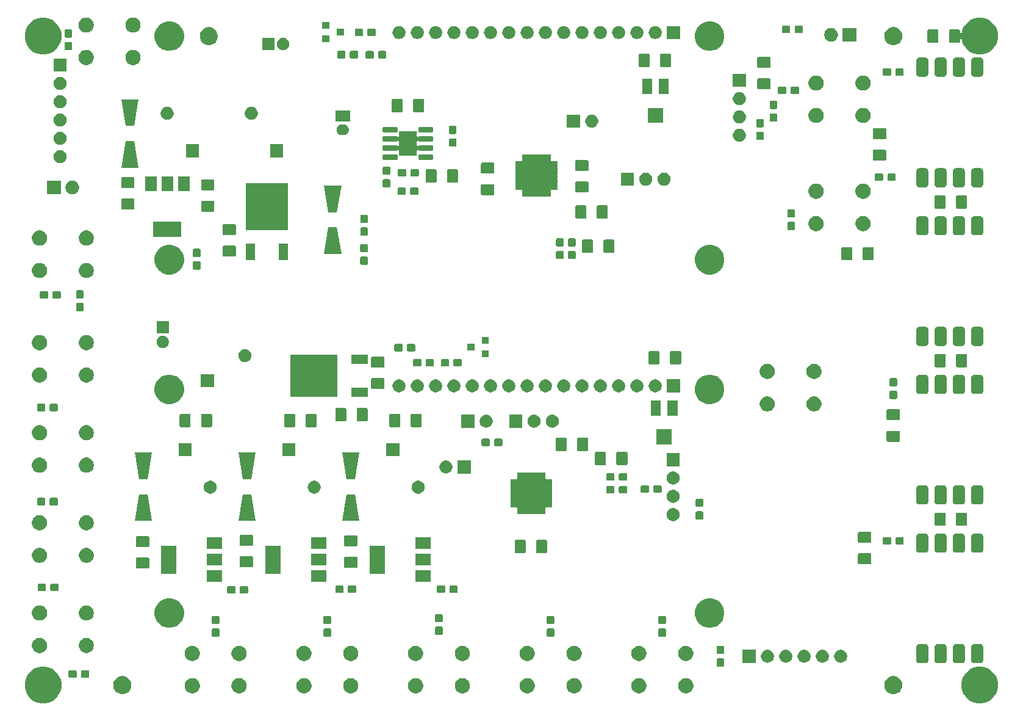
<source format=gbr>
G04 #@! TF.GenerationSoftware,KiCad,Pcbnew,(5.1.5-0-10_14)*
G04 #@! TF.CreationDate,2020-05-31T11:52:53+02:00*
G04 #@! TF.ProjectId,Main_Board_v1_2_smd,4d61696e-5f42-46f6-9172-645f76315f32,rev?*
G04 #@! TF.SameCoordinates,Original*
G04 #@! TF.FileFunction,Soldermask,Top*
G04 #@! TF.FilePolarity,Negative*
%FSLAX46Y46*%
G04 Gerber Fmt 4.6, Leading zero omitted, Abs format (unit mm)*
G04 Created by KiCad (PCBNEW (5.1.5-0-10_14)) date 2020-05-31 11:52:53*
%MOMM*%
%LPD*%
G04 APERTURE LIST*
%ADD10C,0.100000*%
G04 APERTURE END LIST*
D10*
G36*
X162101952Y-124416416D02*
G01*
X162566204Y-124608715D01*
X162566206Y-124608716D01*
X162984022Y-124887892D01*
X163339345Y-125243215D01*
X163603630Y-125638745D01*
X163618522Y-125661033D01*
X163810821Y-126125285D01*
X163908854Y-126618130D01*
X163908854Y-127120636D01*
X163810821Y-127613481D01*
X163621167Y-128071347D01*
X163618521Y-128077735D01*
X163339345Y-128495551D01*
X162984022Y-128850874D01*
X162566206Y-129130050D01*
X162566205Y-129130051D01*
X162566204Y-129130051D01*
X162101952Y-129322350D01*
X161609107Y-129420383D01*
X161106601Y-129420383D01*
X160613756Y-129322350D01*
X160149504Y-129130051D01*
X160149503Y-129130051D01*
X160149502Y-129130050D01*
X159731686Y-128850874D01*
X159376363Y-128495551D01*
X159097187Y-128077735D01*
X159094541Y-128071347D01*
X158904887Y-127613481D01*
X158806854Y-127120636D01*
X158806854Y-126618130D01*
X158904887Y-126125285D01*
X159097186Y-125661033D01*
X159112078Y-125638745D01*
X159376363Y-125243215D01*
X159731686Y-124887892D01*
X160149502Y-124608716D01*
X160149504Y-124608715D01*
X160613756Y-124416416D01*
X161106601Y-124318383D01*
X161609107Y-124318383D01*
X162101952Y-124416416D01*
G37*
G36*
X32101952Y-124416416D02*
G01*
X32566204Y-124608715D01*
X32566206Y-124608716D01*
X32984022Y-124887892D01*
X33339345Y-125243215D01*
X33603630Y-125638745D01*
X33618522Y-125661033D01*
X33810821Y-126125285D01*
X33908854Y-126618130D01*
X33908854Y-127120636D01*
X33810821Y-127613481D01*
X33621167Y-128071347D01*
X33618521Y-128077735D01*
X33339345Y-128495551D01*
X32984022Y-128850874D01*
X32566206Y-129130050D01*
X32566205Y-129130051D01*
X32566204Y-129130051D01*
X32101952Y-129322350D01*
X31609107Y-129420383D01*
X31106601Y-129420383D01*
X30613756Y-129322350D01*
X30149504Y-129130051D01*
X30149503Y-129130051D01*
X30149502Y-129130050D01*
X29731686Y-128850874D01*
X29376363Y-128495551D01*
X29097187Y-128077735D01*
X29094541Y-128071347D01*
X28904887Y-127613481D01*
X28806854Y-127120636D01*
X28806854Y-126618130D01*
X28904887Y-126125285D01*
X29097186Y-125661033D01*
X29112078Y-125638745D01*
X29376363Y-125243215D01*
X29731686Y-124887892D01*
X30149502Y-124608716D01*
X30149504Y-124608715D01*
X30613756Y-124416416D01*
X31106601Y-124318383D01*
X31609107Y-124318383D01*
X32101952Y-124416416D01*
G37*
G36*
X42722464Y-125667419D02*
G01*
X42949949Y-125761647D01*
X42949951Y-125761648D01*
X43045307Y-125825363D01*
X43154682Y-125898445D01*
X43328792Y-126072555D01*
X43465590Y-126277288D01*
X43559818Y-126504773D01*
X43607854Y-126746267D01*
X43607854Y-126992499D01*
X43559818Y-127233993D01*
X43465590Y-127461478D01*
X43465589Y-127461480D01*
X43328792Y-127666211D01*
X43154682Y-127840321D01*
X42949951Y-127977118D01*
X42949950Y-127977119D01*
X42949949Y-127977119D01*
X42722464Y-128071347D01*
X42480970Y-128119383D01*
X42234738Y-128119383D01*
X41993244Y-128071347D01*
X41765759Y-127977119D01*
X41765758Y-127977119D01*
X41765757Y-127977118D01*
X41561026Y-127840321D01*
X41386916Y-127666211D01*
X41250119Y-127461480D01*
X41250118Y-127461478D01*
X41155890Y-127233993D01*
X41107854Y-126992499D01*
X41107854Y-126746267D01*
X41155890Y-126504773D01*
X41250118Y-126277288D01*
X41386916Y-126072555D01*
X41561026Y-125898445D01*
X41670401Y-125825363D01*
X41765757Y-125761648D01*
X41765759Y-125761647D01*
X41993244Y-125667419D01*
X42234738Y-125619383D01*
X42480970Y-125619383D01*
X42722464Y-125667419D01*
G37*
G36*
X149722464Y-125667419D02*
G01*
X149949949Y-125761647D01*
X149949951Y-125761648D01*
X150045307Y-125825363D01*
X150154682Y-125898445D01*
X150328792Y-126072555D01*
X150465590Y-126277288D01*
X150559818Y-126504773D01*
X150607854Y-126746267D01*
X150607854Y-126992499D01*
X150559818Y-127233993D01*
X150465590Y-127461478D01*
X150465589Y-127461480D01*
X150328792Y-127666211D01*
X150154682Y-127840321D01*
X149949951Y-127977118D01*
X149949950Y-127977119D01*
X149949949Y-127977119D01*
X149722464Y-128071347D01*
X149480970Y-128119383D01*
X149234738Y-128119383D01*
X148993244Y-128071347D01*
X148765759Y-127977119D01*
X148765758Y-127977119D01*
X148765757Y-127977118D01*
X148561026Y-127840321D01*
X148386916Y-127666211D01*
X148250119Y-127461480D01*
X148250118Y-127461478D01*
X148155890Y-127233993D01*
X148107854Y-126992499D01*
X148107854Y-126746267D01*
X148155890Y-126504773D01*
X148250118Y-126277288D01*
X148386916Y-126072555D01*
X148561026Y-125898445D01*
X148670401Y-125825363D01*
X148765757Y-125761648D01*
X148765759Y-125761647D01*
X148993244Y-125667419D01*
X149234738Y-125619383D01*
X149480970Y-125619383D01*
X149722464Y-125667419D01*
G37*
G36*
X89864418Y-125958772D02*
G01*
X90055687Y-126037998D01*
X90055689Y-126037999D01*
X90186320Y-126125284D01*
X90227827Y-126153018D01*
X90374219Y-126299410D01*
X90489239Y-126471550D01*
X90568465Y-126662819D01*
X90608854Y-126865867D01*
X90608854Y-127072899D01*
X90568465Y-127275947D01*
X90491616Y-127461478D01*
X90489238Y-127467218D01*
X90374219Y-127639356D01*
X90227827Y-127785748D01*
X90055689Y-127900767D01*
X90055688Y-127900768D01*
X90055687Y-127900768D01*
X89864418Y-127979994D01*
X89661370Y-128020383D01*
X89454338Y-128020383D01*
X89251290Y-127979994D01*
X89060021Y-127900768D01*
X89060020Y-127900768D01*
X89060019Y-127900767D01*
X88887881Y-127785748D01*
X88741489Y-127639356D01*
X88626470Y-127467218D01*
X88624092Y-127461478D01*
X88547243Y-127275947D01*
X88506854Y-127072899D01*
X88506854Y-126865867D01*
X88547243Y-126662819D01*
X88626469Y-126471550D01*
X88741489Y-126299410D01*
X88887881Y-126153018D01*
X88929388Y-126125284D01*
X89060019Y-126037999D01*
X89060021Y-126037998D01*
X89251290Y-125958772D01*
X89454338Y-125918383D01*
X89661370Y-125918383D01*
X89864418Y-125958772D01*
G37*
G36*
X83364418Y-125958772D02*
G01*
X83555687Y-126037998D01*
X83555689Y-126037999D01*
X83686320Y-126125284D01*
X83727827Y-126153018D01*
X83874219Y-126299410D01*
X83989239Y-126471550D01*
X84068465Y-126662819D01*
X84108854Y-126865867D01*
X84108854Y-127072899D01*
X84068465Y-127275947D01*
X83991616Y-127461478D01*
X83989238Y-127467218D01*
X83874219Y-127639356D01*
X83727827Y-127785748D01*
X83555689Y-127900767D01*
X83555688Y-127900768D01*
X83555687Y-127900768D01*
X83364418Y-127979994D01*
X83161370Y-128020383D01*
X82954338Y-128020383D01*
X82751290Y-127979994D01*
X82560021Y-127900768D01*
X82560020Y-127900768D01*
X82560019Y-127900767D01*
X82387881Y-127785748D01*
X82241489Y-127639356D01*
X82126470Y-127467218D01*
X82124092Y-127461478D01*
X82047243Y-127275947D01*
X82006854Y-127072899D01*
X82006854Y-126865867D01*
X82047243Y-126662819D01*
X82126469Y-126471550D01*
X82241489Y-126299410D01*
X82387881Y-126153018D01*
X82429388Y-126125284D01*
X82560019Y-126037999D01*
X82560021Y-126037998D01*
X82751290Y-125958772D01*
X82954338Y-125918383D01*
X83161370Y-125918383D01*
X83364418Y-125958772D01*
G37*
G36*
X74364418Y-125958772D02*
G01*
X74555687Y-126037998D01*
X74555689Y-126037999D01*
X74686320Y-126125284D01*
X74727827Y-126153018D01*
X74874219Y-126299410D01*
X74989239Y-126471550D01*
X75068465Y-126662819D01*
X75108854Y-126865867D01*
X75108854Y-127072899D01*
X75068465Y-127275947D01*
X74991616Y-127461478D01*
X74989238Y-127467218D01*
X74874219Y-127639356D01*
X74727827Y-127785748D01*
X74555689Y-127900767D01*
X74555688Y-127900768D01*
X74555687Y-127900768D01*
X74364418Y-127979994D01*
X74161370Y-128020383D01*
X73954338Y-128020383D01*
X73751290Y-127979994D01*
X73560021Y-127900768D01*
X73560020Y-127900768D01*
X73560019Y-127900767D01*
X73387881Y-127785748D01*
X73241489Y-127639356D01*
X73126470Y-127467218D01*
X73124092Y-127461478D01*
X73047243Y-127275947D01*
X73006854Y-127072899D01*
X73006854Y-126865867D01*
X73047243Y-126662819D01*
X73126469Y-126471550D01*
X73241489Y-126299410D01*
X73387881Y-126153018D01*
X73429388Y-126125284D01*
X73560019Y-126037999D01*
X73560021Y-126037998D01*
X73751290Y-125958772D01*
X73954338Y-125918383D01*
X74161370Y-125918383D01*
X74364418Y-125958772D01*
G37*
G36*
X67864418Y-125958772D02*
G01*
X68055687Y-126037998D01*
X68055689Y-126037999D01*
X68186320Y-126125284D01*
X68227827Y-126153018D01*
X68374219Y-126299410D01*
X68489239Y-126471550D01*
X68568465Y-126662819D01*
X68608854Y-126865867D01*
X68608854Y-127072899D01*
X68568465Y-127275947D01*
X68491616Y-127461478D01*
X68489238Y-127467218D01*
X68374219Y-127639356D01*
X68227827Y-127785748D01*
X68055689Y-127900767D01*
X68055688Y-127900768D01*
X68055687Y-127900768D01*
X67864418Y-127979994D01*
X67661370Y-128020383D01*
X67454338Y-128020383D01*
X67251290Y-127979994D01*
X67060021Y-127900768D01*
X67060020Y-127900768D01*
X67060019Y-127900767D01*
X66887881Y-127785748D01*
X66741489Y-127639356D01*
X66626470Y-127467218D01*
X66624092Y-127461478D01*
X66547243Y-127275947D01*
X66506854Y-127072899D01*
X66506854Y-126865867D01*
X66547243Y-126662819D01*
X66626469Y-126471550D01*
X66741489Y-126299410D01*
X66887881Y-126153018D01*
X66929388Y-126125284D01*
X67060019Y-126037999D01*
X67060021Y-126037998D01*
X67251290Y-125958772D01*
X67454338Y-125918383D01*
X67661370Y-125918383D01*
X67864418Y-125958772D01*
G37*
G36*
X58864418Y-125958772D02*
G01*
X59055687Y-126037998D01*
X59055689Y-126037999D01*
X59186320Y-126125284D01*
X59227827Y-126153018D01*
X59374219Y-126299410D01*
X59489239Y-126471550D01*
X59568465Y-126662819D01*
X59608854Y-126865867D01*
X59608854Y-127072899D01*
X59568465Y-127275947D01*
X59491616Y-127461478D01*
X59489238Y-127467218D01*
X59374219Y-127639356D01*
X59227827Y-127785748D01*
X59055689Y-127900767D01*
X59055688Y-127900768D01*
X59055687Y-127900768D01*
X58864418Y-127979994D01*
X58661370Y-128020383D01*
X58454338Y-128020383D01*
X58251290Y-127979994D01*
X58060021Y-127900768D01*
X58060020Y-127900768D01*
X58060019Y-127900767D01*
X57887881Y-127785748D01*
X57741489Y-127639356D01*
X57626470Y-127467218D01*
X57624092Y-127461478D01*
X57547243Y-127275947D01*
X57506854Y-127072899D01*
X57506854Y-126865867D01*
X57547243Y-126662819D01*
X57626469Y-126471550D01*
X57741489Y-126299410D01*
X57887881Y-126153018D01*
X57929388Y-126125284D01*
X58060019Y-126037999D01*
X58060021Y-126037998D01*
X58251290Y-125958772D01*
X58454338Y-125918383D01*
X58661370Y-125918383D01*
X58864418Y-125958772D01*
G37*
G36*
X52364418Y-125958772D02*
G01*
X52555687Y-126037998D01*
X52555689Y-126037999D01*
X52686320Y-126125284D01*
X52727827Y-126153018D01*
X52874219Y-126299410D01*
X52989239Y-126471550D01*
X53068465Y-126662819D01*
X53108854Y-126865867D01*
X53108854Y-127072899D01*
X53068465Y-127275947D01*
X52991616Y-127461478D01*
X52989238Y-127467218D01*
X52874219Y-127639356D01*
X52727827Y-127785748D01*
X52555689Y-127900767D01*
X52555688Y-127900768D01*
X52555687Y-127900768D01*
X52364418Y-127979994D01*
X52161370Y-128020383D01*
X51954338Y-128020383D01*
X51751290Y-127979994D01*
X51560021Y-127900768D01*
X51560020Y-127900768D01*
X51560019Y-127900767D01*
X51387881Y-127785748D01*
X51241489Y-127639356D01*
X51126470Y-127467218D01*
X51124092Y-127461478D01*
X51047243Y-127275947D01*
X51006854Y-127072899D01*
X51006854Y-126865867D01*
X51047243Y-126662819D01*
X51126469Y-126471550D01*
X51241489Y-126299410D01*
X51387881Y-126153018D01*
X51429388Y-126125284D01*
X51560019Y-126037999D01*
X51560021Y-126037998D01*
X51751290Y-125958772D01*
X51954338Y-125918383D01*
X52161370Y-125918383D01*
X52364418Y-125958772D01*
G37*
G36*
X105364418Y-125958772D02*
G01*
X105555687Y-126037998D01*
X105555689Y-126037999D01*
X105686320Y-126125284D01*
X105727827Y-126153018D01*
X105874219Y-126299410D01*
X105989239Y-126471550D01*
X106068465Y-126662819D01*
X106108854Y-126865867D01*
X106108854Y-127072899D01*
X106068465Y-127275947D01*
X105991616Y-127461478D01*
X105989238Y-127467218D01*
X105874219Y-127639356D01*
X105727827Y-127785748D01*
X105555689Y-127900767D01*
X105555688Y-127900768D01*
X105555687Y-127900768D01*
X105364418Y-127979994D01*
X105161370Y-128020383D01*
X104954338Y-128020383D01*
X104751290Y-127979994D01*
X104560021Y-127900768D01*
X104560020Y-127900768D01*
X104560019Y-127900767D01*
X104387881Y-127785748D01*
X104241489Y-127639356D01*
X104126470Y-127467218D01*
X104124092Y-127461478D01*
X104047243Y-127275947D01*
X104006854Y-127072899D01*
X104006854Y-126865867D01*
X104047243Y-126662819D01*
X104126469Y-126471550D01*
X104241489Y-126299410D01*
X104387881Y-126153018D01*
X104429388Y-126125284D01*
X104560019Y-126037999D01*
X104560021Y-126037998D01*
X104751290Y-125958772D01*
X104954338Y-125918383D01*
X105161370Y-125918383D01*
X105364418Y-125958772D01*
G37*
G36*
X114364418Y-125958772D02*
G01*
X114555687Y-126037998D01*
X114555689Y-126037999D01*
X114686320Y-126125284D01*
X114727827Y-126153018D01*
X114874219Y-126299410D01*
X114989239Y-126471550D01*
X115068465Y-126662819D01*
X115108854Y-126865867D01*
X115108854Y-127072899D01*
X115068465Y-127275947D01*
X114991616Y-127461478D01*
X114989238Y-127467218D01*
X114874219Y-127639356D01*
X114727827Y-127785748D01*
X114555689Y-127900767D01*
X114555688Y-127900768D01*
X114555687Y-127900768D01*
X114364418Y-127979994D01*
X114161370Y-128020383D01*
X113954338Y-128020383D01*
X113751290Y-127979994D01*
X113560021Y-127900768D01*
X113560020Y-127900768D01*
X113560019Y-127900767D01*
X113387881Y-127785748D01*
X113241489Y-127639356D01*
X113126470Y-127467218D01*
X113124092Y-127461478D01*
X113047243Y-127275947D01*
X113006854Y-127072899D01*
X113006854Y-126865867D01*
X113047243Y-126662819D01*
X113126469Y-126471550D01*
X113241489Y-126299410D01*
X113387881Y-126153018D01*
X113429388Y-126125284D01*
X113560019Y-126037999D01*
X113560021Y-126037998D01*
X113751290Y-125958772D01*
X113954338Y-125918383D01*
X114161370Y-125918383D01*
X114364418Y-125958772D01*
G37*
G36*
X98864418Y-125958772D02*
G01*
X99055687Y-126037998D01*
X99055689Y-126037999D01*
X99186320Y-126125284D01*
X99227827Y-126153018D01*
X99374219Y-126299410D01*
X99489239Y-126471550D01*
X99568465Y-126662819D01*
X99608854Y-126865867D01*
X99608854Y-127072899D01*
X99568465Y-127275947D01*
X99491616Y-127461478D01*
X99489238Y-127467218D01*
X99374219Y-127639356D01*
X99227827Y-127785748D01*
X99055689Y-127900767D01*
X99055688Y-127900768D01*
X99055687Y-127900768D01*
X98864418Y-127979994D01*
X98661370Y-128020383D01*
X98454338Y-128020383D01*
X98251290Y-127979994D01*
X98060021Y-127900768D01*
X98060020Y-127900768D01*
X98060019Y-127900767D01*
X97887881Y-127785748D01*
X97741489Y-127639356D01*
X97626470Y-127467218D01*
X97624092Y-127461478D01*
X97547243Y-127275947D01*
X97506854Y-127072899D01*
X97506854Y-126865867D01*
X97547243Y-126662819D01*
X97626469Y-126471550D01*
X97741489Y-126299410D01*
X97887881Y-126153018D01*
X97929388Y-126125284D01*
X98060019Y-126037999D01*
X98060021Y-126037998D01*
X98251290Y-125958772D01*
X98454338Y-125918383D01*
X98661370Y-125918383D01*
X98864418Y-125958772D01*
G37*
G36*
X120864418Y-125958772D02*
G01*
X121055687Y-126037998D01*
X121055689Y-126037999D01*
X121186320Y-126125284D01*
X121227827Y-126153018D01*
X121374219Y-126299410D01*
X121489239Y-126471550D01*
X121568465Y-126662819D01*
X121608854Y-126865867D01*
X121608854Y-127072899D01*
X121568465Y-127275947D01*
X121491616Y-127461478D01*
X121489238Y-127467218D01*
X121374219Y-127639356D01*
X121227827Y-127785748D01*
X121055689Y-127900767D01*
X121055688Y-127900768D01*
X121055687Y-127900768D01*
X120864418Y-127979994D01*
X120661370Y-128020383D01*
X120454338Y-128020383D01*
X120251290Y-127979994D01*
X120060021Y-127900768D01*
X120060020Y-127900768D01*
X120060019Y-127900767D01*
X119887881Y-127785748D01*
X119741489Y-127639356D01*
X119626470Y-127467218D01*
X119624092Y-127461478D01*
X119547243Y-127275947D01*
X119506854Y-127072899D01*
X119506854Y-126865867D01*
X119547243Y-126662819D01*
X119626469Y-126471550D01*
X119741489Y-126299410D01*
X119887881Y-126153018D01*
X119929388Y-126125284D01*
X120060019Y-126037999D01*
X120060021Y-126037998D01*
X120251290Y-125958772D01*
X120454338Y-125918383D01*
X120661370Y-125918383D01*
X120864418Y-125958772D01*
G37*
G36*
X37597353Y-124797828D02*
G01*
X37634849Y-124809203D01*
X37669408Y-124827675D01*
X37699701Y-124852536D01*
X37724562Y-124882829D01*
X37743034Y-124917388D01*
X37754409Y-124954884D01*
X37758854Y-125000021D01*
X37758854Y-125638745D01*
X37754409Y-125683882D01*
X37743034Y-125721378D01*
X37724562Y-125755937D01*
X37699701Y-125786230D01*
X37669408Y-125811091D01*
X37634849Y-125829563D01*
X37597353Y-125840938D01*
X37552216Y-125845383D01*
X36813492Y-125845383D01*
X36768355Y-125840938D01*
X36730859Y-125829563D01*
X36696300Y-125811091D01*
X36666007Y-125786230D01*
X36641146Y-125755937D01*
X36622674Y-125721378D01*
X36611299Y-125683882D01*
X36606854Y-125638745D01*
X36606854Y-125000021D01*
X36611299Y-124954884D01*
X36622674Y-124917388D01*
X36641146Y-124882829D01*
X36666007Y-124852536D01*
X36696300Y-124827675D01*
X36730859Y-124809203D01*
X36768355Y-124797828D01*
X36813492Y-124793383D01*
X37552216Y-124793383D01*
X37597353Y-124797828D01*
G37*
G36*
X35847353Y-124797828D02*
G01*
X35884849Y-124809203D01*
X35919408Y-124827675D01*
X35949701Y-124852536D01*
X35974562Y-124882829D01*
X35993034Y-124917388D01*
X36004409Y-124954884D01*
X36008854Y-125000021D01*
X36008854Y-125638745D01*
X36004409Y-125683882D01*
X35993034Y-125721378D01*
X35974562Y-125755937D01*
X35949701Y-125786230D01*
X35919408Y-125811091D01*
X35884849Y-125829563D01*
X35847353Y-125840938D01*
X35802216Y-125845383D01*
X35063492Y-125845383D01*
X35018355Y-125840938D01*
X34980859Y-125829563D01*
X34946300Y-125811091D01*
X34916007Y-125786230D01*
X34891146Y-125755937D01*
X34872674Y-125721378D01*
X34861299Y-125683882D01*
X34856854Y-125638745D01*
X34856854Y-125000021D01*
X34861299Y-124954884D01*
X34872674Y-124917388D01*
X34891146Y-124882829D01*
X34916007Y-124852536D01*
X34946300Y-124827675D01*
X34980859Y-124809203D01*
X35018355Y-124797828D01*
X35063492Y-124793383D01*
X35802216Y-124793383D01*
X35847353Y-124797828D01*
G37*
G36*
X125722353Y-123172828D02*
G01*
X125759849Y-123184203D01*
X125794408Y-123202675D01*
X125824701Y-123227536D01*
X125849562Y-123257829D01*
X125868034Y-123292388D01*
X125879409Y-123329884D01*
X125883854Y-123375021D01*
X125883854Y-124113745D01*
X125879409Y-124158882D01*
X125868034Y-124196378D01*
X125849562Y-124230937D01*
X125824701Y-124261230D01*
X125794408Y-124286091D01*
X125759849Y-124304563D01*
X125722353Y-124315938D01*
X125677216Y-124320383D01*
X125038492Y-124320383D01*
X124993355Y-124315938D01*
X124955859Y-124304563D01*
X124921300Y-124286091D01*
X124891007Y-124261230D01*
X124866146Y-124230937D01*
X124847674Y-124196378D01*
X124836299Y-124158882D01*
X124831854Y-124113745D01*
X124831854Y-123375021D01*
X124836299Y-123329884D01*
X124847674Y-123292388D01*
X124866146Y-123257829D01*
X124891007Y-123227536D01*
X124921300Y-123202675D01*
X124955859Y-123184203D01*
X124993355Y-123172828D01*
X125038492Y-123168383D01*
X125677216Y-123168383D01*
X125722353Y-123172828D01*
G37*
G36*
X159005847Y-121190086D02*
G01*
X159070265Y-121209627D01*
X159129635Y-121241361D01*
X159181671Y-121284066D01*
X159224376Y-121336102D01*
X159256110Y-121395472D01*
X159275651Y-121459890D01*
X159282854Y-121533023D01*
X159282854Y-123474743D01*
X159275651Y-123547876D01*
X159256110Y-123612294D01*
X159224376Y-123671664D01*
X159181671Y-123723700D01*
X159129635Y-123766405D01*
X159070265Y-123798139D01*
X159005847Y-123817680D01*
X158932714Y-123824883D01*
X158006994Y-123824883D01*
X157933861Y-123817680D01*
X157869443Y-123798139D01*
X157810073Y-123766405D01*
X157758037Y-123723700D01*
X157715332Y-123671664D01*
X157683598Y-123612294D01*
X157664057Y-123547876D01*
X157656854Y-123474743D01*
X157656854Y-121533023D01*
X157664057Y-121459890D01*
X157683598Y-121395472D01*
X157715332Y-121336102D01*
X157758037Y-121284066D01*
X157810073Y-121241361D01*
X157869443Y-121209627D01*
X157933861Y-121190086D01*
X158006994Y-121182883D01*
X158932714Y-121182883D01*
X159005847Y-121190086D01*
G37*
G36*
X156465847Y-121190086D02*
G01*
X156530265Y-121209627D01*
X156589635Y-121241361D01*
X156641671Y-121284066D01*
X156684376Y-121336102D01*
X156716110Y-121395472D01*
X156735651Y-121459890D01*
X156742854Y-121533023D01*
X156742854Y-123474743D01*
X156735651Y-123547876D01*
X156716110Y-123612294D01*
X156684376Y-123671664D01*
X156641671Y-123723700D01*
X156589635Y-123766405D01*
X156530265Y-123798139D01*
X156465847Y-123817680D01*
X156392714Y-123824883D01*
X155466994Y-123824883D01*
X155393861Y-123817680D01*
X155329443Y-123798139D01*
X155270073Y-123766405D01*
X155218037Y-123723700D01*
X155175332Y-123671664D01*
X155143598Y-123612294D01*
X155124057Y-123547876D01*
X155116854Y-123474743D01*
X155116854Y-121533023D01*
X155124057Y-121459890D01*
X155143598Y-121395472D01*
X155175332Y-121336102D01*
X155218037Y-121284066D01*
X155270073Y-121241361D01*
X155329443Y-121209627D01*
X155393861Y-121190086D01*
X155466994Y-121182883D01*
X156392714Y-121182883D01*
X156465847Y-121190086D01*
G37*
G36*
X153925847Y-121190086D02*
G01*
X153990265Y-121209627D01*
X154049635Y-121241361D01*
X154101671Y-121284066D01*
X154144376Y-121336102D01*
X154176110Y-121395472D01*
X154195651Y-121459890D01*
X154202854Y-121533023D01*
X154202854Y-123474743D01*
X154195651Y-123547876D01*
X154176110Y-123612294D01*
X154144376Y-123671664D01*
X154101671Y-123723700D01*
X154049635Y-123766405D01*
X153990265Y-123798139D01*
X153925847Y-123817680D01*
X153852714Y-123824883D01*
X152926994Y-123824883D01*
X152853861Y-123817680D01*
X152789443Y-123798139D01*
X152730073Y-123766405D01*
X152678037Y-123723700D01*
X152635332Y-123671664D01*
X152603598Y-123612294D01*
X152584057Y-123547876D01*
X152576854Y-123474743D01*
X152576854Y-121533023D01*
X152584057Y-121459890D01*
X152603598Y-121395472D01*
X152635332Y-121336102D01*
X152678037Y-121284066D01*
X152730073Y-121241361D01*
X152789443Y-121209627D01*
X152853861Y-121190086D01*
X152926994Y-121182883D01*
X153852714Y-121182883D01*
X153925847Y-121190086D01*
G37*
G36*
X161545847Y-121190086D02*
G01*
X161610265Y-121209627D01*
X161669635Y-121241361D01*
X161721671Y-121284066D01*
X161764376Y-121336102D01*
X161796110Y-121395472D01*
X161815651Y-121459890D01*
X161822854Y-121533023D01*
X161822854Y-123474743D01*
X161815651Y-123547876D01*
X161796110Y-123612294D01*
X161764376Y-123671664D01*
X161721671Y-123723700D01*
X161669635Y-123766405D01*
X161610265Y-123798139D01*
X161545847Y-123817680D01*
X161472714Y-123824883D01*
X160546994Y-123824883D01*
X160473861Y-123817680D01*
X160409443Y-123798139D01*
X160350073Y-123766405D01*
X160298037Y-123723700D01*
X160255332Y-123671664D01*
X160223598Y-123612294D01*
X160204057Y-123547876D01*
X160196854Y-123474743D01*
X160196854Y-121533023D01*
X160204057Y-121459890D01*
X160223598Y-121395472D01*
X160255332Y-121336102D01*
X160298037Y-121284066D01*
X160350073Y-121241361D01*
X160409443Y-121209627D01*
X160473861Y-121190086D01*
X160546994Y-121182883D01*
X161472714Y-121182883D01*
X161545847Y-121190086D01*
G37*
G36*
X130258854Y-123770383D02*
G01*
X128456854Y-123770383D01*
X128456854Y-121968383D01*
X130258854Y-121968383D01*
X130258854Y-123770383D01*
G37*
G36*
X132002507Y-121971548D02*
G01*
X132160666Y-122003007D01*
X132324638Y-122070927D01*
X132472208Y-122169530D01*
X132597707Y-122295029D01*
X132696310Y-122442599D01*
X132764230Y-122606571D01*
X132798854Y-122780642D01*
X132798854Y-122958124D01*
X132764230Y-123132195D01*
X132696310Y-123296167D01*
X132597707Y-123443737D01*
X132472208Y-123569236D01*
X132324638Y-123667839D01*
X132160666Y-123735759D01*
X132011366Y-123765456D01*
X131986596Y-123770383D01*
X131809112Y-123770383D01*
X131784342Y-123765456D01*
X131635042Y-123735759D01*
X131471070Y-123667839D01*
X131323500Y-123569236D01*
X131198001Y-123443737D01*
X131099398Y-123296167D01*
X131031478Y-123132195D01*
X130996854Y-122958124D01*
X130996854Y-122780642D01*
X131031478Y-122606571D01*
X131099398Y-122442599D01*
X131198001Y-122295029D01*
X131323500Y-122169530D01*
X131471070Y-122070927D01*
X131635042Y-122003007D01*
X131793201Y-121971548D01*
X131809112Y-121968383D01*
X131986596Y-121968383D01*
X132002507Y-121971548D01*
G37*
G36*
X134542507Y-121971548D02*
G01*
X134700666Y-122003007D01*
X134864638Y-122070927D01*
X135012208Y-122169530D01*
X135137707Y-122295029D01*
X135236310Y-122442599D01*
X135304230Y-122606571D01*
X135338854Y-122780642D01*
X135338854Y-122958124D01*
X135304230Y-123132195D01*
X135236310Y-123296167D01*
X135137707Y-123443737D01*
X135012208Y-123569236D01*
X134864638Y-123667839D01*
X134700666Y-123735759D01*
X134551366Y-123765456D01*
X134526596Y-123770383D01*
X134349112Y-123770383D01*
X134324342Y-123765456D01*
X134175042Y-123735759D01*
X134011070Y-123667839D01*
X133863500Y-123569236D01*
X133738001Y-123443737D01*
X133639398Y-123296167D01*
X133571478Y-123132195D01*
X133536854Y-122958124D01*
X133536854Y-122780642D01*
X133571478Y-122606571D01*
X133639398Y-122442599D01*
X133738001Y-122295029D01*
X133863500Y-122169530D01*
X134011070Y-122070927D01*
X134175042Y-122003007D01*
X134333201Y-121971548D01*
X134349112Y-121968383D01*
X134526596Y-121968383D01*
X134542507Y-121971548D01*
G37*
G36*
X137082507Y-121971548D02*
G01*
X137240666Y-122003007D01*
X137404638Y-122070927D01*
X137552208Y-122169530D01*
X137677707Y-122295029D01*
X137776310Y-122442599D01*
X137844230Y-122606571D01*
X137878854Y-122780642D01*
X137878854Y-122958124D01*
X137844230Y-123132195D01*
X137776310Y-123296167D01*
X137677707Y-123443737D01*
X137552208Y-123569236D01*
X137404638Y-123667839D01*
X137240666Y-123735759D01*
X137091366Y-123765456D01*
X137066596Y-123770383D01*
X136889112Y-123770383D01*
X136864342Y-123765456D01*
X136715042Y-123735759D01*
X136551070Y-123667839D01*
X136403500Y-123569236D01*
X136278001Y-123443737D01*
X136179398Y-123296167D01*
X136111478Y-123132195D01*
X136076854Y-122958124D01*
X136076854Y-122780642D01*
X136111478Y-122606571D01*
X136179398Y-122442599D01*
X136278001Y-122295029D01*
X136403500Y-122169530D01*
X136551070Y-122070927D01*
X136715042Y-122003007D01*
X136873201Y-121971548D01*
X136889112Y-121968383D01*
X137066596Y-121968383D01*
X137082507Y-121971548D01*
G37*
G36*
X139622507Y-121971548D02*
G01*
X139780666Y-122003007D01*
X139944638Y-122070927D01*
X140092208Y-122169530D01*
X140217707Y-122295029D01*
X140316310Y-122442599D01*
X140384230Y-122606571D01*
X140418854Y-122780642D01*
X140418854Y-122958124D01*
X140384230Y-123132195D01*
X140316310Y-123296167D01*
X140217707Y-123443737D01*
X140092208Y-123569236D01*
X139944638Y-123667839D01*
X139780666Y-123735759D01*
X139631366Y-123765456D01*
X139606596Y-123770383D01*
X139429112Y-123770383D01*
X139404342Y-123765456D01*
X139255042Y-123735759D01*
X139091070Y-123667839D01*
X138943500Y-123569236D01*
X138818001Y-123443737D01*
X138719398Y-123296167D01*
X138651478Y-123132195D01*
X138616854Y-122958124D01*
X138616854Y-122780642D01*
X138651478Y-122606571D01*
X138719398Y-122442599D01*
X138818001Y-122295029D01*
X138943500Y-122169530D01*
X139091070Y-122070927D01*
X139255042Y-122003007D01*
X139413201Y-121971548D01*
X139429112Y-121968383D01*
X139606596Y-121968383D01*
X139622507Y-121971548D01*
G37*
G36*
X142162507Y-121971548D02*
G01*
X142320666Y-122003007D01*
X142484638Y-122070927D01*
X142632208Y-122169530D01*
X142757707Y-122295029D01*
X142856310Y-122442599D01*
X142924230Y-122606571D01*
X142958854Y-122780642D01*
X142958854Y-122958124D01*
X142924230Y-123132195D01*
X142856310Y-123296167D01*
X142757707Y-123443737D01*
X142632208Y-123569236D01*
X142484638Y-123667839D01*
X142320666Y-123735759D01*
X142171366Y-123765456D01*
X142146596Y-123770383D01*
X141969112Y-123770383D01*
X141944342Y-123765456D01*
X141795042Y-123735759D01*
X141631070Y-123667839D01*
X141483500Y-123569236D01*
X141358001Y-123443737D01*
X141259398Y-123296167D01*
X141191478Y-123132195D01*
X141156854Y-122958124D01*
X141156854Y-122780642D01*
X141191478Y-122606571D01*
X141259398Y-122442599D01*
X141358001Y-122295029D01*
X141483500Y-122169530D01*
X141631070Y-122070927D01*
X141795042Y-122003007D01*
X141953201Y-121971548D01*
X141969112Y-121968383D01*
X142146596Y-121968383D01*
X142162507Y-121971548D01*
G37*
G36*
X98864418Y-121458772D02*
G01*
X98982852Y-121507829D01*
X99055689Y-121537999D01*
X99227827Y-121653018D01*
X99374219Y-121799410D01*
X99419526Y-121867216D01*
X99489239Y-121971550D01*
X99568465Y-122162819D01*
X99608854Y-122365867D01*
X99608854Y-122572899D01*
X99568465Y-122775947D01*
X99489239Y-122967216D01*
X99489238Y-122967218D01*
X99374219Y-123139356D01*
X99227827Y-123285748D01*
X99055689Y-123400767D01*
X99055688Y-123400768D01*
X99055687Y-123400768D01*
X98864418Y-123479994D01*
X98661370Y-123520383D01*
X98454338Y-123520383D01*
X98251290Y-123479994D01*
X98060021Y-123400768D01*
X98060020Y-123400768D01*
X98060019Y-123400767D01*
X97887881Y-123285748D01*
X97741489Y-123139356D01*
X97626470Y-122967218D01*
X97626469Y-122967216D01*
X97547243Y-122775947D01*
X97506854Y-122572899D01*
X97506854Y-122365867D01*
X97547243Y-122162819D01*
X97626469Y-121971550D01*
X97696183Y-121867216D01*
X97741489Y-121799410D01*
X97887881Y-121653018D01*
X98060019Y-121537999D01*
X98132856Y-121507829D01*
X98251290Y-121458772D01*
X98454338Y-121418383D01*
X98661370Y-121418383D01*
X98864418Y-121458772D01*
G37*
G36*
X120864418Y-121458772D02*
G01*
X120982852Y-121507829D01*
X121055689Y-121537999D01*
X121227827Y-121653018D01*
X121374219Y-121799410D01*
X121419526Y-121867216D01*
X121489239Y-121971550D01*
X121568465Y-122162819D01*
X121608854Y-122365867D01*
X121608854Y-122572899D01*
X121568465Y-122775947D01*
X121489239Y-122967216D01*
X121489238Y-122967218D01*
X121374219Y-123139356D01*
X121227827Y-123285748D01*
X121055689Y-123400767D01*
X121055688Y-123400768D01*
X121055687Y-123400768D01*
X120864418Y-123479994D01*
X120661370Y-123520383D01*
X120454338Y-123520383D01*
X120251290Y-123479994D01*
X120060021Y-123400768D01*
X120060020Y-123400768D01*
X120060019Y-123400767D01*
X119887881Y-123285748D01*
X119741489Y-123139356D01*
X119626470Y-122967218D01*
X119626469Y-122967216D01*
X119547243Y-122775947D01*
X119506854Y-122572899D01*
X119506854Y-122365867D01*
X119547243Y-122162819D01*
X119626469Y-121971550D01*
X119696183Y-121867216D01*
X119741489Y-121799410D01*
X119887881Y-121653018D01*
X120060019Y-121537999D01*
X120132856Y-121507829D01*
X120251290Y-121458772D01*
X120454338Y-121418383D01*
X120661370Y-121418383D01*
X120864418Y-121458772D01*
G37*
G36*
X114364418Y-121458772D02*
G01*
X114482852Y-121507829D01*
X114555689Y-121537999D01*
X114727827Y-121653018D01*
X114874219Y-121799410D01*
X114919526Y-121867216D01*
X114989239Y-121971550D01*
X115068465Y-122162819D01*
X115108854Y-122365867D01*
X115108854Y-122572899D01*
X115068465Y-122775947D01*
X114989239Y-122967216D01*
X114989238Y-122967218D01*
X114874219Y-123139356D01*
X114727827Y-123285748D01*
X114555689Y-123400767D01*
X114555688Y-123400768D01*
X114555687Y-123400768D01*
X114364418Y-123479994D01*
X114161370Y-123520383D01*
X113954338Y-123520383D01*
X113751290Y-123479994D01*
X113560021Y-123400768D01*
X113560020Y-123400768D01*
X113560019Y-123400767D01*
X113387881Y-123285748D01*
X113241489Y-123139356D01*
X113126470Y-122967218D01*
X113126469Y-122967216D01*
X113047243Y-122775947D01*
X113006854Y-122572899D01*
X113006854Y-122365867D01*
X113047243Y-122162819D01*
X113126469Y-121971550D01*
X113196183Y-121867216D01*
X113241489Y-121799410D01*
X113387881Y-121653018D01*
X113560019Y-121537999D01*
X113632856Y-121507829D01*
X113751290Y-121458772D01*
X113954338Y-121418383D01*
X114161370Y-121418383D01*
X114364418Y-121458772D01*
G37*
G36*
X105364418Y-121458772D02*
G01*
X105482852Y-121507829D01*
X105555689Y-121537999D01*
X105727827Y-121653018D01*
X105874219Y-121799410D01*
X105919526Y-121867216D01*
X105989239Y-121971550D01*
X106068465Y-122162819D01*
X106108854Y-122365867D01*
X106108854Y-122572899D01*
X106068465Y-122775947D01*
X105989239Y-122967216D01*
X105989238Y-122967218D01*
X105874219Y-123139356D01*
X105727827Y-123285748D01*
X105555689Y-123400767D01*
X105555688Y-123400768D01*
X105555687Y-123400768D01*
X105364418Y-123479994D01*
X105161370Y-123520383D01*
X104954338Y-123520383D01*
X104751290Y-123479994D01*
X104560021Y-123400768D01*
X104560020Y-123400768D01*
X104560019Y-123400767D01*
X104387881Y-123285748D01*
X104241489Y-123139356D01*
X104126470Y-122967218D01*
X104126469Y-122967216D01*
X104047243Y-122775947D01*
X104006854Y-122572899D01*
X104006854Y-122365867D01*
X104047243Y-122162819D01*
X104126469Y-121971550D01*
X104196183Y-121867216D01*
X104241489Y-121799410D01*
X104387881Y-121653018D01*
X104560019Y-121537999D01*
X104632856Y-121507829D01*
X104751290Y-121458772D01*
X104954338Y-121418383D01*
X105161370Y-121418383D01*
X105364418Y-121458772D01*
G37*
G36*
X83364418Y-121458772D02*
G01*
X83482852Y-121507829D01*
X83555689Y-121537999D01*
X83727827Y-121653018D01*
X83874219Y-121799410D01*
X83919526Y-121867216D01*
X83989239Y-121971550D01*
X84068465Y-122162819D01*
X84108854Y-122365867D01*
X84108854Y-122572899D01*
X84068465Y-122775947D01*
X83989239Y-122967216D01*
X83989238Y-122967218D01*
X83874219Y-123139356D01*
X83727827Y-123285748D01*
X83555689Y-123400767D01*
X83555688Y-123400768D01*
X83555687Y-123400768D01*
X83364418Y-123479994D01*
X83161370Y-123520383D01*
X82954338Y-123520383D01*
X82751290Y-123479994D01*
X82560021Y-123400768D01*
X82560020Y-123400768D01*
X82560019Y-123400767D01*
X82387881Y-123285748D01*
X82241489Y-123139356D01*
X82126470Y-122967218D01*
X82126469Y-122967216D01*
X82047243Y-122775947D01*
X82006854Y-122572899D01*
X82006854Y-122365867D01*
X82047243Y-122162819D01*
X82126469Y-121971550D01*
X82196183Y-121867216D01*
X82241489Y-121799410D01*
X82387881Y-121653018D01*
X82560019Y-121537999D01*
X82632856Y-121507829D01*
X82751290Y-121458772D01*
X82954338Y-121418383D01*
X83161370Y-121418383D01*
X83364418Y-121458772D01*
G37*
G36*
X67864418Y-121458772D02*
G01*
X67982852Y-121507829D01*
X68055689Y-121537999D01*
X68227827Y-121653018D01*
X68374219Y-121799410D01*
X68419526Y-121867216D01*
X68489239Y-121971550D01*
X68568465Y-122162819D01*
X68608854Y-122365867D01*
X68608854Y-122572899D01*
X68568465Y-122775947D01*
X68489239Y-122967216D01*
X68489238Y-122967218D01*
X68374219Y-123139356D01*
X68227827Y-123285748D01*
X68055689Y-123400767D01*
X68055688Y-123400768D01*
X68055687Y-123400768D01*
X67864418Y-123479994D01*
X67661370Y-123520383D01*
X67454338Y-123520383D01*
X67251290Y-123479994D01*
X67060021Y-123400768D01*
X67060020Y-123400768D01*
X67060019Y-123400767D01*
X66887881Y-123285748D01*
X66741489Y-123139356D01*
X66626470Y-122967218D01*
X66626469Y-122967216D01*
X66547243Y-122775947D01*
X66506854Y-122572899D01*
X66506854Y-122365867D01*
X66547243Y-122162819D01*
X66626469Y-121971550D01*
X66696183Y-121867216D01*
X66741489Y-121799410D01*
X66887881Y-121653018D01*
X67060019Y-121537999D01*
X67132856Y-121507829D01*
X67251290Y-121458772D01*
X67454338Y-121418383D01*
X67661370Y-121418383D01*
X67864418Y-121458772D01*
G37*
G36*
X89864418Y-121458772D02*
G01*
X89982852Y-121507829D01*
X90055689Y-121537999D01*
X90227827Y-121653018D01*
X90374219Y-121799410D01*
X90419526Y-121867216D01*
X90489239Y-121971550D01*
X90568465Y-122162819D01*
X90608854Y-122365867D01*
X90608854Y-122572899D01*
X90568465Y-122775947D01*
X90489239Y-122967216D01*
X90489238Y-122967218D01*
X90374219Y-123139356D01*
X90227827Y-123285748D01*
X90055689Y-123400767D01*
X90055688Y-123400768D01*
X90055687Y-123400768D01*
X89864418Y-123479994D01*
X89661370Y-123520383D01*
X89454338Y-123520383D01*
X89251290Y-123479994D01*
X89060021Y-123400768D01*
X89060020Y-123400768D01*
X89060019Y-123400767D01*
X88887881Y-123285748D01*
X88741489Y-123139356D01*
X88626470Y-122967218D01*
X88626469Y-122967216D01*
X88547243Y-122775947D01*
X88506854Y-122572899D01*
X88506854Y-122365867D01*
X88547243Y-122162819D01*
X88626469Y-121971550D01*
X88696183Y-121867216D01*
X88741489Y-121799410D01*
X88887881Y-121653018D01*
X89060019Y-121537999D01*
X89132856Y-121507829D01*
X89251290Y-121458772D01*
X89454338Y-121418383D01*
X89661370Y-121418383D01*
X89864418Y-121458772D01*
G37*
G36*
X74364418Y-121458772D02*
G01*
X74482852Y-121507829D01*
X74555689Y-121537999D01*
X74727827Y-121653018D01*
X74874219Y-121799410D01*
X74919526Y-121867216D01*
X74989239Y-121971550D01*
X75068465Y-122162819D01*
X75108854Y-122365867D01*
X75108854Y-122572899D01*
X75068465Y-122775947D01*
X74989239Y-122967216D01*
X74989238Y-122967218D01*
X74874219Y-123139356D01*
X74727827Y-123285748D01*
X74555689Y-123400767D01*
X74555688Y-123400768D01*
X74555687Y-123400768D01*
X74364418Y-123479994D01*
X74161370Y-123520383D01*
X73954338Y-123520383D01*
X73751290Y-123479994D01*
X73560021Y-123400768D01*
X73560020Y-123400768D01*
X73560019Y-123400767D01*
X73387881Y-123285748D01*
X73241489Y-123139356D01*
X73126470Y-122967218D01*
X73126469Y-122967216D01*
X73047243Y-122775947D01*
X73006854Y-122572899D01*
X73006854Y-122365867D01*
X73047243Y-122162819D01*
X73126469Y-121971550D01*
X73196183Y-121867216D01*
X73241489Y-121799410D01*
X73387881Y-121653018D01*
X73560019Y-121537999D01*
X73632856Y-121507829D01*
X73751290Y-121458772D01*
X73954338Y-121418383D01*
X74161370Y-121418383D01*
X74364418Y-121458772D01*
G37*
G36*
X52364418Y-121458772D02*
G01*
X52482852Y-121507829D01*
X52555689Y-121537999D01*
X52727827Y-121653018D01*
X52874219Y-121799410D01*
X52919526Y-121867216D01*
X52989239Y-121971550D01*
X53068465Y-122162819D01*
X53108854Y-122365867D01*
X53108854Y-122572899D01*
X53068465Y-122775947D01*
X52989239Y-122967216D01*
X52989238Y-122967218D01*
X52874219Y-123139356D01*
X52727827Y-123285748D01*
X52555689Y-123400767D01*
X52555688Y-123400768D01*
X52555687Y-123400768D01*
X52364418Y-123479994D01*
X52161370Y-123520383D01*
X51954338Y-123520383D01*
X51751290Y-123479994D01*
X51560021Y-123400768D01*
X51560020Y-123400768D01*
X51560019Y-123400767D01*
X51387881Y-123285748D01*
X51241489Y-123139356D01*
X51126470Y-122967218D01*
X51126469Y-122967216D01*
X51047243Y-122775947D01*
X51006854Y-122572899D01*
X51006854Y-122365867D01*
X51047243Y-122162819D01*
X51126469Y-121971550D01*
X51196183Y-121867216D01*
X51241489Y-121799410D01*
X51387881Y-121653018D01*
X51560019Y-121537999D01*
X51632856Y-121507829D01*
X51751290Y-121458772D01*
X51954338Y-121418383D01*
X52161370Y-121418383D01*
X52364418Y-121458772D01*
G37*
G36*
X58864418Y-121458772D02*
G01*
X58982852Y-121507829D01*
X59055689Y-121537999D01*
X59227827Y-121653018D01*
X59374219Y-121799410D01*
X59419526Y-121867216D01*
X59489239Y-121971550D01*
X59568465Y-122162819D01*
X59608854Y-122365867D01*
X59608854Y-122572899D01*
X59568465Y-122775947D01*
X59489239Y-122967216D01*
X59489238Y-122967218D01*
X59374219Y-123139356D01*
X59227827Y-123285748D01*
X59055689Y-123400767D01*
X59055688Y-123400768D01*
X59055687Y-123400768D01*
X58864418Y-123479994D01*
X58661370Y-123520383D01*
X58454338Y-123520383D01*
X58251290Y-123479994D01*
X58060021Y-123400768D01*
X58060020Y-123400768D01*
X58060019Y-123400767D01*
X57887881Y-123285748D01*
X57741489Y-123139356D01*
X57626470Y-122967218D01*
X57626469Y-122967216D01*
X57547243Y-122775947D01*
X57506854Y-122572899D01*
X57506854Y-122365867D01*
X57547243Y-122162819D01*
X57626469Y-121971550D01*
X57696183Y-121867216D01*
X57741489Y-121799410D01*
X57887881Y-121653018D01*
X58060019Y-121537999D01*
X58132856Y-121507829D01*
X58251290Y-121458772D01*
X58454338Y-121418383D01*
X58661370Y-121418383D01*
X58864418Y-121458772D01*
G37*
G36*
X125722353Y-121422828D02*
G01*
X125759849Y-121434203D01*
X125794408Y-121452675D01*
X125824701Y-121477536D01*
X125849562Y-121507829D01*
X125868034Y-121542388D01*
X125879409Y-121579884D01*
X125883854Y-121625021D01*
X125883854Y-122363745D01*
X125879409Y-122408882D01*
X125868034Y-122446378D01*
X125849562Y-122480937D01*
X125824701Y-122511230D01*
X125794408Y-122536091D01*
X125759849Y-122554563D01*
X125722353Y-122565938D01*
X125677216Y-122570383D01*
X125038492Y-122570383D01*
X124993355Y-122565938D01*
X124955859Y-122554563D01*
X124921300Y-122536091D01*
X124891007Y-122511230D01*
X124866146Y-122480937D01*
X124847674Y-122446378D01*
X124836299Y-122408882D01*
X124831854Y-122363745D01*
X124831854Y-121625021D01*
X124836299Y-121579884D01*
X124847674Y-121542388D01*
X124866146Y-121507829D01*
X124891007Y-121477536D01*
X124921300Y-121452675D01*
X124955859Y-121434203D01*
X124993355Y-121422828D01*
X125038492Y-121418383D01*
X125677216Y-121418383D01*
X125722353Y-121422828D01*
G37*
G36*
X37664418Y-120358772D02*
G01*
X37855687Y-120437998D01*
X37855689Y-120437999D01*
X38027827Y-120553018D01*
X38174219Y-120699410D01*
X38289239Y-120871550D01*
X38368465Y-121062819D01*
X38408854Y-121265867D01*
X38408854Y-121472899D01*
X38368465Y-121675947D01*
X38366213Y-121681383D01*
X38289238Y-121867218D01*
X38174219Y-122039356D01*
X38027827Y-122185748D01*
X37855689Y-122300767D01*
X37855688Y-122300768D01*
X37855687Y-122300768D01*
X37664418Y-122379994D01*
X37461370Y-122420383D01*
X37254338Y-122420383D01*
X37051290Y-122379994D01*
X36860021Y-122300768D01*
X36860020Y-122300768D01*
X36860019Y-122300767D01*
X36687881Y-122185748D01*
X36541489Y-122039356D01*
X36426470Y-121867218D01*
X36349495Y-121681383D01*
X36347243Y-121675947D01*
X36306854Y-121472899D01*
X36306854Y-121265867D01*
X36347243Y-121062819D01*
X36426469Y-120871550D01*
X36541489Y-120699410D01*
X36687881Y-120553018D01*
X36860019Y-120437999D01*
X36860021Y-120437998D01*
X37051290Y-120358772D01*
X37254338Y-120318383D01*
X37461370Y-120318383D01*
X37664418Y-120358772D01*
G37*
G36*
X31164418Y-120358772D02*
G01*
X31355687Y-120437998D01*
X31355689Y-120437999D01*
X31527827Y-120553018D01*
X31674219Y-120699410D01*
X31789239Y-120871550D01*
X31868465Y-121062819D01*
X31908854Y-121265867D01*
X31908854Y-121472899D01*
X31868465Y-121675947D01*
X31866213Y-121681383D01*
X31789238Y-121867218D01*
X31674219Y-122039356D01*
X31527827Y-122185748D01*
X31355689Y-122300767D01*
X31355688Y-122300768D01*
X31355687Y-122300768D01*
X31164418Y-122379994D01*
X30961370Y-122420383D01*
X30754338Y-122420383D01*
X30551290Y-122379994D01*
X30360021Y-122300768D01*
X30360020Y-122300768D01*
X30360019Y-122300767D01*
X30187881Y-122185748D01*
X30041489Y-122039356D01*
X29926470Y-121867218D01*
X29849495Y-121681383D01*
X29847243Y-121675947D01*
X29806854Y-121472899D01*
X29806854Y-121265867D01*
X29847243Y-121062819D01*
X29926469Y-120871550D01*
X30041489Y-120699410D01*
X30187881Y-120553018D01*
X30360019Y-120437999D01*
X30360021Y-120437998D01*
X30551290Y-120358772D01*
X30754338Y-120318383D01*
X30961370Y-120318383D01*
X31164418Y-120358772D01*
G37*
G36*
X71156353Y-119024828D02*
G01*
X71193849Y-119036203D01*
X71228408Y-119054675D01*
X71258701Y-119079536D01*
X71283562Y-119109829D01*
X71302034Y-119144388D01*
X71313409Y-119181884D01*
X71317854Y-119227021D01*
X71317854Y-119965745D01*
X71313409Y-120010882D01*
X71302034Y-120048378D01*
X71283562Y-120082937D01*
X71258701Y-120113230D01*
X71228408Y-120138091D01*
X71193849Y-120156563D01*
X71156353Y-120167938D01*
X71111216Y-120172383D01*
X70472492Y-120172383D01*
X70427355Y-120167938D01*
X70389859Y-120156563D01*
X70355300Y-120138091D01*
X70325007Y-120113230D01*
X70300146Y-120082937D01*
X70281674Y-120048378D01*
X70270299Y-120010882D01*
X70265854Y-119965745D01*
X70265854Y-119227021D01*
X70270299Y-119181884D01*
X70281674Y-119144388D01*
X70300146Y-119109829D01*
X70325007Y-119079536D01*
X70355300Y-119054675D01*
X70389859Y-119036203D01*
X70427355Y-119024828D01*
X70472492Y-119020383D01*
X71111216Y-119020383D01*
X71156353Y-119024828D01*
G37*
G36*
X55662353Y-119024828D02*
G01*
X55699849Y-119036203D01*
X55734408Y-119054675D01*
X55764701Y-119079536D01*
X55789562Y-119109829D01*
X55808034Y-119144388D01*
X55819409Y-119181884D01*
X55823854Y-119227021D01*
X55823854Y-119965745D01*
X55819409Y-120010882D01*
X55808034Y-120048378D01*
X55789562Y-120082937D01*
X55764701Y-120113230D01*
X55734408Y-120138091D01*
X55699849Y-120156563D01*
X55662353Y-120167938D01*
X55617216Y-120172383D01*
X54978492Y-120172383D01*
X54933355Y-120167938D01*
X54895859Y-120156563D01*
X54861300Y-120138091D01*
X54831007Y-120113230D01*
X54806146Y-120082937D01*
X54787674Y-120048378D01*
X54776299Y-120010882D01*
X54771854Y-119965745D01*
X54771854Y-119227021D01*
X54776299Y-119181884D01*
X54787674Y-119144388D01*
X54806146Y-119109829D01*
X54831007Y-119079536D01*
X54861300Y-119054675D01*
X54895859Y-119036203D01*
X54933355Y-119024828D01*
X54978492Y-119020383D01*
X55617216Y-119020383D01*
X55662353Y-119024828D01*
G37*
G36*
X102144353Y-119024828D02*
G01*
X102181849Y-119036203D01*
X102216408Y-119054675D01*
X102246701Y-119079536D01*
X102271562Y-119109829D01*
X102290034Y-119144388D01*
X102301409Y-119181884D01*
X102305854Y-119227021D01*
X102305854Y-119965745D01*
X102301409Y-120010882D01*
X102290034Y-120048378D01*
X102271562Y-120082937D01*
X102246701Y-120113230D01*
X102216408Y-120138091D01*
X102181849Y-120156563D01*
X102144353Y-120167938D01*
X102099216Y-120172383D01*
X101460492Y-120172383D01*
X101415355Y-120167938D01*
X101377859Y-120156563D01*
X101343300Y-120138091D01*
X101313007Y-120113230D01*
X101288146Y-120082937D01*
X101269674Y-120048378D01*
X101258299Y-120010882D01*
X101253854Y-119965745D01*
X101253854Y-119227021D01*
X101258299Y-119181884D01*
X101269674Y-119144388D01*
X101288146Y-119109829D01*
X101313007Y-119079536D01*
X101343300Y-119054675D01*
X101377859Y-119036203D01*
X101415355Y-119024828D01*
X101460492Y-119020383D01*
X102099216Y-119020383D01*
X102144353Y-119024828D01*
G37*
G36*
X117638353Y-119024828D02*
G01*
X117675849Y-119036203D01*
X117710408Y-119054675D01*
X117740701Y-119079536D01*
X117765562Y-119109829D01*
X117784034Y-119144388D01*
X117795409Y-119181884D01*
X117799854Y-119227021D01*
X117799854Y-119965745D01*
X117795409Y-120010882D01*
X117784034Y-120048378D01*
X117765562Y-120082937D01*
X117740701Y-120113230D01*
X117710408Y-120138091D01*
X117675849Y-120156563D01*
X117638353Y-120167938D01*
X117593216Y-120172383D01*
X116954492Y-120172383D01*
X116909355Y-120167938D01*
X116871859Y-120156563D01*
X116837300Y-120138091D01*
X116807007Y-120113230D01*
X116782146Y-120082937D01*
X116763674Y-120048378D01*
X116752299Y-120010882D01*
X116747854Y-119965745D01*
X116747854Y-119227021D01*
X116752299Y-119181884D01*
X116763674Y-119144388D01*
X116782146Y-119109829D01*
X116807007Y-119079536D01*
X116837300Y-119054675D01*
X116871859Y-119036203D01*
X116909355Y-119024828D01*
X116954492Y-119020383D01*
X117593216Y-119020383D01*
X117638353Y-119024828D01*
G37*
G36*
X86650353Y-118770828D02*
G01*
X86687849Y-118782203D01*
X86722408Y-118800675D01*
X86752701Y-118825536D01*
X86777562Y-118855829D01*
X86796034Y-118890388D01*
X86807409Y-118927884D01*
X86811854Y-118973021D01*
X86811854Y-119711745D01*
X86807409Y-119756882D01*
X86796034Y-119794378D01*
X86777562Y-119828937D01*
X86752701Y-119859230D01*
X86722408Y-119884091D01*
X86687849Y-119902563D01*
X86650353Y-119913938D01*
X86605216Y-119918383D01*
X85966492Y-119918383D01*
X85921355Y-119913938D01*
X85883859Y-119902563D01*
X85849300Y-119884091D01*
X85819007Y-119859230D01*
X85794146Y-119828937D01*
X85775674Y-119794378D01*
X85764299Y-119756882D01*
X85759854Y-119711745D01*
X85759854Y-118973021D01*
X85764299Y-118927884D01*
X85775674Y-118890388D01*
X85794146Y-118855829D01*
X85819007Y-118825536D01*
X85849300Y-118800675D01*
X85883859Y-118782203D01*
X85921355Y-118770828D01*
X85966492Y-118766383D01*
X86605216Y-118766383D01*
X86650353Y-118770828D01*
G37*
G36*
X49456108Y-114897201D02*
G01*
X49829365Y-115051809D01*
X49829367Y-115051810D01*
X50165290Y-115276267D01*
X50450970Y-115561947D01*
X50649303Y-115858772D01*
X50675428Y-115897872D01*
X50830036Y-116271129D01*
X50908854Y-116667376D01*
X50908854Y-117071390D01*
X50830036Y-117467637D01*
X50692049Y-117800767D01*
X50675427Y-117840896D01*
X50450970Y-118176819D01*
X50165290Y-118462499D01*
X49829367Y-118686956D01*
X49829366Y-118686957D01*
X49829365Y-118686957D01*
X49456108Y-118841565D01*
X49059861Y-118920383D01*
X48655847Y-118920383D01*
X48259600Y-118841565D01*
X47886343Y-118686957D01*
X47886342Y-118686957D01*
X47886341Y-118686956D01*
X47550418Y-118462499D01*
X47264738Y-118176819D01*
X47040281Y-117840896D01*
X47023659Y-117800767D01*
X46885672Y-117467637D01*
X46806854Y-117071390D01*
X46806854Y-116667376D01*
X46885672Y-116271129D01*
X47040280Y-115897872D01*
X47066406Y-115858772D01*
X47264738Y-115561947D01*
X47550418Y-115276267D01*
X47886341Y-115051810D01*
X47886343Y-115051809D01*
X48259600Y-114897201D01*
X48655847Y-114818383D01*
X49059861Y-114818383D01*
X49456108Y-114897201D01*
G37*
G36*
X124456108Y-114897201D02*
G01*
X124829365Y-115051809D01*
X124829367Y-115051810D01*
X125165290Y-115276267D01*
X125450970Y-115561947D01*
X125649303Y-115858772D01*
X125675428Y-115897872D01*
X125830036Y-116271129D01*
X125908854Y-116667376D01*
X125908854Y-117071390D01*
X125830036Y-117467637D01*
X125692049Y-117800767D01*
X125675427Y-117840896D01*
X125450970Y-118176819D01*
X125165290Y-118462499D01*
X124829367Y-118686956D01*
X124829366Y-118686957D01*
X124829365Y-118686957D01*
X124456108Y-118841565D01*
X124059861Y-118920383D01*
X123655847Y-118920383D01*
X123259600Y-118841565D01*
X122886343Y-118686957D01*
X122886342Y-118686957D01*
X122886341Y-118686956D01*
X122550418Y-118462499D01*
X122264738Y-118176819D01*
X122040281Y-117840896D01*
X122023659Y-117800767D01*
X121885672Y-117467637D01*
X121806854Y-117071390D01*
X121806854Y-116667376D01*
X121885672Y-116271129D01*
X122040280Y-115897872D01*
X122066406Y-115858772D01*
X122264738Y-115561947D01*
X122550418Y-115276267D01*
X122886341Y-115051810D01*
X122886343Y-115051809D01*
X123259600Y-114897201D01*
X123655847Y-114818383D01*
X124059861Y-114818383D01*
X124456108Y-114897201D01*
G37*
G36*
X102144353Y-117274828D02*
G01*
X102181849Y-117286203D01*
X102216408Y-117304675D01*
X102246701Y-117329536D01*
X102271562Y-117359829D01*
X102290034Y-117394388D01*
X102301409Y-117431884D01*
X102305854Y-117477021D01*
X102305854Y-118215745D01*
X102301409Y-118260882D01*
X102290034Y-118298378D01*
X102271562Y-118332937D01*
X102246701Y-118363230D01*
X102216408Y-118388091D01*
X102181849Y-118406563D01*
X102144353Y-118417938D01*
X102099216Y-118422383D01*
X101460492Y-118422383D01*
X101415355Y-118417938D01*
X101377859Y-118406563D01*
X101343300Y-118388091D01*
X101313007Y-118363230D01*
X101288146Y-118332937D01*
X101269674Y-118298378D01*
X101258299Y-118260882D01*
X101253854Y-118215745D01*
X101253854Y-117477021D01*
X101258299Y-117431884D01*
X101269674Y-117394388D01*
X101288146Y-117359829D01*
X101313007Y-117329536D01*
X101343300Y-117304675D01*
X101377859Y-117286203D01*
X101415355Y-117274828D01*
X101460492Y-117270383D01*
X102099216Y-117270383D01*
X102144353Y-117274828D01*
G37*
G36*
X117638353Y-117274828D02*
G01*
X117675849Y-117286203D01*
X117710408Y-117304675D01*
X117740701Y-117329536D01*
X117765562Y-117359829D01*
X117784034Y-117394388D01*
X117795409Y-117431884D01*
X117799854Y-117477021D01*
X117799854Y-118215745D01*
X117795409Y-118260882D01*
X117784034Y-118298378D01*
X117765562Y-118332937D01*
X117740701Y-118363230D01*
X117710408Y-118388091D01*
X117675849Y-118406563D01*
X117638353Y-118417938D01*
X117593216Y-118422383D01*
X116954492Y-118422383D01*
X116909355Y-118417938D01*
X116871859Y-118406563D01*
X116837300Y-118388091D01*
X116807007Y-118363230D01*
X116782146Y-118332937D01*
X116763674Y-118298378D01*
X116752299Y-118260882D01*
X116747854Y-118215745D01*
X116747854Y-117477021D01*
X116752299Y-117431884D01*
X116763674Y-117394388D01*
X116782146Y-117359829D01*
X116807007Y-117329536D01*
X116837300Y-117304675D01*
X116871859Y-117286203D01*
X116909355Y-117274828D01*
X116954492Y-117270383D01*
X117593216Y-117270383D01*
X117638353Y-117274828D01*
G37*
G36*
X71156353Y-117274828D02*
G01*
X71193849Y-117286203D01*
X71228408Y-117304675D01*
X71258701Y-117329536D01*
X71283562Y-117359829D01*
X71302034Y-117394388D01*
X71313409Y-117431884D01*
X71317854Y-117477021D01*
X71317854Y-118215745D01*
X71313409Y-118260882D01*
X71302034Y-118298378D01*
X71283562Y-118332937D01*
X71258701Y-118363230D01*
X71228408Y-118388091D01*
X71193849Y-118406563D01*
X71156353Y-118417938D01*
X71111216Y-118422383D01*
X70472492Y-118422383D01*
X70427355Y-118417938D01*
X70389859Y-118406563D01*
X70355300Y-118388091D01*
X70325007Y-118363230D01*
X70300146Y-118332937D01*
X70281674Y-118298378D01*
X70270299Y-118260882D01*
X70265854Y-118215745D01*
X70265854Y-117477021D01*
X70270299Y-117431884D01*
X70281674Y-117394388D01*
X70300146Y-117359829D01*
X70325007Y-117329536D01*
X70355300Y-117304675D01*
X70389859Y-117286203D01*
X70427355Y-117274828D01*
X70472492Y-117270383D01*
X71111216Y-117270383D01*
X71156353Y-117274828D01*
G37*
G36*
X55662353Y-117274828D02*
G01*
X55699849Y-117286203D01*
X55734408Y-117304675D01*
X55764701Y-117329536D01*
X55789562Y-117359829D01*
X55808034Y-117394388D01*
X55819409Y-117431884D01*
X55823854Y-117477021D01*
X55823854Y-118215745D01*
X55819409Y-118260882D01*
X55808034Y-118298378D01*
X55789562Y-118332937D01*
X55764701Y-118363230D01*
X55734408Y-118388091D01*
X55699849Y-118406563D01*
X55662353Y-118417938D01*
X55617216Y-118422383D01*
X54978492Y-118422383D01*
X54933355Y-118417938D01*
X54895859Y-118406563D01*
X54861300Y-118388091D01*
X54831007Y-118363230D01*
X54806146Y-118332937D01*
X54787674Y-118298378D01*
X54776299Y-118260882D01*
X54771854Y-118215745D01*
X54771854Y-117477021D01*
X54776299Y-117431884D01*
X54787674Y-117394388D01*
X54806146Y-117359829D01*
X54831007Y-117329536D01*
X54861300Y-117304675D01*
X54895859Y-117286203D01*
X54933355Y-117274828D01*
X54978492Y-117270383D01*
X55617216Y-117270383D01*
X55662353Y-117274828D01*
G37*
G36*
X86650353Y-117020828D02*
G01*
X86687849Y-117032203D01*
X86722408Y-117050675D01*
X86752701Y-117075536D01*
X86777562Y-117105829D01*
X86796034Y-117140388D01*
X86807409Y-117177884D01*
X86811854Y-117223021D01*
X86811854Y-117961745D01*
X86807409Y-118006882D01*
X86796034Y-118044378D01*
X86777562Y-118078937D01*
X86752701Y-118109230D01*
X86722408Y-118134091D01*
X86687849Y-118152563D01*
X86650353Y-118163938D01*
X86605216Y-118168383D01*
X85966492Y-118168383D01*
X85921355Y-118163938D01*
X85883859Y-118152563D01*
X85849300Y-118134091D01*
X85819007Y-118109230D01*
X85794146Y-118078937D01*
X85775674Y-118044378D01*
X85764299Y-118006882D01*
X85759854Y-117961745D01*
X85759854Y-117223021D01*
X85764299Y-117177884D01*
X85775674Y-117140388D01*
X85794146Y-117105829D01*
X85819007Y-117075536D01*
X85849300Y-117050675D01*
X85883859Y-117032203D01*
X85921355Y-117020828D01*
X85966492Y-117016383D01*
X86605216Y-117016383D01*
X86650353Y-117020828D01*
G37*
G36*
X31164418Y-115858772D02*
G01*
X31355687Y-115937998D01*
X31355689Y-115937999D01*
X31527827Y-116053018D01*
X31674219Y-116199410D01*
X31789239Y-116371550D01*
X31868465Y-116562819D01*
X31908854Y-116765867D01*
X31908854Y-116972899D01*
X31868465Y-117175947D01*
X31797441Y-117347414D01*
X31789238Y-117367218D01*
X31674219Y-117539356D01*
X31527827Y-117685748D01*
X31355689Y-117800767D01*
X31355688Y-117800768D01*
X31355687Y-117800768D01*
X31164418Y-117879994D01*
X30961370Y-117920383D01*
X30754338Y-117920383D01*
X30551290Y-117879994D01*
X30360021Y-117800768D01*
X30360020Y-117800768D01*
X30360019Y-117800767D01*
X30187881Y-117685748D01*
X30041489Y-117539356D01*
X29926470Y-117367218D01*
X29918267Y-117347414D01*
X29847243Y-117175947D01*
X29806854Y-116972899D01*
X29806854Y-116765867D01*
X29847243Y-116562819D01*
X29926469Y-116371550D01*
X30041489Y-116199410D01*
X30187881Y-116053018D01*
X30360019Y-115937999D01*
X30360021Y-115937998D01*
X30551290Y-115858772D01*
X30754338Y-115818383D01*
X30961370Y-115818383D01*
X31164418Y-115858772D01*
G37*
G36*
X37664418Y-115858772D02*
G01*
X37855687Y-115937998D01*
X37855689Y-115937999D01*
X38027827Y-116053018D01*
X38174219Y-116199410D01*
X38289239Y-116371550D01*
X38368465Y-116562819D01*
X38408854Y-116765867D01*
X38408854Y-116972899D01*
X38368465Y-117175947D01*
X38297441Y-117347414D01*
X38289238Y-117367218D01*
X38174219Y-117539356D01*
X38027827Y-117685748D01*
X37855689Y-117800767D01*
X37855688Y-117800768D01*
X37855687Y-117800768D01*
X37664418Y-117879994D01*
X37461370Y-117920383D01*
X37254338Y-117920383D01*
X37051290Y-117879994D01*
X36860021Y-117800768D01*
X36860020Y-117800768D01*
X36860019Y-117800767D01*
X36687881Y-117685748D01*
X36541489Y-117539356D01*
X36426470Y-117367218D01*
X36418267Y-117347414D01*
X36347243Y-117175947D01*
X36306854Y-116972899D01*
X36306854Y-116765867D01*
X36347243Y-116562819D01*
X36426469Y-116371550D01*
X36541489Y-116199410D01*
X36687881Y-116053018D01*
X36860019Y-115937999D01*
X36860021Y-115937998D01*
X37051290Y-115858772D01*
X37254338Y-115818383D01*
X37461370Y-115818383D01*
X37664418Y-115858772D01*
G37*
G36*
X57897353Y-113147828D02*
G01*
X57934849Y-113159203D01*
X57969408Y-113177675D01*
X57999701Y-113202536D01*
X58024562Y-113232829D01*
X58043034Y-113267388D01*
X58054409Y-113304884D01*
X58058854Y-113350021D01*
X58058854Y-113988745D01*
X58054409Y-114033882D01*
X58043034Y-114071378D01*
X58024562Y-114105937D01*
X57999701Y-114136230D01*
X57969408Y-114161091D01*
X57934849Y-114179563D01*
X57897353Y-114190938D01*
X57852216Y-114195383D01*
X57113492Y-114195383D01*
X57068355Y-114190938D01*
X57030859Y-114179563D01*
X56996300Y-114161091D01*
X56966007Y-114136230D01*
X56941146Y-114105937D01*
X56922674Y-114071378D01*
X56911299Y-114033882D01*
X56906854Y-113988745D01*
X56906854Y-113350021D01*
X56911299Y-113304884D01*
X56922674Y-113267388D01*
X56941146Y-113232829D01*
X56966007Y-113202536D01*
X56996300Y-113177675D01*
X57030859Y-113159203D01*
X57068355Y-113147828D01*
X57113492Y-113143383D01*
X57852216Y-113143383D01*
X57897353Y-113147828D01*
G37*
G36*
X59647353Y-113147828D02*
G01*
X59684849Y-113159203D01*
X59719408Y-113177675D01*
X59749701Y-113202536D01*
X59774562Y-113232829D01*
X59793034Y-113267388D01*
X59804409Y-113304884D01*
X59808854Y-113350021D01*
X59808854Y-113988745D01*
X59804409Y-114033882D01*
X59793034Y-114071378D01*
X59774562Y-114105937D01*
X59749701Y-114136230D01*
X59719408Y-114161091D01*
X59684849Y-114179563D01*
X59647353Y-114190938D01*
X59602216Y-114195383D01*
X58863492Y-114195383D01*
X58818355Y-114190938D01*
X58780859Y-114179563D01*
X58746300Y-114161091D01*
X58716007Y-114136230D01*
X58691146Y-114105937D01*
X58672674Y-114071378D01*
X58661299Y-114033882D01*
X58656854Y-113988745D01*
X58656854Y-113350021D01*
X58661299Y-113304884D01*
X58672674Y-113267388D01*
X58691146Y-113232829D01*
X58716007Y-113202536D01*
X58746300Y-113177675D01*
X58780859Y-113159203D01*
X58818355Y-113147828D01*
X58863492Y-113143383D01*
X59602216Y-113143383D01*
X59647353Y-113147828D01*
G37*
G36*
X88747353Y-113047828D02*
G01*
X88784849Y-113059203D01*
X88819408Y-113077675D01*
X88849701Y-113102536D01*
X88874562Y-113132829D01*
X88893034Y-113167388D01*
X88904409Y-113204884D01*
X88908854Y-113250021D01*
X88908854Y-113888745D01*
X88904409Y-113933882D01*
X88893034Y-113971378D01*
X88874562Y-114005937D01*
X88849701Y-114036230D01*
X88819408Y-114061091D01*
X88784849Y-114079563D01*
X88747353Y-114090938D01*
X88702216Y-114095383D01*
X87963492Y-114095383D01*
X87918355Y-114090938D01*
X87880859Y-114079563D01*
X87846300Y-114061091D01*
X87816007Y-114036230D01*
X87791146Y-114005937D01*
X87772674Y-113971378D01*
X87761299Y-113933882D01*
X87756854Y-113888745D01*
X87756854Y-113250021D01*
X87761299Y-113204884D01*
X87772674Y-113167388D01*
X87791146Y-113132829D01*
X87816007Y-113102536D01*
X87846300Y-113077675D01*
X87880859Y-113059203D01*
X87918355Y-113047828D01*
X87963492Y-113043383D01*
X88702216Y-113043383D01*
X88747353Y-113047828D01*
G37*
G36*
X86997353Y-113047828D02*
G01*
X87034849Y-113059203D01*
X87069408Y-113077675D01*
X87099701Y-113102536D01*
X87124562Y-113132829D01*
X87143034Y-113167388D01*
X87154409Y-113204884D01*
X87158854Y-113250021D01*
X87158854Y-113888745D01*
X87154409Y-113933882D01*
X87143034Y-113971378D01*
X87124562Y-114005937D01*
X87099701Y-114036230D01*
X87069408Y-114061091D01*
X87034849Y-114079563D01*
X86997353Y-114090938D01*
X86952216Y-114095383D01*
X86213492Y-114095383D01*
X86168355Y-114090938D01*
X86130859Y-114079563D01*
X86096300Y-114061091D01*
X86066007Y-114036230D01*
X86041146Y-114005937D01*
X86022674Y-113971378D01*
X86011299Y-113933882D01*
X86006854Y-113888745D01*
X86006854Y-113250021D01*
X86011299Y-113204884D01*
X86022674Y-113167388D01*
X86041146Y-113132829D01*
X86066007Y-113102536D01*
X86096300Y-113077675D01*
X86130859Y-113059203D01*
X86168355Y-113047828D01*
X86213492Y-113043383D01*
X86952216Y-113043383D01*
X86997353Y-113047828D01*
G37*
G36*
X74647353Y-113047828D02*
G01*
X74684849Y-113059203D01*
X74719408Y-113077675D01*
X74749701Y-113102536D01*
X74774562Y-113132829D01*
X74793034Y-113167388D01*
X74804409Y-113204884D01*
X74808854Y-113250021D01*
X74808854Y-113888745D01*
X74804409Y-113933882D01*
X74793034Y-113971378D01*
X74774562Y-114005937D01*
X74749701Y-114036230D01*
X74719408Y-114061091D01*
X74684849Y-114079563D01*
X74647353Y-114090938D01*
X74602216Y-114095383D01*
X73863492Y-114095383D01*
X73818355Y-114090938D01*
X73780859Y-114079563D01*
X73746300Y-114061091D01*
X73716007Y-114036230D01*
X73691146Y-114005937D01*
X73672674Y-113971378D01*
X73661299Y-113933882D01*
X73656854Y-113888745D01*
X73656854Y-113250021D01*
X73661299Y-113204884D01*
X73672674Y-113167388D01*
X73691146Y-113132829D01*
X73716007Y-113102536D01*
X73746300Y-113077675D01*
X73780859Y-113059203D01*
X73818355Y-113047828D01*
X73863492Y-113043383D01*
X74602216Y-113043383D01*
X74647353Y-113047828D01*
G37*
G36*
X72897353Y-113047828D02*
G01*
X72934849Y-113059203D01*
X72969408Y-113077675D01*
X72999701Y-113102536D01*
X73024562Y-113132829D01*
X73043034Y-113167388D01*
X73054409Y-113204884D01*
X73058854Y-113250021D01*
X73058854Y-113888745D01*
X73054409Y-113933882D01*
X73043034Y-113971378D01*
X73024562Y-114005937D01*
X72999701Y-114036230D01*
X72969408Y-114061091D01*
X72934849Y-114079563D01*
X72897353Y-114090938D01*
X72852216Y-114095383D01*
X72113492Y-114095383D01*
X72068355Y-114090938D01*
X72030859Y-114079563D01*
X71996300Y-114061091D01*
X71966007Y-114036230D01*
X71941146Y-114005937D01*
X71922674Y-113971378D01*
X71911299Y-113933882D01*
X71906854Y-113888745D01*
X71906854Y-113250021D01*
X71911299Y-113204884D01*
X71922674Y-113167388D01*
X71941146Y-113132829D01*
X71966007Y-113102536D01*
X71996300Y-113077675D01*
X72030859Y-113059203D01*
X72068355Y-113047828D01*
X72113492Y-113043383D01*
X72852216Y-113043383D01*
X72897353Y-113047828D01*
G37*
G36*
X33347353Y-112797828D02*
G01*
X33384849Y-112809203D01*
X33419408Y-112827675D01*
X33449701Y-112852536D01*
X33474562Y-112882829D01*
X33493034Y-112917388D01*
X33504409Y-112954884D01*
X33508854Y-113000021D01*
X33508854Y-113638745D01*
X33504409Y-113683882D01*
X33493034Y-113721378D01*
X33474562Y-113755937D01*
X33449701Y-113786230D01*
X33419408Y-113811091D01*
X33384849Y-113829563D01*
X33347353Y-113840938D01*
X33302216Y-113845383D01*
X32563492Y-113845383D01*
X32518355Y-113840938D01*
X32480859Y-113829563D01*
X32446300Y-113811091D01*
X32416007Y-113786230D01*
X32391146Y-113755937D01*
X32372674Y-113721378D01*
X32361299Y-113683882D01*
X32356854Y-113638745D01*
X32356854Y-113000021D01*
X32361299Y-112954884D01*
X32372674Y-112917388D01*
X32391146Y-112882829D01*
X32416007Y-112852536D01*
X32446300Y-112827675D01*
X32480859Y-112809203D01*
X32518355Y-112797828D01*
X32563492Y-112793383D01*
X33302216Y-112793383D01*
X33347353Y-112797828D01*
G37*
G36*
X31597353Y-112797828D02*
G01*
X31634849Y-112809203D01*
X31669408Y-112827675D01*
X31699701Y-112852536D01*
X31724562Y-112882829D01*
X31743034Y-112917388D01*
X31754409Y-112954884D01*
X31758854Y-113000021D01*
X31758854Y-113638745D01*
X31754409Y-113683882D01*
X31743034Y-113721378D01*
X31724562Y-113755937D01*
X31699701Y-113786230D01*
X31669408Y-113811091D01*
X31634849Y-113829563D01*
X31597353Y-113840938D01*
X31552216Y-113845383D01*
X30813492Y-113845383D01*
X30768355Y-113840938D01*
X30730859Y-113829563D01*
X30696300Y-113811091D01*
X30666007Y-113786230D01*
X30641146Y-113755937D01*
X30622674Y-113721378D01*
X30611299Y-113683882D01*
X30606854Y-113638745D01*
X30606854Y-113000021D01*
X30611299Y-112954884D01*
X30622674Y-112917388D01*
X30641146Y-112882829D01*
X30666007Y-112852536D01*
X30696300Y-112827675D01*
X30730859Y-112809203D01*
X30768355Y-112797828D01*
X30813492Y-112793383D01*
X31552216Y-112793383D01*
X31597353Y-112797828D01*
G37*
G36*
X70642854Y-112570383D02*
G01*
X68540854Y-112570383D01*
X68540854Y-110968383D01*
X70642854Y-110968383D01*
X70642854Y-112570383D01*
G37*
G36*
X85126854Y-112570383D02*
G01*
X83024854Y-112570383D01*
X83024854Y-110968383D01*
X85126854Y-110968383D01*
X85126854Y-112570383D01*
G37*
G36*
X56158854Y-112570383D02*
G01*
X54056854Y-112570383D01*
X54056854Y-110968383D01*
X56158854Y-110968383D01*
X56158854Y-112570383D01*
G37*
G36*
X64342854Y-111420383D02*
G01*
X62240854Y-111420383D01*
X62240854Y-107518383D01*
X64342854Y-107518383D01*
X64342854Y-111420383D01*
G37*
G36*
X78826854Y-111420383D02*
G01*
X76724854Y-111420383D01*
X76724854Y-107518383D01*
X78826854Y-107518383D01*
X78826854Y-111420383D01*
G37*
G36*
X49858854Y-111420383D02*
G01*
X47756854Y-111420383D01*
X47756854Y-107518383D01*
X49858854Y-107518383D01*
X49858854Y-111420383D01*
G37*
G36*
X45933416Y-109197564D02*
G01*
X45968335Y-109208157D01*
X46000517Y-109225359D01*
X46028727Y-109248510D01*
X46051878Y-109276720D01*
X46069080Y-109308902D01*
X46079673Y-109343821D01*
X46083854Y-109386278D01*
X46083854Y-110527488D01*
X46079673Y-110569945D01*
X46069080Y-110604864D01*
X46051878Y-110637046D01*
X46028727Y-110665256D01*
X46000517Y-110688407D01*
X45968335Y-110705609D01*
X45933416Y-110716202D01*
X45890959Y-110720383D01*
X44424749Y-110720383D01*
X44382292Y-110716202D01*
X44347373Y-110705609D01*
X44315191Y-110688407D01*
X44286981Y-110665256D01*
X44263830Y-110637046D01*
X44246628Y-110604864D01*
X44236035Y-110569945D01*
X44231854Y-110527488D01*
X44231854Y-109386278D01*
X44236035Y-109343821D01*
X44246628Y-109308902D01*
X44263830Y-109276720D01*
X44286981Y-109248510D01*
X44315191Y-109225359D01*
X44347373Y-109208157D01*
X44382292Y-109197564D01*
X44424749Y-109193383D01*
X45890959Y-109193383D01*
X45933416Y-109197564D01*
G37*
G36*
X74833416Y-109097564D02*
G01*
X74868335Y-109108157D01*
X74900517Y-109125359D01*
X74928727Y-109148510D01*
X74951878Y-109176720D01*
X74969080Y-109208902D01*
X74979673Y-109243821D01*
X74983854Y-109286278D01*
X74983854Y-110427488D01*
X74979673Y-110469945D01*
X74969080Y-110504864D01*
X74951878Y-110537046D01*
X74928727Y-110565256D01*
X74900517Y-110588407D01*
X74868335Y-110605609D01*
X74833416Y-110616202D01*
X74790959Y-110620383D01*
X73324749Y-110620383D01*
X73282292Y-110616202D01*
X73247373Y-110605609D01*
X73215191Y-110588407D01*
X73186981Y-110565256D01*
X73163830Y-110537046D01*
X73146628Y-110504864D01*
X73136035Y-110469945D01*
X73131854Y-110427488D01*
X73131854Y-109286278D01*
X73136035Y-109243821D01*
X73146628Y-109208902D01*
X73163830Y-109176720D01*
X73186981Y-109148510D01*
X73215191Y-109125359D01*
X73247373Y-109108157D01*
X73282292Y-109097564D01*
X73324749Y-109093383D01*
X74790959Y-109093383D01*
X74833416Y-109097564D01*
G37*
G36*
X60333416Y-108997564D02*
G01*
X60368335Y-109008157D01*
X60400517Y-109025359D01*
X60428727Y-109048510D01*
X60451878Y-109076720D01*
X60469080Y-109108902D01*
X60479673Y-109143821D01*
X60483854Y-109186278D01*
X60483854Y-110327488D01*
X60479673Y-110369945D01*
X60469080Y-110404864D01*
X60451878Y-110437046D01*
X60428727Y-110465256D01*
X60400517Y-110488407D01*
X60368335Y-110505609D01*
X60333416Y-110516202D01*
X60290959Y-110520383D01*
X58824749Y-110520383D01*
X58782292Y-110516202D01*
X58747373Y-110505609D01*
X58715191Y-110488407D01*
X58686981Y-110465256D01*
X58663830Y-110437046D01*
X58646628Y-110404864D01*
X58636035Y-110369945D01*
X58631854Y-110327488D01*
X58631854Y-109186278D01*
X58636035Y-109143821D01*
X58646628Y-109108902D01*
X58663830Y-109076720D01*
X58686981Y-109048510D01*
X58715191Y-109025359D01*
X58747373Y-109008157D01*
X58782292Y-108997564D01*
X58824749Y-108993383D01*
X60290959Y-108993383D01*
X60333416Y-108997564D01*
G37*
G36*
X56158854Y-110270383D02*
G01*
X54056854Y-110270383D01*
X54056854Y-108668383D01*
X56158854Y-108668383D01*
X56158854Y-110270383D01*
G37*
G36*
X70642854Y-110270383D02*
G01*
X68540854Y-110270383D01*
X68540854Y-108668383D01*
X70642854Y-108668383D01*
X70642854Y-110270383D01*
G37*
G36*
X85126854Y-110270383D02*
G01*
X83024854Y-110270383D01*
X83024854Y-108668383D01*
X85126854Y-108668383D01*
X85126854Y-110270383D01*
G37*
G36*
X146133416Y-108597564D02*
G01*
X146168335Y-108608157D01*
X146200517Y-108625359D01*
X146228727Y-108648510D01*
X146251878Y-108676720D01*
X146269080Y-108708902D01*
X146279673Y-108743821D01*
X146283854Y-108786278D01*
X146283854Y-109927488D01*
X146279673Y-109969945D01*
X146269080Y-110004864D01*
X146251878Y-110037046D01*
X146228727Y-110065256D01*
X146200517Y-110088407D01*
X146168335Y-110105609D01*
X146133416Y-110116202D01*
X146090959Y-110120383D01*
X144624749Y-110120383D01*
X144582292Y-110116202D01*
X144547373Y-110105609D01*
X144515191Y-110088407D01*
X144486981Y-110065256D01*
X144463830Y-110037046D01*
X144446628Y-110004864D01*
X144436035Y-109969945D01*
X144431854Y-109927488D01*
X144431854Y-108786278D01*
X144436035Y-108743821D01*
X144446628Y-108708902D01*
X144463830Y-108676720D01*
X144486981Y-108648510D01*
X144515191Y-108625359D01*
X144547373Y-108608157D01*
X144582292Y-108597564D01*
X144624749Y-108593383D01*
X146090959Y-108593383D01*
X146133416Y-108597564D01*
G37*
G36*
X37664418Y-107858772D02*
G01*
X37855687Y-107937998D01*
X37855689Y-107937999D01*
X38027827Y-108053018D01*
X38174219Y-108199410D01*
X38226928Y-108278294D01*
X38289239Y-108371550D01*
X38368465Y-108562819D01*
X38408854Y-108765867D01*
X38408854Y-108972899D01*
X38368465Y-109175947D01*
X38289239Y-109367216D01*
X38289238Y-109367218D01*
X38174219Y-109539356D01*
X38027827Y-109685748D01*
X37855689Y-109800767D01*
X37855688Y-109800768D01*
X37855687Y-109800768D01*
X37664418Y-109879994D01*
X37461370Y-109920383D01*
X37254338Y-109920383D01*
X37051290Y-109879994D01*
X36860021Y-109800768D01*
X36860020Y-109800768D01*
X36860019Y-109800767D01*
X36687881Y-109685748D01*
X36541489Y-109539356D01*
X36426470Y-109367218D01*
X36426469Y-109367216D01*
X36347243Y-109175947D01*
X36306854Y-108972899D01*
X36306854Y-108765867D01*
X36347243Y-108562819D01*
X36426469Y-108371550D01*
X36488781Y-108278294D01*
X36541489Y-108199410D01*
X36687881Y-108053018D01*
X36860019Y-107937999D01*
X36860021Y-107937998D01*
X37051290Y-107858772D01*
X37254338Y-107818383D01*
X37461370Y-107818383D01*
X37664418Y-107858772D01*
G37*
G36*
X31164418Y-107858772D02*
G01*
X31355687Y-107937998D01*
X31355689Y-107937999D01*
X31527827Y-108053018D01*
X31674219Y-108199410D01*
X31726928Y-108278294D01*
X31789239Y-108371550D01*
X31868465Y-108562819D01*
X31908854Y-108765867D01*
X31908854Y-108972899D01*
X31868465Y-109175947D01*
X31789239Y-109367216D01*
X31789238Y-109367218D01*
X31674219Y-109539356D01*
X31527827Y-109685748D01*
X31355689Y-109800767D01*
X31355688Y-109800768D01*
X31355687Y-109800768D01*
X31164418Y-109879994D01*
X30961370Y-109920383D01*
X30754338Y-109920383D01*
X30551290Y-109879994D01*
X30360021Y-109800768D01*
X30360020Y-109800768D01*
X30360019Y-109800767D01*
X30187881Y-109685748D01*
X30041489Y-109539356D01*
X29926470Y-109367218D01*
X29926469Y-109367216D01*
X29847243Y-109175947D01*
X29806854Y-108972899D01*
X29806854Y-108765867D01*
X29847243Y-108562819D01*
X29926469Y-108371550D01*
X29988781Y-108278294D01*
X30041489Y-108199410D01*
X30187881Y-108053018D01*
X30360019Y-107937999D01*
X30360021Y-107937998D01*
X30551290Y-107858772D01*
X30754338Y-107818383D01*
X30961370Y-107818383D01*
X31164418Y-107858772D01*
G37*
G36*
X101158416Y-106747564D02*
G01*
X101193335Y-106758157D01*
X101225517Y-106775359D01*
X101253727Y-106798510D01*
X101276878Y-106826720D01*
X101294080Y-106858902D01*
X101304673Y-106893821D01*
X101308854Y-106936278D01*
X101308854Y-108402488D01*
X101304673Y-108444945D01*
X101294080Y-108479864D01*
X101276878Y-108512046D01*
X101253727Y-108540256D01*
X101225517Y-108563407D01*
X101193335Y-108580609D01*
X101158416Y-108591202D01*
X101115959Y-108595383D01*
X99974749Y-108595383D01*
X99932292Y-108591202D01*
X99897373Y-108580609D01*
X99865191Y-108563407D01*
X99836981Y-108540256D01*
X99813830Y-108512046D01*
X99796628Y-108479864D01*
X99786035Y-108444945D01*
X99781854Y-108402488D01*
X99781854Y-106936278D01*
X99786035Y-106893821D01*
X99796628Y-106858902D01*
X99813830Y-106826720D01*
X99836981Y-106798510D01*
X99865191Y-106775359D01*
X99897373Y-106758157D01*
X99932292Y-106747564D01*
X99974749Y-106743383D01*
X101115959Y-106743383D01*
X101158416Y-106747564D01*
G37*
G36*
X98183416Y-106747564D02*
G01*
X98218335Y-106758157D01*
X98250517Y-106775359D01*
X98278727Y-106798510D01*
X98301878Y-106826720D01*
X98319080Y-106858902D01*
X98329673Y-106893821D01*
X98333854Y-106936278D01*
X98333854Y-108402488D01*
X98329673Y-108444945D01*
X98319080Y-108479864D01*
X98301878Y-108512046D01*
X98278727Y-108540256D01*
X98250517Y-108563407D01*
X98218335Y-108580609D01*
X98183416Y-108591202D01*
X98140959Y-108595383D01*
X96999749Y-108595383D01*
X96957292Y-108591202D01*
X96922373Y-108580609D01*
X96890191Y-108563407D01*
X96861981Y-108540256D01*
X96838830Y-108512046D01*
X96821628Y-108479864D01*
X96811035Y-108444945D01*
X96806854Y-108402488D01*
X96806854Y-106936278D01*
X96811035Y-106893821D01*
X96821628Y-106858902D01*
X96838830Y-106826720D01*
X96861981Y-106798510D01*
X96890191Y-106775359D01*
X96922373Y-106758157D01*
X96957292Y-106747564D01*
X96999749Y-106743383D01*
X98140959Y-106743383D01*
X98183416Y-106747564D01*
G37*
G36*
X153925847Y-105856086D02*
G01*
X153990265Y-105875627D01*
X154049635Y-105907361D01*
X154101671Y-105950066D01*
X154144376Y-106002102D01*
X154176110Y-106061472D01*
X154195651Y-106125890D01*
X154202854Y-106199023D01*
X154202854Y-108140743D01*
X154195651Y-108213876D01*
X154176110Y-108278294D01*
X154144376Y-108337664D01*
X154101671Y-108389700D01*
X154049635Y-108432405D01*
X153990265Y-108464139D01*
X153925847Y-108483680D01*
X153852714Y-108490883D01*
X152926994Y-108490883D01*
X152853861Y-108483680D01*
X152789443Y-108464139D01*
X152730073Y-108432405D01*
X152678037Y-108389700D01*
X152635332Y-108337664D01*
X152603598Y-108278294D01*
X152584057Y-108213876D01*
X152576854Y-108140743D01*
X152576854Y-106199023D01*
X152584057Y-106125890D01*
X152603598Y-106061472D01*
X152635332Y-106002102D01*
X152678037Y-105950066D01*
X152730073Y-105907361D01*
X152789443Y-105875627D01*
X152853861Y-105856086D01*
X152926994Y-105848883D01*
X153852714Y-105848883D01*
X153925847Y-105856086D01*
G37*
G36*
X156465847Y-105856086D02*
G01*
X156530265Y-105875627D01*
X156589635Y-105907361D01*
X156641671Y-105950066D01*
X156684376Y-106002102D01*
X156716110Y-106061472D01*
X156735651Y-106125890D01*
X156742854Y-106199023D01*
X156742854Y-108140743D01*
X156735651Y-108213876D01*
X156716110Y-108278294D01*
X156684376Y-108337664D01*
X156641671Y-108389700D01*
X156589635Y-108432405D01*
X156530265Y-108464139D01*
X156465847Y-108483680D01*
X156392714Y-108490883D01*
X155466994Y-108490883D01*
X155393861Y-108483680D01*
X155329443Y-108464139D01*
X155270073Y-108432405D01*
X155218037Y-108389700D01*
X155175332Y-108337664D01*
X155143598Y-108278294D01*
X155124057Y-108213876D01*
X155116854Y-108140743D01*
X155116854Y-106199023D01*
X155124057Y-106125890D01*
X155143598Y-106061472D01*
X155175332Y-106002102D01*
X155218037Y-105950066D01*
X155270073Y-105907361D01*
X155329443Y-105875627D01*
X155393861Y-105856086D01*
X155466994Y-105848883D01*
X156392714Y-105848883D01*
X156465847Y-105856086D01*
G37*
G36*
X159005847Y-105856086D02*
G01*
X159070265Y-105875627D01*
X159129635Y-105907361D01*
X159181671Y-105950066D01*
X159224376Y-106002102D01*
X159256110Y-106061472D01*
X159275651Y-106125890D01*
X159282854Y-106199023D01*
X159282854Y-108140743D01*
X159275651Y-108213876D01*
X159256110Y-108278294D01*
X159224376Y-108337664D01*
X159181671Y-108389700D01*
X159129635Y-108432405D01*
X159070265Y-108464139D01*
X159005847Y-108483680D01*
X158932714Y-108490883D01*
X158006994Y-108490883D01*
X157933861Y-108483680D01*
X157869443Y-108464139D01*
X157810073Y-108432405D01*
X157758037Y-108389700D01*
X157715332Y-108337664D01*
X157683598Y-108278294D01*
X157664057Y-108213876D01*
X157656854Y-108140743D01*
X157656854Y-106199023D01*
X157664057Y-106125890D01*
X157683598Y-106061472D01*
X157715332Y-106002102D01*
X157758037Y-105950066D01*
X157810073Y-105907361D01*
X157869443Y-105875627D01*
X157933861Y-105856086D01*
X158006994Y-105848883D01*
X158932714Y-105848883D01*
X159005847Y-105856086D01*
G37*
G36*
X161545847Y-105856086D02*
G01*
X161610265Y-105875627D01*
X161669635Y-105907361D01*
X161721671Y-105950066D01*
X161764376Y-106002102D01*
X161796110Y-106061472D01*
X161815651Y-106125890D01*
X161822854Y-106199023D01*
X161822854Y-108140743D01*
X161815651Y-108213876D01*
X161796110Y-108278294D01*
X161764376Y-108337664D01*
X161721671Y-108389700D01*
X161669635Y-108432405D01*
X161610265Y-108464139D01*
X161545847Y-108483680D01*
X161472714Y-108490883D01*
X160546994Y-108490883D01*
X160473861Y-108483680D01*
X160409443Y-108464139D01*
X160350073Y-108432405D01*
X160298037Y-108389700D01*
X160255332Y-108337664D01*
X160223598Y-108278294D01*
X160204057Y-108213876D01*
X160196854Y-108140743D01*
X160196854Y-106199023D01*
X160204057Y-106125890D01*
X160223598Y-106061472D01*
X160255332Y-106002102D01*
X160298037Y-105950066D01*
X160350073Y-105907361D01*
X160409443Y-105875627D01*
X160473861Y-105856086D01*
X160546994Y-105848883D01*
X161472714Y-105848883D01*
X161545847Y-105856086D01*
G37*
G36*
X56158854Y-107970383D02*
G01*
X54056854Y-107970383D01*
X54056854Y-106368383D01*
X56158854Y-106368383D01*
X56158854Y-107970383D01*
G37*
G36*
X85126854Y-107970383D02*
G01*
X83024854Y-107970383D01*
X83024854Y-106368383D01*
X85126854Y-106368383D01*
X85126854Y-107970383D01*
G37*
G36*
X70642854Y-107970383D02*
G01*
X68540854Y-107970383D01*
X68540854Y-106368383D01*
X70642854Y-106368383D01*
X70642854Y-107970383D01*
G37*
G36*
X45933416Y-106222564D02*
G01*
X45968335Y-106233157D01*
X46000517Y-106250359D01*
X46028727Y-106273510D01*
X46051878Y-106301720D01*
X46069080Y-106333902D01*
X46079673Y-106368821D01*
X46083854Y-106411278D01*
X46083854Y-107552488D01*
X46079673Y-107594945D01*
X46069080Y-107629864D01*
X46051878Y-107662046D01*
X46028727Y-107690256D01*
X46000517Y-107713407D01*
X45968335Y-107730609D01*
X45933416Y-107741202D01*
X45890959Y-107745383D01*
X44424749Y-107745383D01*
X44382292Y-107741202D01*
X44347373Y-107730609D01*
X44315191Y-107713407D01*
X44286981Y-107690256D01*
X44263830Y-107662046D01*
X44246628Y-107629864D01*
X44236035Y-107594945D01*
X44231854Y-107552488D01*
X44231854Y-106411278D01*
X44236035Y-106368821D01*
X44246628Y-106333902D01*
X44263830Y-106301720D01*
X44286981Y-106273510D01*
X44315191Y-106250359D01*
X44347373Y-106233157D01*
X44382292Y-106222564D01*
X44424749Y-106218383D01*
X45890959Y-106218383D01*
X45933416Y-106222564D01*
G37*
G36*
X74833416Y-106122564D02*
G01*
X74868335Y-106133157D01*
X74900517Y-106150359D01*
X74928727Y-106173510D01*
X74951878Y-106201720D01*
X74969080Y-106233902D01*
X74979673Y-106268821D01*
X74983854Y-106311278D01*
X74983854Y-107452488D01*
X74979673Y-107494945D01*
X74969080Y-107529864D01*
X74951878Y-107562046D01*
X74928727Y-107590256D01*
X74900517Y-107613407D01*
X74868335Y-107630609D01*
X74833416Y-107641202D01*
X74790959Y-107645383D01*
X73324749Y-107645383D01*
X73282292Y-107641202D01*
X73247373Y-107630609D01*
X73215191Y-107613407D01*
X73186981Y-107590256D01*
X73163830Y-107562046D01*
X73146628Y-107529864D01*
X73136035Y-107494945D01*
X73131854Y-107452488D01*
X73131854Y-106311278D01*
X73136035Y-106268821D01*
X73146628Y-106233902D01*
X73163830Y-106201720D01*
X73186981Y-106173510D01*
X73215191Y-106150359D01*
X73247373Y-106133157D01*
X73282292Y-106122564D01*
X73324749Y-106118383D01*
X74790959Y-106118383D01*
X74833416Y-106122564D01*
G37*
G36*
X60333416Y-106022564D02*
G01*
X60368335Y-106033157D01*
X60400517Y-106050359D01*
X60428727Y-106073510D01*
X60451878Y-106101720D01*
X60469080Y-106133902D01*
X60479673Y-106168821D01*
X60483854Y-106211278D01*
X60483854Y-107352488D01*
X60479673Y-107394945D01*
X60469080Y-107429864D01*
X60451878Y-107462046D01*
X60428727Y-107490256D01*
X60400517Y-107513407D01*
X60368335Y-107530609D01*
X60333416Y-107541202D01*
X60290959Y-107545383D01*
X58824749Y-107545383D01*
X58782292Y-107541202D01*
X58747373Y-107530609D01*
X58715191Y-107513407D01*
X58686981Y-107490256D01*
X58663830Y-107462046D01*
X58646628Y-107429864D01*
X58636035Y-107394945D01*
X58631854Y-107352488D01*
X58631854Y-106211278D01*
X58636035Y-106168821D01*
X58646628Y-106133902D01*
X58663830Y-106101720D01*
X58686981Y-106073510D01*
X58715191Y-106050359D01*
X58747373Y-106033157D01*
X58782292Y-106022564D01*
X58824749Y-106018383D01*
X60290959Y-106018383D01*
X60333416Y-106022564D01*
G37*
G36*
X148897353Y-106347828D02*
G01*
X148934849Y-106359203D01*
X148969408Y-106377675D01*
X148999701Y-106402536D01*
X149024562Y-106432829D01*
X149043034Y-106467388D01*
X149054409Y-106504884D01*
X149058854Y-106550021D01*
X149058854Y-107188745D01*
X149054409Y-107233882D01*
X149043034Y-107271378D01*
X149024562Y-107305937D01*
X148999701Y-107336230D01*
X148969408Y-107361091D01*
X148934849Y-107379563D01*
X148897353Y-107390938D01*
X148852216Y-107395383D01*
X148113492Y-107395383D01*
X148068355Y-107390938D01*
X148030859Y-107379563D01*
X147996300Y-107361091D01*
X147966007Y-107336230D01*
X147941146Y-107305937D01*
X147922674Y-107271378D01*
X147911299Y-107233882D01*
X147906854Y-107188745D01*
X147906854Y-106550021D01*
X147911299Y-106504884D01*
X147922674Y-106467388D01*
X147941146Y-106432829D01*
X147966007Y-106402536D01*
X147996300Y-106377675D01*
X148030859Y-106359203D01*
X148068355Y-106347828D01*
X148113492Y-106343383D01*
X148852216Y-106343383D01*
X148897353Y-106347828D01*
G37*
G36*
X150647353Y-106347828D02*
G01*
X150684849Y-106359203D01*
X150719408Y-106377675D01*
X150749701Y-106402536D01*
X150774562Y-106432829D01*
X150793034Y-106467388D01*
X150804409Y-106504884D01*
X150808854Y-106550021D01*
X150808854Y-107188745D01*
X150804409Y-107233882D01*
X150793034Y-107271378D01*
X150774562Y-107305937D01*
X150749701Y-107336230D01*
X150719408Y-107361091D01*
X150684849Y-107379563D01*
X150647353Y-107390938D01*
X150602216Y-107395383D01*
X149863492Y-107395383D01*
X149818355Y-107390938D01*
X149780859Y-107379563D01*
X149746300Y-107361091D01*
X149716007Y-107336230D01*
X149691146Y-107305937D01*
X149672674Y-107271378D01*
X149661299Y-107233882D01*
X149656854Y-107188745D01*
X149656854Y-106550021D01*
X149661299Y-106504884D01*
X149672674Y-106467388D01*
X149691146Y-106432829D01*
X149716007Y-106402536D01*
X149746300Y-106377675D01*
X149780859Y-106359203D01*
X149818355Y-106347828D01*
X149863492Y-106343383D01*
X150602216Y-106343383D01*
X150647353Y-106347828D01*
G37*
G36*
X146133416Y-105622564D02*
G01*
X146168335Y-105633157D01*
X146200517Y-105650359D01*
X146228727Y-105673510D01*
X146251878Y-105701720D01*
X146269080Y-105733902D01*
X146279673Y-105768821D01*
X146283854Y-105811278D01*
X146283854Y-106952488D01*
X146279673Y-106994945D01*
X146269080Y-107029864D01*
X146251878Y-107062046D01*
X146228727Y-107090256D01*
X146200517Y-107113407D01*
X146168335Y-107130609D01*
X146133416Y-107141202D01*
X146090959Y-107145383D01*
X144624749Y-107145383D01*
X144582292Y-107141202D01*
X144547373Y-107130609D01*
X144515191Y-107113407D01*
X144486981Y-107090256D01*
X144463830Y-107062046D01*
X144446628Y-107029864D01*
X144436035Y-106994945D01*
X144431854Y-106952488D01*
X144431854Y-105811278D01*
X144436035Y-105768821D01*
X144446628Y-105733902D01*
X144463830Y-105701720D01*
X144486981Y-105673510D01*
X144515191Y-105650359D01*
X144547373Y-105633157D01*
X144582292Y-105622564D01*
X144624749Y-105618383D01*
X146090959Y-105618383D01*
X146133416Y-105622564D01*
G37*
G36*
X31164418Y-103358772D02*
G01*
X31355687Y-103437998D01*
X31355689Y-103437999D01*
X31527827Y-103553018D01*
X31674219Y-103699410D01*
X31782344Y-103861230D01*
X31789239Y-103871550D01*
X31868465Y-104062819D01*
X31908854Y-104265867D01*
X31908854Y-104472899D01*
X31868465Y-104675947D01*
X31821125Y-104790235D01*
X31789238Y-104867218D01*
X31674219Y-105039356D01*
X31527827Y-105185748D01*
X31355689Y-105300767D01*
X31355688Y-105300768D01*
X31355687Y-105300768D01*
X31164418Y-105379994D01*
X30961370Y-105420383D01*
X30754338Y-105420383D01*
X30551290Y-105379994D01*
X30360021Y-105300768D01*
X30360020Y-105300768D01*
X30360019Y-105300767D01*
X30187881Y-105185748D01*
X30041489Y-105039356D01*
X29926470Y-104867218D01*
X29894583Y-104790235D01*
X29847243Y-104675947D01*
X29806854Y-104472899D01*
X29806854Y-104265867D01*
X29847243Y-104062819D01*
X29926469Y-103871550D01*
X29933365Y-103861230D01*
X30041489Y-103699410D01*
X30187881Y-103553018D01*
X30360019Y-103437999D01*
X30360021Y-103437998D01*
X30551290Y-103358772D01*
X30754338Y-103318383D01*
X30961370Y-103318383D01*
X31164418Y-103358772D01*
G37*
G36*
X37664418Y-103358772D02*
G01*
X37855687Y-103437998D01*
X37855689Y-103437999D01*
X38027827Y-103553018D01*
X38174219Y-103699410D01*
X38282344Y-103861230D01*
X38289239Y-103871550D01*
X38368465Y-104062819D01*
X38408854Y-104265867D01*
X38408854Y-104472899D01*
X38368465Y-104675947D01*
X38321125Y-104790235D01*
X38289238Y-104867218D01*
X38174219Y-105039356D01*
X38027827Y-105185748D01*
X37855689Y-105300767D01*
X37855688Y-105300768D01*
X37855687Y-105300768D01*
X37664418Y-105379994D01*
X37461370Y-105420383D01*
X37254338Y-105420383D01*
X37051290Y-105379994D01*
X36860021Y-105300768D01*
X36860020Y-105300768D01*
X36860019Y-105300767D01*
X36687881Y-105185748D01*
X36541489Y-105039356D01*
X36426470Y-104867218D01*
X36394583Y-104790235D01*
X36347243Y-104675947D01*
X36306854Y-104472899D01*
X36306854Y-104265867D01*
X36347243Y-104062819D01*
X36426469Y-103871550D01*
X36433365Y-103861230D01*
X36541489Y-103699410D01*
X36687881Y-103553018D01*
X36860019Y-103437999D01*
X36860021Y-103437998D01*
X37051290Y-103358772D01*
X37254338Y-103318383D01*
X37461370Y-103318383D01*
X37664418Y-103358772D01*
G37*
G36*
X159458416Y-102947564D02*
G01*
X159493335Y-102958157D01*
X159525517Y-102975359D01*
X159553727Y-102998510D01*
X159576878Y-103026720D01*
X159594080Y-103058902D01*
X159604673Y-103093821D01*
X159608854Y-103136278D01*
X159608854Y-104602488D01*
X159604673Y-104644945D01*
X159594080Y-104679864D01*
X159576878Y-104712046D01*
X159553727Y-104740256D01*
X159525517Y-104763407D01*
X159493335Y-104780609D01*
X159458416Y-104791202D01*
X159415959Y-104795383D01*
X158274749Y-104795383D01*
X158232292Y-104791202D01*
X158197373Y-104780609D01*
X158165191Y-104763407D01*
X158136981Y-104740256D01*
X158113830Y-104712046D01*
X158096628Y-104679864D01*
X158086035Y-104644945D01*
X158081854Y-104602488D01*
X158081854Y-103136278D01*
X158086035Y-103093821D01*
X158096628Y-103058902D01*
X158113830Y-103026720D01*
X158136981Y-102998510D01*
X158165191Y-102975359D01*
X158197373Y-102958157D01*
X158232292Y-102947564D01*
X158274749Y-102943383D01*
X159415959Y-102943383D01*
X159458416Y-102947564D01*
G37*
G36*
X156483416Y-102947564D02*
G01*
X156518335Y-102958157D01*
X156550517Y-102975359D01*
X156578727Y-102998510D01*
X156601878Y-103026720D01*
X156619080Y-103058902D01*
X156629673Y-103093821D01*
X156633854Y-103136278D01*
X156633854Y-104602488D01*
X156629673Y-104644945D01*
X156619080Y-104679864D01*
X156601878Y-104712046D01*
X156578727Y-104740256D01*
X156550517Y-104763407D01*
X156518335Y-104780609D01*
X156483416Y-104791202D01*
X156440959Y-104795383D01*
X155299749Y-104795383D01*
X155257292Y-104791202D01*
X155222373Y-104780609D01*
X155190191Y-104763407D01*
X155161981Y-104740256D01*
X155138830Y-104712046D01*
X155121628Y-104679864D01*
X155111035Y-104644945D01*
X155106854Y-104602488D01*
X155106854Y-103136278D01*
X155111035Y-103093821D01*
X155121628Y-103058902D01*
X155138830Y-103026720D01*
X155161981Y-102998510D01*
X155190191Y-102975359D01*
X155222373Y-102958157D01*
X155257292Y-102947564D01*
X155299749Y-102943383D01*
X156440959Y-102943383D01*
X156483416Y-102947564D01*
G37*
G36*
X118906202Y-102330283D02*
G01*
X119060666Y-102361007D01*
X119224638Y-102428927D01*
X119372208Y-102527530D01*
X119497707Y-102653029D01*
X119596310Y-102800599D01*
X119664230Y-102964571D01*
X119687445Y-103081283D01*
X119697170Y-103130173D01*
X119698854Y-103138642D01*
X119698854Y-103316124D01*
X119664230Y-103490195D01*
X119596310Y-103654167D01*
X119497707Y-103801737D01*
X119372208Y-103927236D01*
X119224638Y-104025839D01*
X119060666Y-104093759D01*
X118911366Y-104123456D01*
X118886596Y-104128383D01*
X118709112Y-104128383D01*
X118684342Y-104123456D01*
X118535042Y-104093759D01*
X118371070Y-104025839D01*
X118223500Y-103927236D01*
X118098001Y-103801737D01*
X117999398Y-103654167D01*
X117931478Y-103490195D01*
X117896854Y-103316124D01*
X117896854Y-103138642D01*
X117898539Y-103130173D01*
X117908263Y-103081283D01*
X117931478Y-102964571D01*
X117999398Y-102800599D01*
X118098001Y-102653029D01*
X118223500Y-102527530D01*
X118371070Y-102428927D01*
X118535042Y-102361007D01*
X118689506Y-102330283D01*
X118709112Y-102326383D01*
X118886596Y-102326383D01*
X118906202Y-102330283D01*
G37*
G36*
X60873058Y-104120383D02*
G01*
X58452650Y-104120383D01*
X59069650Y-100418383D01*
X60256058Y-100418383D01*
X60873058Y-104120383D01*
G37*
G36*
X46468058Y-104120383D02*
G01*
X44047650Y-104120383D01*
X44664650Y-100418383D01*
X45851058Y-100418383D01*
X46468058Y-104120383D01*
G37*
G36*
X75278058Y-104120383D02*
G01*
X72857650Y-104120383D01*
X73474650Y-100418383D01*
X74661058Y-100418383D01*
X75278058Y-104120383D01*
G37*
G36*
X122822353Y-102772828D02*
G01*
X122859849Y-102784203D01*
X122894408Y-102802675D01*
X122924701Y-102827536D01*
X122949562Y-102857829D01*
X122968034Y-102892388D01*
X122979409Y-102929884D01*
X122983854Y-102975021D01*
X122983854Y-103713745D01*
X122979409Y-103758882D01*
X122968034Y-103796378D01*
X122949562Y-103830937D01*
X122924701Y-103861230D01*
X122894408Y-103886091D01*
X122859849Y-103904563D01*
X122822353Y-103915938D01*
X122777216Y-103920383D01*
X122138492Y-103920383D01*
X122093355Y-103915938D01*
X122055859Y-103904563D01*
X122021300Y-103886091D01*
X121991007Y-103861230D01*
X121966146Y-103830937D01*
X121947674Y-103796378D01*
X121936299Y-103758882D01*
X121931854Y-103713745D01*
X121931854Y-102975021D01*
X121936299Y-102929884D01*
X121947674Y-102892388D01*
X121966146Y-102857829D01*
X121991007Y-102827536D01*
X122021300Y-102802675D01*
X122055859Y-102784203D01*
X122093355Y-102772828D01*
X122138492Y-102768383D01*
X122777216Y-102768383D01*
X122822353Y-102772828D01*
G37*
G36*
X97480909Y-97368366D02*
G01*
X97489269Y-97370902D01*
X97513303Y-97375682D01*
X97537807Y-97375682D01*
X97561839Y-97370902D01*
X97570199Y-97368366D01*
X97581195Y-97367283D01*
X97869913Y-97367283D01*
X97880909Y-97368366D01*
X97889269Y-97370902D01*
X97913303Y-97375682D01*
X97937807Y-97375682D01*
X97961839Y-97370902D01*
X97970199Y-97368366D01*
X97981195Y-97367283D01*
X98269913Y-97367283D01*
X98280909Y-97368366D01*
X98289269Y-97370902D01*
X98313303Y-97375682D01*
X98337807Y-97375682D01*
X98361839Y-97370902D01*
X98370199Y-97368366D01*
X98381195Y-97367283D01*
X98669913Y-97367283D01*
X98680909Y-97368366D01*
X98689269Y-97370902D01*
X98713303Y-97375682D01*
X98737807Y-97375682D01*
X98761839Y-97370902D01*
X98770199Y-97368366D01*
X98781195Y-97367283D01*
X99069913Y-97367283D01*
X99080909Y-97368366D01*
X99089269Y-97370902D01*
X99113303Y-97375682D01*
X99137807Y-97375682D01*
X99161839Y-97370902D01*
X99170199Y-97368366D01*
X99181195Y-97367283D01*
X99469913Y-97367283D01*
X99480909Y-97368366D01*
X99489269Y-97370902D01*
X99513303Y-97375682D01*
X99537807Y-97375682D01*
X99561839Y-97370902D01*
X99570199Y-97368366D01*
X99581195Y-97367283D01*
X99869913Y-97367283D01*
X99880909Y-97368366D01*
X99889269Y-97370902D01*
X99913303Y-97375682D01*
X99937807Y-97375682D01*
X99961839Y-97370902D01*
X99970199Y-97368366D01*
X99981195Y-97367283D01*
X100269913Y-97367283D01*
X100280909Y-97368366D01*
X100289269Y-97370902D01*
X100313303Y-97375682D01*
X100337807Y-97375682D01*
X100361839Y-97370902D01*
X100370199Y-97368366D01*
X100381195Y-97367283D01*
X100669913Y-97367283D01*
X100680909Y-97368366D01*
X100689269Y-97370902D01*
X100713303Y-97375682D01*
X100737807Y-97375682D01*
X100761839Y-97370902D01*
X100770199Y-97368366D01*
X100781195Y-97367283D01*
X101069913Y-97367283D01*
X101080909Y-97368366D01*
X101085583Y-97369784D01*
X101089885Y-97372083D01*
X101093658Y-97375179D01*
X101096754Y-97378952D01*
X101099053Y-97383254D01*
X101100471Y-97387928D01*
X101101554Y-97398924D01*
X101101554Y-98167284D01*
X101103956Y-98191670D01*
X101111069Y-98215119D01*
X101122620Y-98236730D01*
X101138165Y-98255672D01*
X101157107Y-98271217D01*
X101178718Y-98282768D01*
X101202167Y-98289881D01*
X101226553Y-98292283D01*
X101994913Y-98292283D01*
X102005909Y-98293366D01*
X102010583Y-98294784D01*
X102014885Y-98297083D01*
X102018658Y-98300179D01*
X102021754Y-98303952D01*
X102024053Y-98308254D01*
X102025471Y-98312928D01*
X102026554Y-98323924D01*
X102026554Y-98612642D01*
X102025471Y-98623638D01*
X102022935Y-98631998D01*
X102018155Y-98656032D01*
X102018155Y-98680536D01*
X102022935Y-98704568D01*
X102025471Y-98712928D01*
X102026554Y-98723924D01*
X102026554Y-99012642D01*
X102025471Y-99023638D01*
X102022935Y-99031998D01*
X102018155Y-99056032D01*
X102018155Y-99080536D01*
X102022935Y-99104568D01*
X102025471Y-99112928D01*
X102026554Y-99123924D01*
X102026554Y-99412642D01*
X102025471Y-99423638D01*
X102022935Y-99431998D01*
X102018155Y-99456032D01*
X102018155Y-99480536D01*
X102022935Y-99504568D01*
X102025471Y-99512928D01*
X102026554Y-99523924D01*
X102026554Y-99812642D01*
X102025471Y-99823638D01*
X102022935Y-99831998D01*
X102018155Y-99856032D01*
X102018155Y-99880536D01*
X102022935Y-99904568D01*
X102025471Y-99912928D01*
X102026554Y-99923924D01*
X102026554Y-100212642D01*
X102025471Y-100223638D01*
X102022935Y-100231998D01*
X102018155Y-100256032D01*
X102018155Y-100280536D01*
X102022935Y-100304568D01*
X102025471Y-100312928D01*
X102026554Y-100323924D01*
X102026554Y-100612642D01*
X102025471Y-100623638D01*
X102022935Y-100631998D01*
X102018155Y-100656032D01*
X102018155Y-100680536D01*
X102022935Y-100704568D01*
X102025471Y-100712928D01*
X102026554Y-100723924D01*
X102026554Y-101012642D01*
X102025471Y-101023638D01*
X102022935Y-101031998D01*
X102018155Y-101056032D01*
X102018155Y-101080536D01*
X102022935Y-101104568D01*
X102025471Y-101112928D01*
X102026554Y-101123924D01*
X102026554Y-101412642D01*
X102025471Y-101423638D01*
X102022935Y-101431998D01*
X102018155Y-101456032D01*
X102018155Y-101480536D01*
X102022935Y-101504568D01*
X102025471Y-101512928D01*
X102026554Y-101523924D01*
X102026554Y-101812642D01*
X102025471Y-101823638D01*
X102022935Y-101831998D01*
X102018155Y-101856032D01*
X102018155Y-101880536D01*
X102022935Y-101904568D01*
X102025471Y-101912928D01*
X102026554Y-101923924D01*
X102026554Y-102212642D01*
X102025471Y-102223638D01*
X102024053Y-102228312D01*
X102021754Y-102232614D01*
X102018658Y-102236387D01*
X102014885Y-102239483D01*
X102010583Y-102241782D01*
X102005909Y-102243200D01*
X101994913Y-102244283D01*
X101226553Y-102244283D01*
X101202167Y-102246685D01*
X101178718Y-102253798D01*
X101157107Y-102265349D01*
X101138165Y-102280894D01*
X101122620Y-102299836D01*
X101111069Y-102321447D01*
X101103956Y-102344896D01*
X101101554Y-102369282D01*
X101101554Y-103137642D01*
X101100471Y-103148638D01*
X101099053Y-103153312D01*
X101096754Y-103157614D01*
X101093658Y-103161387D01*
X101089885Y-103164483D01*
X101085583Y-103166782D01*
X101080909Y-103168200D01*
X101069913Y-103169283D01*
X100781195Y-103169283D01*
X100770199Y-103168200D01*
X100761839Y-103165664D01*
X100737805Y-103160884D01*
X100713301Y-103160884D01*
X100689269Y-103165664D01*
X100680909Y-103168200D01*
X100669913Y-103169283D01*
X100381195Y-103169283D01*
X100370199Y-103168200D01*
X100361839Y-103165664D01*
X100337805Y-103160884D01*
X100313301Y-103160884D01*
X100289269Y-103165664D01*
X100280909Y-103168200D01*
X100269913Y-103169283D01*
X99981195Y-103169283D01*
X99970199Y-103168200D01*
X99961839Y-103165664D01*
X99937805Y-103160884D01*
X99913301Y-103160884D01*
X99889269Y-103165664D01*
X99880909Y-103168200D01*
X99869913Y-103169283D01*
X99581195Y-103169283D01*
X99570199Y-103168200D01*
X99561839Y-103165664D01*
X99537805Y-103160884D01*
X99513301Y-103160884D01*
X99489269Y-103165664D01*
X99480909Y-103168200D01*
X99469913Y-103169283D01*
X99181195Y-103169283D01*
X99170199Y-103168200D01*
X99161839Y-103165664D01*
X99137805Y-103160884D01*
X99113301Y-103160884D01*
X99089269Y-103165664D01*
X99080909Y-103168200D01*
X99069913Y-103169283D01*
X98781195Y-103169283D01*
X98770199Y-103168200D01*
X98761839Y-103165664D01*
X98737805Y-103160884D01*
X98713301Y-103160884D01*
X98689269Y-103165664D01*
X98680909Y-103168200D01*
X98669913Y-103169283D01*
X98381195Y-103169283D01*
X98370199Y-103168200D01*
X98361839Y-103165664D01*
X98337805Y-103160884D01*
X98313301Y-103160884D01*
X98289269Y-103165664D01*
X98280909Y-103168200D01*
X98269913Y-103169283D01*
X97981195Y-103169283D01*
X97970199Y-103168200D01*
X97961839Y-103165664D01*
X97937805Y-103160884D01*
X97913301Y-103160884D01*
X97889269Y-103165664D01*
X97880909Y-103168200D01*
X97869913Y-103169283D01*
X97581195Y-103169283D01*
X97570199Y-103168200D01*
X97561839Y-103165664D01*
X97537805Y-103160884D01*
X97513301Y-103160884D01*
X97489269Y-103165664D01*
X97480909Y-103168200D01*
X97469913Y-103169283D01*
X97181195Y-103169283D01*
X97170199Y-103168200D01*
X97165525Y-103166782D01*
X97161223Y-103164483D01*
X97157450Y-103161387D01*
X97154354Y-103157614D01*
X97152055Y-103153312D01*
X97150637Y-103148638D01*
X97149554Y-103137642D01*
X97149554Y-102369282D01*
X97147152Y-102344896D01*
X97140039Y-102321447D01*
X97128488Y-102299836D01*
X97112943Y-102280894D01*
X97094001Y-102265349D01*
X97072390Y-102253798D01*
X97048941Y-102246685D01*
X97024555Y-102244283D01*
X96256195Y-102244283D01*
X96245199Y-102243200D01*
X96240525Y-102241782D01*
X96236223Y-102239483D01*
X96232450Y-102236387D01*
X96229354Y-102232614D01*
X96227055Y-102228312D01*
X96225637Y-102223638D01*
X96224554Y-102212642D01*
X96224554Y-101923924D01*
X96225637Y-101912928D01*
X96228173Y-101904568D01*
X96232953Y-101880534D01*
X96232953Y-101856030D01*
X96228173Y-101831998D01*
X96225637Y-101823638D01*
X96224554Y-101812642D01*
X96224554Y-101523924D01*
X96225637Y-101512928D01*
X96228173Y-101504568D01*
X96232953Y-101480534D01*
X96232953Y-101456030D01*
X96228173Y-101431998D01*
X96225637Y-101423638D01*
X96224554Y-101412642D01*
X96224554Y-101123924D01*
X96225637Y-101112928D01*
X96228173Y-101104568D01*
X96232953Y-101080534D01*
X96232953Y-101056030D01*
X96228173Y-101031998D01*
X96225637Y-101023638D01*
X96224554Y-101012642D01*
X96224554Y-100723924D01*
X96225637Y-100712928D01*
X96228173Y-100704568D01*
X96232953Y-100680534D01*
X96232953Y-100656030D01*
X96228173Y-100631998D01*
X96225637Y-100623638D01*
X96224554Y-100612642D01*
X96224554Y-100323924D01*
X96225637Y-100312928D01*
X96228173Y-100304568D01*
X96232953Y-100280534D01*
X96232953Y-100256030D01*
X96228173Y-100231998D01*
X96225637Y-100223638D01*
X96224554Y-100212642D01*
X96224554Y-99923924D01*
X96225637Y-99912928D01*
X96228173Y-99904568D01*
X96232953Y-99880534D01*
X96232953Y-99856030D01*
X96228173Y-99831998D01*
X96225637Y-99823638D01*
X96224554Y-99812642D01*
X96224554Y-99523924D01*
X96225637Y-99512928D01*
X96228173Y-99504568D01*
X96232953Y-99480534D01*
X96232953Y-99456030D01*
X96228173Y-99431998D01*
X96225637Y-99423638D01*
X96224554Y-99412642D01*
X96224554Y-99123924D01*
X96225637Y-99112928D01*
X96228173Y-99104568D01*
X96232953Y-99080534D01*
X96232953Y-99056030D01*
X96228173Y-99031998D01*
X96225637Y-99023638D01*
X96224554Y-99012642D01*
X96224554Y-98723924D01*
X96225637Y-98712928D01*
X96228173Y-98704568D01*
X96232953Y-98680534D01*
X96232953Y-98656030D01*
X96228173Y-98631998D01*
X96225637Y-98623638D01*
X96224554Y-98612642D01*
X96224554Y-98323924D01*
X96225637Y-98312928D01*
X96227055Y-98308254D01*
X96229354Y-98303952D01*
X96232450Y-98300179D01*
X96236223Y-98297083D01*
X96240525Y-98294784D01*
X96245199Y-98293366D01*
X96256195Y-98292283D01*
X97024555Y-98292283D01*
X97048941Y-98289881D01*
X97072390Y-98282768D01*
X97094001Y-98271217D01*
X97112943Y-98255672D01*
X97128488Y-98236730D01*
X97140039Y-98215119D01*
X97147152Y-98191670D01*
X97149554Y-98167284D01*
X97149554Y-97398924D01*
X97150637Y-97387928D01*
X97152055Y-97383254D01*
X97154354Y-97378952D01*
X97157450Y-97375179D01*
X97161223Y-97372083D01*
X97165525Y-97369784D01*
X97170199Y-97368366D01*
X97181195Y-97367283D01*
X97469913Y-97367283D01*
X97480909Y-97368366D01*
G37*
G36*
X122822353Y-101022828D02*
G01*
X122859849Y-101034203D01*
X122894408Y-101052675D01*
X122924701Y-101077536D01*
X122949562Y-101107829D01*
X122968034Y-101142388D01*
X122979409Y-101179884D01*
X122983854Y-101225021D01*
X122983854Y-101963745D01*
X122979409Y-102008882D01*
X122968034Y-102046378D01*
X122949562Y-102080937D01*
X122924701Y-102111230D01*
X122894408Y-102136091D01*
X122859849Y-102154563D01*
X122822353Y-102165938D01*
X122777216Y-102170383D01*
X122138492Y-102170383D01*
X122093355Y-102165938D01*
X122055859Y-102154563D01*
X122021300Y-102136091D01*
X121991007Y-102111230D01*
X121966146Y-102080937D01*
X121947674Y-102046378D01*
X121936299Y-102008882D01*
X121931854Y-101963745D01*
X121931854Y-101225021D01*
X121936299Y-101179884D01*
X121947674Y-101142388D01*
X121966146Y-101107829D01*
X121991007Y-101077536D01*
X122021300Y-101052675D01*
X122055859Y-101034203D01*
X122093355Y-101022828D01*
X122138492Y-101018383D01*
X122777216Y-101018383D01*
X122822353Y-101022828D01*
G37*
G36*
X33247353Y-100897828D02*
G01*
X33284849Y-100909203D01*
X33319408Y-100927675D01*
X33349701Y-100952536D01*
X33374562Y-100982829D01*
X33393034Y-101017388D01*
X33404409Y-101054884D01*
X33408854Y-101100021D01*
X33408854Y-101738745D01*
X33404409Y-101783882D01*
X33393034Y-101821378D01*
X33374562Y-101855937D01*
X33349701Y-101886230D01*
X33319408Y-101911091D01*
X33284849Y-101929563D01*
X33247353Y-101940938D01*
X33202216Y-101945383D01*
X32463492Y-101945383D01*
X32418355Y-101940938D01*
X32380859Y-101929563D01*
X32346300Y-101911091D01*
X32316007Y-101886230D01*
X32291146Y-101855937D01*
X32272674Y-101821378D01*
X32261299Y-101783882D01*
X32256854Y-101738745D01*
X32256854Y-101100021D01*
X32261299Y-101054884D01*
X32272674Y-101017388D01*
X32291146Y-100982829D01*
X32316007Y-100952536D01*
X32346300Y-100927675D01*
X32380859Y-100909203D01*
X32418355Y-100897828D01*
X32463492Y-100893383D01*
X33202216Y-100893383D01*
X33247353Y-100897828D01*
G37*
G36*
X31497353Y-100897828D02*
G01*
X31534849Y-100909203D01*
X31569408Y-100927675D01*
X31599701Y-100952536D01*
X31624562Y-100982829D01*
X31643034Y-101017388D01*
X31654409Y-101054884D01*
X31658854Y-101100021D01*
X31658854Y-101738745D01*
X31654409Y-101783882D01*
X31643034Y-101821378D01*
X31624562Y-101855937D01*
X31599701Y-101886230D01*
X31569408Y-101911091D01*
X31534849Y-101929563D01*
X31497353Y-101940938D01*
X31452216Y-101945383D01*
X30713492Y-101945383D01*
X30668355Y-101940938D01*
X30630859Y-101929563D01*
X30596300Y-101911091D01*
X30566007Y-101886230D01*
X30541146Y-101855937D01*
X30522674Y-101821378D01*
X30511299Y-101783882D01*
X30506854Y-101738745D01*
X30506854Y-101100021D01*
X30511299Y-101054884D01*
X30522674Y-101017388D01*
X30541146Y-100982829D01*
X30566007Y-100952536D01*
X30596300Y-100927675D01*
X30630859Y-100909203D01*
X30668355Y-100897828D01*
X30713492Y-100893383D01*
X31452216Y-100893383D01*
X31497353Y-100897828D01*
G37*
G36*
X153925847Y-99190086D02*
G01*
X153990265Y-99209627D01*
X154049635Y-99241361D01*
X154101671Y-99284066D01*
X154144376Y-99336102D01*
X154176110Y-99395472D01*
X154195651Y-99459890D01*
X154202854Y-99533023D01*
X154202854Y-101474743D01*
X154195651Y-101547876D01*
X154176110Y-101612294D01*
X154144376Y-101671664D01*
X154101671Y-101723700D01*
X154049635Y-101766405D01*
X153990265Y-101798139D01*
X153925847Y-101817680D01*
X153852714Y-101824883D01*
X152926994Y-101824883D01*
X152853861Y-101817680D01*
X152789443Y-101798139D01*
X152730073Y-101766405D01*
X152678037Y-101723700D01*
X152635332Y-101671664D01*
X152603598Y-101612294D01*
X152584057Y-101547876D01*
X152576854Y-101474743D01*
X152576854Y-99533023D01*
X152584057Y-99459890D01*
X152603598Y-99395472D01*
X152635332Y-99336102D01*
X152678037Y-99284066D01*
X152730073Y-99241361D01*
X152789443Y-99209627D01*
X152853861Y-99190086D01*
X152926994Y-99182883D01*
X153852714Y-99182883D01*
X153925847Y-99190086D01*
G37*
G36*
X156465847Y-99190086D02*
G01*
X156530265Y-99209627D01*
X156589635Y-99241361D01*
X156641671Y-99284066D01*
X156684376Y-99336102D01*
X156716110Y-99395472D01*
X156735651Y-99459890D01*
X156742854Y-99533023D01*
X156742854Y-101474743D01*
X156735651Y-101547876D01*
X156716110Y-101612294D01*
X156684376Y-101671664D01*
X156641671Y-101723700D01*
X156589635Y-101766405D01*
X156530265Y-101798139D01*
X156465847Y-101817680D01*
X156392714Y-101824883D01*
X155466994Y-101824883D01*
X155393861Y-101817680D01*
X155329443Y-101798139D01*
X155270073Y-101766405D01*
X155218037Y-101723700D01*
X155175332Y-101671664D01*
X155143598Y-101612294D01*
X155124057Y-101547876D01*
X155116854Y-101474743D01*
X155116854Y-99533023D01*
X155124057Y-99459890D01*
X155143598Y-99395472D01*
X155175332Y-99336102D01*
X155218037Y-99284066D01*
X155270073Y-99241361D01*
X155329443Y-99209627D01*
X155393861Y-99190086D01*
X155466994Y-99182883D01*
X156392714Y-99182883D01*
X156465847Y-99190086D01*
G37*
G36*
X159005847Y-99190086D02*
G01*
X159070265Y-99209627D01*
X159129635Y-99241361D01*
X159181671Y-99284066D01*
X159224376Y-99336102D01*
X159256110Y-99395472D01*
X159275651Y-99459890D01*
X159282854Y-99533023D01*
X159282854Y-101474743D01*
X159275651Y-101547876D01*
X159256110Y-101612294D01*
X159224376Y-101671664D01*
X159181671Y-101723700D01*
X159129635Y-101766405D01*
X159070265Y-101798139D01*
X159005847Y-101817680D01*
X158932714Y-101824883D01*
X158006994Y-101824883D01*
X157933861Y-101817680D01*
X157869443Y-101798139D01*
X157810073Y-101766405D01*
X157758037Y-101723700D01*
X157715332Y-101671664D01*
X157683598Y-101612294D01*
X157664057Y-101547876D01*
X157656854Y-101474743D01*
X157656854Y-99533023D01*
X157664057Y-99459890D01*
X157683598Y-99395472D01*
X157715332Y-99336102D01*
X157758037Y-99284066D01*
X157810073Y-99241361D01*
X157869443Y-99209627D01*
X157933861Y-99190086D01*
X158006994Y-99182883D01*
X158932714Y-99182883D01*
X159005847Y-99190086D01*
G37*
G36*
X161545847Y-99190086D02*
G01*
X161610265Y-99209627D01*
X161669635Y-99241361D01*
X161721671Y-99284066D01*
X161764376Y-99336102D01*
X161796110Y-99395472D01*
X161815651Y-99459890D01*
X161822854Y-99533023D01*
X161822854Y-101474743D01*
X161815651Y-101547876D01*
X161796110Y-101612294D01*
X161764376Y-101671664D01*
X161721671Y-101723700D01*
X161669635Y-101766405D01*
X161610265Y-101798139D01*
X161545847Y-101817680D01*
X161472714Y-101824883D01*
X160546994Y-101824883D01*
X160473861Y-101817680D01*
X160409443Y-101798139D01*
X160350073Y-101766405D01*
X160298037Y-101723700D01*
X160255332Y-101671664D01*
X160223598Y-101612294D01*
X160204057Y-101547876D01*
X160196854Y-101474743D01*
X160196854Y-99533023D01*
X160204057Y-99459890D01*
X160223598Y-99395472D01*
X160255332Y-99336102D01*
X160298037Y-99284066D01*
X160350073Y-99241361D01*
X160409443Y-99209627D01*
X160473861Y-99190086D01*
X160546994Y-99182883D01*
X161472714Y-99182883D01*
X161545847Y-99190086D01*
G37*
G36*
X118904573Y-99789959D02*
G01*
X119060666Y-99821007D01*
X119224638Y-99888927D01*
X119372208Y-99987530D01*
X119497707Y-100113029D01*
X119596310Y-100260599D01*
X119664230Y-100424571D01*
X119698854Y-100598642D01*
X119698854Y-100776124D01*
X119664230Y-100950195D01*
X119596310Y-101114167D01*
X119497707Y-101261737D01*
X119372208Y-101387236D01*
X119224638Y-101485839D01*
X119060666Y-101553759D01*
X118927317Y-101580283D01*
X118886596Y-101588383D01*
X118709112Y-101588383D01*
X118668391Y-101580283D01*
X118535042Y-101553759D01*
X118371070Y-101485839D01*
X118223500Y-101387236D01*
X118098001Y-101261737D01*
X117999398Y-101114167D01*
X117931478Y-100950195D01*
X117896854Y-100776124D01*
X117896854Y-100598642D01*
X117931478Y-100424571D01*
X117999398Y-100260599D01*
X118098001Y-100113029D01*
X118223500Y-99987530D01*
X118371070Y-99888927D01*
X118535042Y-99821007D01*
X118691135Y-99789959D01*
X118709112Y-99786383D01*
X118886596Y-99786383D01*
X118904573Y-99789959D01*
G37*
G36*
X83523366Y-98523310D02*
G01*
X83672666Y-98553007D01*
X83836638Y-98620927D01*
X83984208Y-98719530D01*
X84109707Y-98845029D01*
X84208310Y-98992599D01*
X84276230Y-99156571D01*
X84301590Y-99284066D01*
X84310854Y-99330641D01*
X84310854Y-99508125D01*
X84308878Y-99518058D01*
X84276230Y-99682195D01*
X84208310Y-99846167D01*
X84109707Y-99993737D01*
X83984208Y-100119236D01*
X83836638Y-100217839D01*
X83672666Y-100285759D01*
X83523366Y-100315456D01*
X83498596Y-100320383D01*
X83321112Y-100320383D01*
X83296342Y-100315456D01*
X83147042Y-100285759D01*
X82983070Y-100217839D01*
X82835500Y-100119236D01*
X82710001Y-99993737D01*
X82611398Y-99846167D01*
X82543478Y-99682195D01*
X82510830Y-99518058D01*
X82508854Y-99508125D01*
X82508854Y-99330641D01*
X82518118Y-99284066D01*
X82543478Y-99156571D01*
X82611398Y-98992599D01*
X82710001Y-98845029D01*
X82835500Y-98719530D01*
X82983070Y-98620927D01*
X83147042Y-98553007D01*
X83296342Y-98523310D01*
X83321112Y-98518383D01*
X83498596Y-98518383D01*
X83523366Y-98523310D01*
G37*
G36*
X69097366Y-98523310D02*
G01*
X69246666Y-98553007D01*
X69410638Y-98620927D01*
X69558208Y-98719530D01*
X69683707Y-98845029D01*
X69782310Y-98992599D01*
X69850230Y-99156571D01*
X69875590Y-99284066D01*
X69884854Y-99330641D01*
X69884854Y-99508125D01*
X69882878Y-99518058D01*
X69850230Y-99682195D01*
X69782310Y-99846167D01*
X69683707Y-99993737D01*
X69558208Y-100119236D01*
X69410638Y-100217839D01*
X69246666Y-100285759D01*
X69097366Y-100315456D01*
X69072596Y-100320383D01*
X68895112Y-100320383D01*
X68870342Y-100315456D01*
X68721042Y-100285759D01*
X68557070Y-100217839D01*
X68409500Y-100119236D01*
X68284001Y-99993737D01*
X68185398Y-99846167D01*
X68117478Y-99682195D01*
X68084830Y-99518058D01*
X68082854Y-99508125D01*
X68082854Y-99330641D01*
X68092118Y-99284066D01*
X68117478Y-99156571D01*
X68185398Y-98992599D01*
X68284001Y-98845029D01*
X68409500Y-98719530D01*
X68557070Y-98620927D01*
X68721042Y-98553007D01*
X68870342Y-98523310D01*
X68895112Y-98518383D01*
X69072596Y-98518383D01*
X69097366Y-98523310D01*
G37*
G36*
X54671366Y-98523310D02*
G01*
X54820666Y-98553007D01*
X54984638Y-98620927D01*
X55132208Y-98719530D01*
X55257707Y-98845029D01*
X55356310Y-98992599D01*
X55424230Y-99156571D01*
X55449590Y-99284066D01*
X55458854Y-99330641D01*
X55458854Y-99508125D01*
X55456878Y-99518058D01*
X55424230Y-99682195D01*
X55356310Y-99846167D01*
X55257707Y-99993737D01*
X55132208Y-100119236D01*
X54984638Y-100217839D01*
X54820666Y-100285759D01*
X54671366Y-100315456D01*
X54646596Y-100320383D01*
X54469112Y-100320383D01*
X54444342Y-100315456D01*
X54295042Y-100285759D01*
X54131070Y-100217839D01*
X53983500Y-100119236D01*
X53858001Y-99993737D01*
X53759398Y-99846167D01*
X53691478Y-99682195D01*
X53658830Y-99518058D01*
X53656854Y-99508125D01*
X53656854Y-99330641D01*
X53666118Y-99284066D01*
X53691478Y-99156571D01*
X53759398Y-98992599D01*
X53858001Y-98845029D01*
X53983500Y-98719530D01*
X54131070Y-98620927D01*
X54295042Y-98553007D01*
X54444342Y-98523310D01*
X54469112Y-98518383D01*
X54646596Y-98518383D01*
X54671366Y-98523310D01*
G37*
G36*
X112257353Y-99245828D02*
G01*
X112294849Y-99257203D01*
X112329408Y-99275675D01*
X112359701Y-99300536D01*
X112384562Y-99330829D01*
X112403034Y-99365388D01*
X112414409Y-99402884D01*
X112418854Y-99448021D01*
X112418854Y-100086745D01*
X112414409Y-100131882D01*
X112403034Y-100169378D01*
X112384562Y-100203937D01*
X112359701Y-100234230D01*
X112329408Y-100259091D01*
X112294849Y-100277563D01*
X112257353Y-100288938D01*
X112212216Y-100293383D01*
X111473492Y-100293383D01*
X111428355Y-100288938D01*
X111390859Y-100277563D01*
X111356300Y-100259091D01*
X111326007Y-100234230D01*
X111301146Y-100203937D01*
X111282674Y-100169378D01*
X111271299Y-100131882D01*
X111266854Y-100086745D01*
X111266854Y-99448021D01*
X111271299Y-99402884D01*
X111282674Y-99365388D01*
X111301146Y-99330829D01*
X111326007Y-99300536D01*
X111356300Y-99275675D01*
X111390859Y-99257203D01*
X111428355Y-99245828D01*
X111473492Y-99241383D01*
X112212216Y-99241383D01*
X112257353Y-99245828D01*
G37*
G36*
X110507353Y-99245828D02*
G01*
X110544849Y-99257203D01*
X110579408Y-99275675D01*
X110609701Y-99300536D01*
X110634562Y-99330829D01*
X110653034Y-99365388D01*
X110664409Y-99402884D01*
X110668854Y-99448021D01*
X110668854Y-100086745D01*
X110664409Y-100131882D01*
X110653034Y-100169378D01*
X110634562Y-100203937D01*
X110609701Y-100234230D01*
X110579408Y-100259091D01*
X110544849Y-100277563D01*
X110507353Y-100288938D01*
X110462216Y-100293383D01*
X109723492Y-100293383D01*
X109678355Y-100288938D01*
X109640859Y-100277563D01*
X109606300Y-100259091D01*
X109576007Y-100234230D01*
X109551146Y-100203937D01*
X109532674Y-100169378D01*
X109521299Y-100131882D01*
X109516854Y-100086745D01*
X109516854Y-99448021D01*
X109521299Y-99402884D01*
X109532674Y-99365388D01*
X109551146Y-99330829D01*
X109576007Y-99300536D01*
X109606300Y-99275675D01*
X109640859Y-99257203D01*
X109678355Y-99245828D01*
X109723492Y-99241383D01*
X110462216Y-99241383D01*
X110507353Y-99245828D01*
G37*
G36*
X117047353Y-99147828D02*
G01*
X117084849Y-99159203D01*
X117119408Y-99177675D01*
X117149701Y-99202536D01*
X117174562Y-99232829D01*
X117193034Y-99267388D01*
X117204409Y-99304884D01*
X117208854Y-99350021D01*
X117208854Y-99988745D01*
X117204409Y-100033882D01*
X117193034Y-100071378D01*
X117174562Y-100105937D01*
X117149701Y-100136230D01*
X117119408Y-100161091D01*
X117084849Y-100179563D01*
X117047353Y-100190938D01*
X117002216Y-100195383D01*
X116263492Y-100195383D01*
X116218355Y-100190938D01*
X116180859Y-100179563D01*
X116146300Y-100161091D01*
X116116007Y-100136230D01*
X116091146Y-100105937D01*
X116072674Y-100071378D01*
X116061299Y-100033882D01*
X116056854Y-99988745D01*
X116056854Y-99350021D01*
X116061299Y-99304884D01*
X116072674Y-99267388D01*
X116091146Y-99232829D01*
X116116007Y-99202536D01*
X116146300Y-99177675D01*
X116180859Y-99159203D01*
X116218355Y-99147828D01*
X116263492Y-99143383D01*
X117002216Y-99143383D01*
X117047353Y-99147828D01*
G37*
G36*
X115297353Y-99147828D02*
G01*
X115334849Y-99159203D01*
X115369408Y-99177675D01*
X115399701Y-99202536D01*
X115424562Y-99232829D01*
X115443034Y-99267388D01*
X115454409Y-99304884D01*
X115458854Y-99350021D01*
X115458854Y-99988745D01*
X115454409Y-100033882D01*
X115443034Y-100071378D01*
X115424562Y-100105937D01*
X115399701Y-100136230D01*
X115369408Y-100161091D01*
X115334849Y-100179563D01*
X115297353Y-100190938D01*
X115252216Y-100195383D01*
X114513492Y-100195383D01*
X114468355Y-100190938D01*
X114430859Y-100179563D01*
X114396300Y-100161091D01*
X114366007Y-100136230D01*
X114341146Y-100105937D01*
X114322674Y-100071378D01*
X114311299Y-100033882D01*
X114306854Y-99988745D01*
X114306854Y-99350021D01*
X114311299Y-99304884D01*
X114322674Y-99267388D01*
X114341146Y-99232829D01*
X114366007Y-99202536D01*
X114396300Y-99177675D01*
X114430859Y-99159203D01*
X114468355Y-99147828D01*
X114513492Y-99143383D01*
X115252216Y-99143383D01*
X115297353Y-99147828D01*
G37*
G36*
X118911366Y-97251310D02*
G01*
X119060666Y-97281007D01*
X119224638Y-97348927D01*
X119372208Y-97447530D01*
X119497707Y-97573029D01*
X119596310Y-97720599D01*
X119664230Y-97884571D01*
X119693927Y-98033871D01*
X119698854Y-98058641D01*
X119698854Y-98236125D01*
X119698091Y-98239959D01*
X119664230Y-98410195D01*
X119596310Y-98574167D01*
X119497707Y-98721737D01*
X119372208Y-98847236D01*
X119224638Y-98945839D01*
X119060666Y-99013759D01*
X118915709Y-99042592D01*
X118886596Y-99048383D01*
X118709112Y-99048383D01*
X118679999Y-99042592D01*
X118535042Y-99013759D01*
X118371070Y-98945839D01*
X118223500Y-98847236D01*
X118098001Y-98721737D01*
X117999398Y-98574167D01*
X117931478Y-98410195D01*
X117897617Y-98239959D01*
X117896854Y-98236125D01*
X117896854Y-98058641D01*
X117901781Y-98033871D01*
X117931478Y-97884571D01*
X117999398Y-97720599D01*
X118098001Y-97573029D01*
X118223500Y-97447530D01*
X118371070Y-97348927D01*
X118535042Y-97281007D01*
X118684342Y-97251310D01*
X118709112Y-97246383D01*
X118886596Y-97246383D01*
X118911366Y-97251310D01*
G37*
G36*
X110507353Y-97467828D02*
G01*
X110544849Y-97479203D01*
X110579408Y-97497675D01*
X110609701Y-97522536D01*
X110634562Y-97552829D01*
X110653034Y-97587388D01*
X110664409Y-97624884D01*
X110668854Y-97670021D01*
X110668854Y-98308745D01*
X110664409Y-98353882D01*
X110653034Y-98391378D01*
X110634562Y-98425937D01*
X110609701Y-98456230D01*
X110579408Y-98481091D01*
X110544849Y-98499563D01*
X110507353Y-98510938D01*
X110462216Y-98515383D01*
X109723492Y-98515383D01*
X109678355Y-98510938D01*
X109640859Y-98499563D01*
X109606300Y-98481091D01*
X109576007Y-98456230D01*
X109551146Y-98425937D01*
X109532674Y-98391378D01*
X109521299Y-98353882D01*
X109516854Y-98308745D01*
X109516854Y-97670021D01*
X109521299Y-97624884D01*
X109532674Y-97587388D01*
X109551146Y-97552829D01*
X109576007Y-97522536D01*
X109606300Y-97497675D01*
X109640859Y-97479203D01*
X109678355Y-97467828D01*
X109723492Y-97463383D01*
X110462216Y-97463383D01*
X110507353Y-97467828D01*
G37*
G36*
X112257353Y-97467828D02*
G01*
X112294849Y-97479203D01*
X112329408Y-97497675D01*
X112359701Y-97522536D01*
X112384562Y-97552829D01*
X112403034Y-97587388D01*
X112414409Y-97624884D01*
X112418854Y-97670021D01*
X112418854Y-98308745D01*
X112414409Y-98353882D01*
X112403034Y-98391378D01*
X112384562Y-98425937D01*
X112359701Y-98456230D01*
X112329408Y-98481091D01*
X112294849Y-98499563D01*
X112257353Y-98510938D01*
X112212216Y-98515383D01*
X111473492Y-98515383D01*
X111428355Y-98510938D01*
X111390859Y-98499563D01*
X111356300Y-98481091D01*
X111326007Y-98456230D01*
X111301146Y-98425937D01*
X111282674Y-98391378D01*
X111271299Y-98353882D01*
X111266854Y-98308745D01*
X111266854Y-97670021D01*
X111271299Y-97624884D01*
X111282674Y-97587388D01*
X111301146Y-97552829D01*
X111326007Y-97522536D01*
X111356300Y-97497675D01*
X111390859Y-97479203D01*
X111428355Y-97467828D01*
X111473492Y-97463383D01*
X112212216Y-97463383D01*
X112257353Y-97467828D01*
G37*
G36*
X45851058Y-98320383D02*
G01*
X44664650Y-98320383D01*
X44047650Y-94618383D01*
X46468058Y-94618383D01*
X45851058Y-98320383D01*
G37*
G36*
X60256058Y-98320383D02*
G01*
X59069650Y-98320383D01*
X58452650Y-94618383D01*
X60873058Y-94618383D01*
X60256058Y-98320383D01*
G37*
G36*
X74661058Y-98320383D02*
G01*
X73474650Y-98320383D01*
X72857650Y-94618383D01*
X75278058Y-94618383D01*
X74661058Y-98320383D01*
G37*
G36*
X87381366Y-95723310D02*
G01*
X87530666Y-95753007D01*
X87694638Y-95820927D01*
X87842208Y-95919530D01*
X87967707Y-96045029D01*
X88066310Y-96192599D01*
X88134230Y-96356571D01*
X88168854Y-96530642D01*
X88168854Y-96708124D01*
X88134230Y-96882195D01*
X88066310Y-97046167D01*
X87967707Y-97193737D01*
X87842208Y-97319236D01*
X87694638Y-97417839D01*
X87530666Y-97485759D01*
X87381366Y-97515456D01*
X87356596Y-97520383D01*
X87179112Y-97520383D01*
X87154342Y-97515456D01*
X87005042Y-97485759D01*
X86841070Y-97417839D01*
X86693500Y-97319236D01*
X86568001Y-97193737D01*
X86469398Y-97046167D01*
X86401478Y-96882195D01*
X86366854Y-96708124D01*
X86366854Y-96530642D01*
X86401478Y-96356571D01*
X86469398Y-96192599D01*
X86568001Y-96045029D01*
X86693500Y-95919530D01*
X86841070Y-95820927D01*
X87005042Y-95753007D01*
X87154342Y-95723310D01*
X87179112Y-95718383D01*
X87356596Y-95718383D01*
X87381366Y-95723310D01*
G37*
G36*
X90708854Y-97520383D02*
G01*
X88906854Y-97520383D01*
X88906854Y-95718383D01*
X90708854Y-95718383D01*
X90708854Y-97520383D01*
G37*
G36*
X31164418Y-95358772D02*
G01*
X31355687Y-95437998D01*
X31355689Y-95437999D01*
X31527827Y-95553018D01*
X31674219Y-95699410D01*
X31789239Y-95871550D01*
X31868465Y-96062819D01*
X31908854Y-96265867D01*
X31908854Y-96472899D01*
X31868465Y-96675947D01*
X31855136Y-96708125D01*
X31789238Y-96867218D01*
X31674219Y-97039356D01*
X31527827Y-97185748D01*
X31355689Y-97300767D01*
X31355688Y-97300768D01*
X31355687Y-97300768D01*
X31164418Y-97379994D01*
X30961370Y-97420383D01*
X30754338Y-97420383D01*
X30551290Y-97379994D01*
X30360021Y-97300768D01*
X30360020Y-97300768D01*
X30360019Y-97300767D01*
X30187881Y-97185748D01*
X30041489Y-97039356D01*
X29926470Y-96867218D01*
X29860572Y-96708125D01*
X29847243Y-96675947D01*
X29806854Y-96472899D01*
X29806854Y-96265867D01*
X29847243Y-96062819D01*
X29926469Y-95871550D01*
X30041489Y-95699410D01*
X30187881Y-95553018D01*
X30360019Y-95437999D01*
X30360021Y-95437998D01*
X30551290Y-95358772D01*
X30754338Y-95318383D01*
X30961370Y-95318383D01*
X31164418Y-95358772D01*
G37*
G36*
X37664418Y-95358772D02*
G01*
X37855687Y-95437998D01*
X37855689Y-95437999D01*
X38027827Y-95553018D01*
X38174219Y-95699410D01*
X38289239Y-95871550D01*
X38368465Y-96062819D01*
X38408854Y-96265867D01*
X38408854Y-96472899D01*
X38368465Y-96675947D01*
X38355136Y-96708125D01*
X38289238Y-96867218D01*
X38174219Y-97039356D01*
X38027827Y-97185748D01*
X37855689Y-97300767D01*
X37855688Y-97300768D01*
X37855687Y-97300768D01*
X37664418Y-97379994D01*
X37461370Y-97420383D01*
X37254338Y-97420383D01*
X37051290Y-97379994D01*
X36860021Y-97300768D01*
X36860020Y-97300768D01*
X36860019Y-97300767D01*
X36687881Y-97185748D01*
X36541489Y-97039356D01*
X36426470Y-96867218D01*
X36360572Y-96708125D01*
X36347243Y-96675947D01*
X36306854Y-96472899D01*
X36306854Y-96265867D01*
X36347243Y-96062819D01*
X36426469Y-95871550D01*
X36541489Y-95699410D01*
X36687881Y-95553018D01*
X36860019Y-95437999D01*
X36860021Y-95437998D01*
X37051290Y-95358772D01*
X37254338Y-95318383D01*
X37461370Y-95318383D01*
X37664418Y-95358772D01*
G37*
G36*
X119698854Y-96508383D02*
G01*
X117896854Y-96508383D01*
X117896854Y-94706383D01*
X119698854Y-94706383D01*
X119698854Y-96508383D01*
G37*
G36*
X112306416Y-94527564D02*
G01*
X112341335Y-94538157D01*
X112373517Y-94555359D01*
X112401727Y-94578510D01*
X112424878Y-94606720D01*
X112442080Y-94638902D01*
X112452673Y-94673821D01*
X112456854Y-94716278D01*
X112456854Y-96182488D01*
X112452673Y-96224945D01*
X112442080Y-96259864D01*
X112424878Y-96292046D01*
X112401727Y-96320256D01*
X112373517Y-96343407D01*
X112341335Y-96360609D01*
X112306416Y-96371202D01*
X112263959Y-96375383D01*
X111122749Y-96375383D01*
X111080292Y-96371202D01*
X111045373Y-96360609D01*
X111013191Y-96343407D01*
X110984981Y-96320256D01*
X110961830Y-96292046D01*
X110944628Y-96259864D01*
X110934035Y-96224945D01*
X110929854Y-96182488D01*
X110929854Y-94716278D01*
X110934035Y-94673821D01*
X110944628Y-94638902D01*
X110961830Y-94606720D01*
X110984981Y-94578510D01*
X111013191Y-94555359D01*
X111045373Y-94538157D01*
X111080292Y-94527564D01*
X111122749Y-94523383D01*
X112263959Y-94523383D01*
X112306416Y-94527564D01*
G37*
G36*
X109331416Y-94527564D02*
G01*
X109366335Y-94538157D01*
X109398517Y-94555359D01*
X109426727Y-94578510D01*
X109449878Y-94606720D01*
X109467080Y-94638902D01*
X109477673Y-94673821D01*
X109481854Y-94716278D01*
X109481854Y-96182488D01*
X109477673Y-96224945D01*
X109467080Y-96259864D01*
X109449878Y-96292046D01*
X109426727Y-96320256D01*
X109398517Y-96343407D01*
X109366335Y-96360609D01*
X109331416Y-96371202D01*
X109288959Y-96375383D01*
X108147749Y-96375383D01*
X108105292Y-96371202D01*
X108070373Y-96360609D01*
X108038191Y-96343407D01*
X108009981Y-96320256D01*
X107986830Y-96292046D01*
X107969628Y-96259864D01*
X107959035Y-96224945D01*
X107954854Y-96182488D01*
X107954854Y-94716278D01*
X107959035Y-94673821D01*
X107969628Y-94638902D01*
X107986830Y-94606720D01*
X108009981Y-94578510D01*
X108038191Y-94555359D01*
X108070373Y-94538157D01*
X108105292Y-94527564D01*
X108147749Y-94523383D01*
X109288959Y-94523383D01*
X109331416Y-94527564D01*
G37*
G36*
X80810854Y-95120383D02*
G01*
X79008854Y-95120383D01*
X79008854Y-93318383D01*
X80810854Y-93318383D01*
X80810854Y-95120383D01*
G37*
G36*
X51958854Y-95120383D02*
G01*
X50156854Y-95120383D01*
X50156854Y-93318383D01*
X51958854Y-93318383D01*
X51958854Y-95120383D01*
G37*
G36*
X66384854Y-95120383D02*
G01*
X64582854Y-95120383D01*
X64582854Y-93318383D01*
X66384854Y-93318383D01*
X66384854Y-95120383D01*
G37*
G36*
X106858416Y-92547564D02*
G01*
X106893335Y-92558157D01*
X106925517Y-92575359D01*
X106953727Y-92598510D01*
X106976878Y-92626720D01*
X106994080Y-92658902D01*
X107004673Y-92693821D01*
X107008854Y-92736278D01*
X107008854Y-94202488D01*
X107004673Y-94244945D01*
X106994080Y-94279864D01*
X106976878Y-94312046D01*
X106953727Y-94340256D01*
X106925517Y-94363407D01*
X106893335Y-94380609D01*
X106858416Y-94391202D01*
X106815959Y-94395383D01*
X105674749Y-94395383D01*
X105632292Y-94391202D01*
X105597373Y-94380609D01*
X105565191Y-94363407D01*
X105536981Y-94340256D01*
X105513830Y-94312046D01*
X105496628Y-94279864D01*
X105486035Y-94244945D01*
X105481854Y-94202488D01*
X105481854Y-92736278D01*
X105486035Y-92693821D01*
X105496628Y-92658902D01*
X105513830Y-92626720D01*
X105536981Y-92598510D01*
X105565191Y-92575359D01*
X105597373Y-92558157D01*
X105632292Y-92547564D01*
X105674749Y-92543383D01*
X106815959Y-92543383D01*
X106858416Y-92547564D01*
G37*
G36*
X103883416Y-92547564D02*
G01*
X103918335Y-92558157D01*
X103950517Y-92575359D01*
X103978727Y-92598510D01*
X104001878Y-92626720D01*
X104019080Y-92658902D01*
X104029673Y-92693821D01*
X104033854Y-92736278D01*
X104033854Y-94202488D01*
X104029673Y-94244945D01*
X104019080Y-94279864D01*
X104001878Y-94312046D01*
X103978727Y-94340256D01*
X103950517Y-94363407D01*
X103918335Y-94380609D01*
X103883416Y-94391202D01*
X103840959Y-94395383D01*
X102699749Y-94395383D01*
X102657292Y-94391202D01*
X102622373Y-94380609D01*
X102590191Y-94363407D01*
X102561981Y-94340256D01*
X102538830Y-94312046D01*
X102521628Y-94279864D01*
X102511035Y-94244945D01*
X102506854Y-94202488D01*
X102506854Y-92736278D01*
X102511035Y-92693821D01*
X102521628Y-92658902D01*
X102538830Y-92626720D01*
X102561981Y-92598510D01*
X102590191Y-92575359D01*
X102622373Y-92558157D01*
X102657292Y-92547564D01*
X102699749Y-92543383D01*
X103840959Y-92543383D01*
X103883416Y-92547564D01*
G37*
G36*
X94947353Y-92697828D02*
G01*
X94984849Y-92709203D01*
X95019408Y-92727675D01*
X95049701Y-92752536D01*
X95074562Y-92782829D01*
X95093034Y-92817388D01*
X95104409Y-92854884D01*
X95108854Y-92900021D01*
X95108854Y-93538745D01*
X95104409Y-93583882D01*
X95093034Y-93621378D01*
X95074562Y-93655937D01*
X95049701Y-93686230D01*
X95019408Y-93711091D01*
X94984849Y-93729563D01*
X94947353Y-93740938D01*
X94902216Y-93745383D01*
X94163492Y-93745383D01*
X94118355Y-93740938D01*
X94080859Y-93729563D01*
X94046300Y-93711091D01*
X94016007Y-93686230D01*
X93991146Y-93655937D01*
X93972674Y-93621378D01*
X93961299Y-93583882D01*
X93956854Y-93538745D01*
X93956854Y-92900021D01*
X93961299Y-92854884D01*
X93972674Y-92817388D01*
X93991146Y-92782829D01*
X94016007Y-92752536D01*
X94046300Y-92727675D01*
X94080859Y-92709203D01*
X94118355Y-92697828D01*
X94163492Y-92693383D01*
X94902216Y-92693383D01*
X94947353Y-92697828D01*
G37*
G36*
X93197353Y-92697828D02*
G01*
X93234849Y-92709203D01*
X93269408Y-92727675D01*
X93299701Y-92752536D01*
X93324562Y-92782829D01*
X93343034Y-92817388D01*
X93354409Y-92854884D01*
X93358854Y-92900021D01*
X93358854Y-93538745D01*
X93354409Y-93583882D01*
X93343034Y-93621378D01*
X93324562Y-93655937D01*
X93299701Y-93686230D01*
X93269408Y-93711091D01*
X93234849Y-93729563D01*
X93197353Y-93740938D01*
X93152216Y-93745383D01*
X92413492Y-93745383D01*
X92368355Y-93740938D01*
X92330859Y-93729563D01*
X92296300Y-93711091D01*
X92266007Y-93686230D01*
X92241146Y-93655937D01*
X92222674Y-93621378D01*
X92211299Y-93583882D01*
X92206854Y-93538745D01*
X92206854Y-92900021D01*
X92211299Y-92854884D01*
X92222674Y-92817388D01*
X92241146Y-92782829D01*
X92266007Y-92752536D01*
X92296300Y-92727675D01*
X92330859Y-92709203D01*
X92368355Y-92697828D01*
X92413492Y-92693383D01*
X93152216Y-92693383D01*
X93197353Y-92697828D01*
G37*
G36*
X118608854Y-93520383D02*
G01*
X116506854Y-93520383D01*
X116506854Y-91418383D01*
X118608854Y-91418383D01*
X118608854Y-93520383D01*
G37*
G36*
X150133416Y-91597564D02*
G01*
X150168335Y-91608157D01*
X150200517Y-91625359D01*
X150228727Y-91648510D01*
X150251878Y-91676720D01*
X150269080Y-91708902D01*
X150279673Y-91743821D01*
X150283854Y-91786278D01*
X150283854Y-92927488D01*
X150279673Y-92969945D01*
X150269080Y-93004864D01*
X150251878Y-93037046D01*
X150228727Y-93065256D01*
X150200517Y-93088407D01*
X150168335Y-93105609D01*
X150133416Y-93116202D01*
X150090959Y-93120383D01*
X148624749Y-93120383D01*
X148582292Y-93116202D01*
X148547373Y-93105609D01*
X148515191Y-93088407D01*
X148486981Y-93065256D01*
X148463830Y-93037046D01*
X148446628Y-93004864D01*
X148436035Y-92969945D01*
X148431854Y-92927488D01*
X148431854Y-91786278D01*
X148436035Y-91743821D01*
X148446628Y-91708902D01*
X148463830Y-91676720D01*
X148486981Y-91648510D01*
X148515191Y-91625359D01*
X148547373Y-91608157D01*
X148582292Y-91597564D01*
X148624749Y-91593383D01*
X150090959Y-91593383D01*
X150133416Y-91597564D01*
G37*
G36*
X37664418Y-90858772D02*
G01*
X37855687Y-90937998D01*
X37855689Y-90937999D01*
X38008727Y-91040256D01*
X38027827Y-91053018D01*
X38174219Y-91199410D01*
X38289239Y-91371550D01*
X38368465Y-91562819D01*
X38408854Y-91765867D01*
X38408854Y-91972899D01*
X38368465Y-92175947D01*
X38289239Y-92367216D01*
X38289238Y-92367218D01*
X38174219Y-92539356D01*
X38027827Y-92685748D01*
X37855689Y-92800767D01*
X37855688Y-92800768D01*
X37855687Y-92800768D01*
X37664418Y-92879994D01*
X37461370Y-92920383D01*
X37254338Y-92920383D01*
X37051290Y-92879994D01*
X36860021Y-92800768D01*
X36860020Y-92800768D01*
X36860019Y-92800767D01*
X36687881Y-92685748D01*
X36541489Y-92539356D01*
X36426470Y-92367218D01*
X36426469Y-92367216D01*
X36347243Y-92175947D01*
X36306854Y-91972899D01*
X36306854Y-91765867D01*
X36347243Y-91562819D01*
X36426469Y-91371550D01*
X36541489Y-91199410D01*
X36687881Y-91053018D01*
X36706981Y-91040256D01*
X36860019Y-90937999D01*
X36860021Y-90937998D01*
X37051290Y-90858772D01*
X37254338Y-90818383D01*
X37461370Y-90818383D01*
X37664418Y-90858772D01*
G37*
G36*
X31164418Y-90858772D02*
G01*
X31355687Y-90937998D01*
X31355689Y-90937999D01*
X31508727Y-91040256D01*
X31527827Y-91053018D01*
X31674219Y-91199410D01*
X31789239Y-91371550D01*
X31868465Y-91562819D01*
X31908854Y-91765867D01*
X31908854Y-91972899D01*
X31868465Y-92175947D01*
X31789239Y-92367216D01*
X31789238Y-92367218D01*
X31674219Y-92539356D01*
X31527827Y-92685748D01*
X31355689Y-92800767D01*
X31355688Y-92800768D01*
X31355687Y-92800768D01*
X31164418Y-92879994D01*
X30961370Y-92920383D01*
X30754338Y-92920383D01*
X30551290Y-92879994D01*
X30360021Y-92800768D01*
X30360020Y-92800768D01*
X30360019Y-92800767D01*
X30187881Y-92685748D01*
X30041489Y-92539356D01*
X29926470Y-92367218D01*
X29926469Y-92367216D01*
X29847243Y-92175947D01*
X29806854Y-91972899D01*
X29806854Y-91765867D01*
X29847243Y-91562819D01*
X29926469Y-91371550D01*
X30041489Y-91199410D01*
X30187881Y-91053018D01*
X30206981Y-91040256D01*
X30360019Y-90937999D01*
X30360021Y-90937998D01*
X30551290Y-90858772D01*
X30754338Y-90818383D01*
X30961370Y-90818383D01*
X31164418Y-90858772D01*
G37*
G36*
X91208854Y-91170383D02*
G01*
X89406854Y-91170383D01*
X89406854Y-89368383D01*
X91208854Y-89368383D01*
X91208854Y-91170383D01*
G37*
G36*
X92961366Y-89373310D02*
G01*
X93110666Y-89403007D01*
X93274638Y-89470927D01*
X93422208Y-89569530D01*
X93547707Y-89695029D01*
X93646310Y-89842599D01*
X93714230Y-90006571D01*
X93748854Y-90180642D01*
X93748854Y-90358124D01*
X93714230Y-90532195D01*
X93646310Y-90696167D01*
X93547707Y-90843737D01*
X93422208Y-90969236D01*
X93274638Y-91067839D01*
X93110666Y-91135759D01*
X92961366Y-91165456D01*
X92936596Y-91170383D01*
X92759112Y-91170383D01*
X92734342Y-91165456D01*
X92585042Y-91135759D01*
X92421070Y-91067839D01*
X92273500Y-90969236D01*
X92148001Y-90843737D01*
X92049398Y-90696167D01*
X91981478Y-90532195D01*
X91946854Y-90358124D01*
X91946854Y-90180642D01*
X91981478Y-90006571D01*
X92049398Y-89842599D01*
X92148001Y-89695029D01*
X92273500Y-89569530D01*
X92421070Y-89470927D01*
X92585042Y-89403007D01*
X92734342Y-89373310D01*
X92759112Y-89368383D01*
X92936596Y-89368383D01*
X92961366Y-89373310D01*
G37*
G36*
X102151366Y-89373310D02*
G01*
X102300666Y-89403007D01*
X102464638Y-89470927D01*
X102612208Y-89569530D01*
X102737707Y-89695029D01*
X102836310Y-89842599D01*
X102904230Y-90006571D01*
X102938854Y-90180642D01*
X102938854Y-90358124D01*
X102904230Y-90532195D01*
X102836310Y-90696167D01*
X102737707Y-90843737D01*
X102612208Y-90969236D01*
X102464638Y-91067839D01*
X102300666Y-91135759D01*
X102151366Y-91165456D01*
X102126596Y-91170383D01*
X101949112Y-91170383D01*
X101924342Y-91165456D01*
X101775042Y-91135759D01*
X101611070Y-91067839D01*
X101463500Y-90969236D01*
X101338001Y-90843737D01*
X101239398Y-90696167D01*
X101171478Y-90532195D01*
X101136854Y-90358124D01*
X101136854Y-90180642D01*
X101171478Y-90006571D01*
X101239398Y-89842599D01*
X101338001Y-89695029D01*
X101463500Y-89569530D01*
X101611070Y-89470927D01*
X101775042Y-89403007D01*
X101924342Y-89373310D01*
X101949112Y-89368383D01*
X102126596Y-89368383D01*
X102151366Y-89373310D01*
G37*
G36*
X99611366Y-89373310D02*
G01*
X99760666Y-89403007D01*
X99924638Y-89470927D01*
X100072208Y-89569530D01*
X100197707Y-89695029D01*
X100296310Y-89842599D01*
X100364230Y-90006571D01*
X100398854Y-90180642D01*
X100398854Y-90358124D01*
X100364230Y-90532195D01*
X100296310Y-90696167D01*
X100197707Y-90843737D01*
X100072208Y-90969236D01*
X99924638Y-91067839D01*
X99760666Y-91135759D01*
X99611366Y-91165456D01*
X99586596Y-91170383D01*
X99409112Y-91170383D01*
X99384342Y-91165456D01*
X99235042Y-91135759D01*
X99071070Y-91067839D01*
X98923500Y-90969236D01*
X98798001Y-90843737D01*
X98699398Y-90696167D01*
X98631478Y-90532195D01*
X98596854Y-90358124D01*
X98596854Y-90180642D01*
X98631478Y-90006571D01*
X98699398Y-89842599D01*
X98798001Y-89695029D01*
X98923500Y-89569530D01*
X99071070Y-89470927D01*
X99235042Y-89403007D01*
X99384342Y-89373310D01*
X99409112Y-89368383D01*
X99586596Y-89368383D01*
X99611366Y-89373310D01*
G37*
G36*
X97858854Y-91170383D02*
G01*
X96056854Y-91170383D01*
X96056854Y-89368383D01*
X97858854Y-89368383D01*
X97858854Y-91170383D01*
G37*
G36*
X83758416Y-89247564D02*
G01*
X83793335Y-89258157D01*
X83825517Y-89275359D01*
X83853727Y-89298510D01*
X83876878Y-89326720D01*
X83894080Y-89358902D01*
X83904673Y-89393821D01*
X83908854Y-89436278D01*
X83908854Y-90902488D01*
X83904673Y-90944945D01*
X83894080Y-90979864D01*
X83876878Y-91012046D01*
X83853727Y-91040256D01*
X83825517Y-91063407D01*
X83793335Y-91080609D01*
X83758416Y-91091202D01*
X83715959Y-91095383D01*
X82574749Y-91095383D01*
X82532292Y-91091202D01*
X82497373Y-91080609D01*
X82465191Y-91063407D01*
X82436981Y-91040256D01*
X82413830Y-91012046D01*
X82396628Y-90979864D01*
X82386035Y-90944945D01*
X82381854Y-90902488D01*
X82381854Y-89436278D01*
X82386035Y-89393821D01*
X82396628Y-89358902D01*
X82413830Y-89326720D01*
X82436981Y-89298510D01*
X82465191Y-89275359D01*
X82497373Y-89258157D01*
X82532292Y-89247564D01*
X82574749Y-89243383D01*
X83715959Y-89243383D01*
X83758416Y-89247564D01*
G37*
G36*
X80783416Y-89247564D02*
G01*
X80818335Y-89258157D01*
X80850517Y-89275359D01*
X80878727Y-89298510D01*
X80901878Y-89326720D01*
X80919080Y-89358902D01*
X80929673Y-89393821D01*
X80933854Y-89436278D01*
X80933854Y-90902488D01*
X80929673Y-90944945D01*
X80919080Y-90979864D01*
X80901878Y-91012046D01*
X80878727Y-91040256D01*
X80850517Y-91063407D01*
X80818335Y-91080609D01*
X80783416Y-91091202D01*
X80740959Y-91095383D01*
X79599749Y-91095383D01*
X79557292Y-91091202D01*
X79522373Y-91080609D01*
X79490191Y-91063407D01*
X79461981Y-91040256D01*
X79438830Y-91012046D01*
X79421628Y-90979864D01*
X79411035Y-90944945D01*
X79406854Y-90902488D01*
X79406854Y-89436278D01*
X79411035Y-89393821D01*
X79421628Y-89358902D01*
X79438830Y-89326720D01*
X79461981Y-89298510D01*
X79490191Y-89275359D01*
X79522373Y-89258157D01*
X79557292Y-89247564D01*
X79599749Y-89243383D01*
X80740959Y-89243383D01*
X80783416Y-89247564D01*
G37*
G36*
X54658416Y-89247564D02*
G01*
X54693335Y-89258157D01*
X54725517Y-89275359D01*
X54753727Y-89298510D01*
X54776878Y-89326720D01*
X54794080Y-89358902D01*
X54804673Y-89393821D01*
X54808854Y-89436278D01*
X54808854Y-90902488D01*
X54804673Y-90944945D01*
X54794080Y-90979864D01*
X54776878Y-91012046D01*
X54753727Y-91040256D01*
X54725517Y-91063407D01*
X54693335Y-91080609D01*
X54658416Y-91091202D01*
X54615959Y-91095383D01*
X53474749Y-91095383D01*
X53432292Y-91091202D01*
X53397373Y-91080609D01*
X53365191Y-91063407D01*
X53336981Y-91040256D01*
X53313830Y-91012046D01*
X53296628Y-90979864D01*
X53286035Y-90944945D01*
X53281854Y-90902488D01*
X53281854Y-89436278D01*
X53286035Y-89393821D01*
X53296628Y-89358902D01*
X53313830Y-89326720D01*
X53336981Y-89298510D01*
X53365191Y-89275359D01*
X53397373Y-89258157D01*
X53432292Y-89247564D01*
X53474749Y-89243383D01*
X54615959Y-89243383D01*
X54658416Y-89247564D01*
G37*
G36*
X51683416Y-89247564D02*
G01*
X51718335Y-89258157D01*
X51750517Y-89275359D01*
X51778727Y-89298510D01*
X51801878Y-89326720D01*
X51819080Y-89358902D01*
X51829673Y-89393821D01*
X51833854Y-89436278D01*
X51833854Y-90902488D01*
X51829673Y-90944945D01*
X51819080Y-90979864D01*
X51801878Y-91012046D01*
X51778727Y-91040256D01*
X51750517Y-91063407D01*
X51718335Y-91080609D01*
X51683416Y-91091202D01*
X51640959Y-91095383D01*
X50499749Y-91095383D01*
X50457292Y-91091202D01*
X50422373Y-91080609D01*
X50390191Y-91063407D01*
X50361981Y-91040256D01*
X50338830Y-91012046D01*
X50321628Y-90979864D01*
X50311035Y-90944945D01*
X50306854Y-90902488D01*
X50306854Y-89436278D01*
X50311035Y-89393821D01*
X50321628Y-89358902D01*
X50338830Y-89326720D01*
X50361981Y-89298510D01*
X50390191Y-89275359D01*
X50422373Y-89258157D01*
X50457292Y-89247564D01*
X50499749Y-89243383D01*
X51640959Y-89243383D01*
X51683416Y-89247564D01*
G37*
G36*
X69158416Y-89247564D02*
G01*
X69193335Y-89258157D01*
X69225517Y-89275359D01*
X69253727Y-89298510D01*
X69276878Y-89326720D01*
X69294080Y-89358902D01*
X69304673Y-89393821D01*
X69308854Y-89436278D01*
X69308854Y-90902488D01*
X69304673Y-90944945D01*
X69294080Y-90979864D01*
X69276878Y-91012046D01*
X69253727Y-91040256D01*
X69225517Y-91063407D01*
X69193335Y-91080609D01*
X69158416Y-91091202D01*
X69115959Y-91095383D01*
X67974749Y-91095383D01*
X67932292Y-91091202D01*
X67897373Y-91080609D01*
X67865191Y-91063407D01*
X67836981Y-91040256D01*
X67813830Y-91012046D01*
X67796628Y-90979864D01*
X67786035Y-90944945D01*
X67781854Y-90902488D01*
X67781854Y-89436278D01*
X67786035Y-89393821D01*
X67796628Y-89358902D01*
X67813830Y-89326720D01*
X67836981Y-89298510D01*
X67865191Y-89275359D01*
X67897373Y-89258157D01*
X67932292Y-89247564D01*
X67974749Y-89243383D01*
X69115959Y-89243383D01*
X69158416Y-89247564D01*
G37*
G36*
X66183416Y-89247564D02*
G01*
X66218335Y-89258157D01*
X66250517Y-89275359D01*
X66278727Y-89298510D01*
X66301878Y-89326720D01*
X66319080Y-89358902D01*
X66329673Y-89393821D01*
X66333854Y-89436278D01*
X66333854Y-90902488D01*
X66329673Y-90944945D01*
X66319080Y-90979864D01*
X66301878Y-91012046D01*
X66278727Y-91040256D01*
X66250517Y-91063407D01*
X66218335Y-91080609D01*
X66183416Y-91091202D01*
X66140959Y-91095383D01*
X64999749Y-91095383D01*
X64957292Y-91091202D01*
X64922373Y-91080609D01*
X64890191Y-91063407D01*
X64861981Y-91040256D01*
X64838830Y-91012046D01*
X64821628Y-90979864D01*
X64811035Y-90944945D01*
X64806854Y-90902488D01*
X64806854Y-89436278D01*
X64811035Y-89393821D01*
X64821628Y-89358902D01*
X64838830Y-89326720D01*
X64861981Y-89298510D01*
X64890191Y-89275359D01*
X64922373Y-89258157D01*
X64957292Y-89247564D01*
X64999749Y-89243383D01*
X66140959Y-89243383D01*
X66183416Y-89247564D01*
G37*
G36*
X76258416Y-88447564D02*
G01*
X76293335Y-88458157D01*
X76325517Y-88475359D01*
X76353727Y-88498510D01*
X76376878Y-88526720D01*
X76394080Y-88558902D01*
X76404673Y-88593821D01*
X76408854Y-88636278D01*
X76408854Y-90102488D01*
X76404673Y-90144945D01*
X76394080Y-90179864D01*
X76376878Y-90212046D01*
X76353727Y-90240256D01*
X76325517Y-90263407D01*
X76293335Y-90280609D01*
X76258416Y-90291202D01*
X76215959Y-90295383D01*
X75074749Y-90295383D01*
X75032292Y-90291202D01*
X74997373Y-90280609D01*
X74965191Y-90263407D01*
X74936981Y-90240256D01*
X74913830Y-90212046D01*
X74896628Y-90179864D01*
X74886035Y-90144945D01*
X74881854Y-90102488D01*
X74881854Y-88636278D01*
X74886035Y-88593821D01*
X74896628Y-88558902D01*
X74913830Y-88526720D01*
X74936981Y-88498510D01*
X74965191Y-88475359D01*
X74997373Y-88458157D01*
X75032292Y-88447564D01*
X75074749Y-88443383D01*
X76215959Y-88443383D01*
X76258416Y-88447564D01*
G37*
G36*
X73283416Y-88447564D02*
G01*
X73318335Y-88458157D01*
X73350517Y-88475359D01*
X73378727Y-88498510D01*
X73401878Y-88526720D01*
X73419080Y-88558902D01*
X73429673Y-88593821D01*
X73433854Y-88636278D01*
X73433854Y-90102488D01*
X73429673Y-90144945D01*
X73419080Y-90179864D01*
X73401878Y-90212046D01*
X73378727Y-90240256D01*
X73350517Y-90263407D01*
X73318335Y-90280609D01*
X73283416Y-90291202D01*
X73240959Y-90295383D01*
X72099749Y-90295383D01*
X72057292Y-90291202D01*
X72022373Y-90280609D01*
X71990191Y-90263407D01*
X71961981Y-90240256D01*
X71938830Y-90212046D01*
X71921628Y-90179864D01*
X71911035Y-90144945D01*
X71906854Y-90102488D01*
X71906854Y-88636278D01*
X71911035Y-88593821D01*
X71921628Y-88558902D01*
X71938830Y-88526720D01*
X71961981Y-88498510D01*
X71990191Y-88475359D01*
X72022373Y-88458157D01*
X72057292Y-88447564D01*
X72099749Y-88443383D01*
X73240959Y-88443383D01*
X73283416Y-88447564D01*
G37*
G36*
X150133416Y-88622564D02*
G01*
X150168335Y-88633157D01*
X150200517Y-88650359D01*
X150228727Y-88673510D01*
X150251878Y-88701720D01*
X150269080Y-88733902D01*
X150279673Y-88768821D01*
X150283854Y-88811278D01*
X150283854Y-89952488D01*
X150279673Y-89994945D01*
X150269080Y-90029864D01*
X150251878Y-90062046D01*
X150228727Y-90090256D01*
X150200517Y-90113407D01*
X150168335Y-90130609D01*
X150133416Y-90141202D01*
X150090959Y-90145383D01*
X148624749Y-90145383D01*
X148582292Y-90141202D01*
X148547373Y-90130609D01*
X148515191Y-90113407D01*
X148486981Y-90090256D01*
X148463830Y-90062046D01*
X148446628Y-90029864D01*
X148436035Y-89994945D01*
X148431854Y-89952488D01*
X148431854Y-88811278D01*
X148436035Y-88768821D01*
X148446628Y-88733902D01*
X148463830Y-88701720D01*
X148486981Y-88673510D01*
X148515191Y-88650359D01*
X148547373Y-88633157D01*
X148582292Y-88622564D01*
X148624749Y-88618383D01*
X150090959Y-88618383D01*
X150133416Y-88622564D01*
G37*
G36*
X119408854Y-89520383D02*
G01*
X118006854Y-89520383D01*
X118006854Y-87418383D01*
X119408854Y-87418383D01*
X119408854Y-89520383D01*
G37*
G36*
X117108854Y-89520383D02*
G01*
X115706854Y-89520383D01*
X115706854Y-87418383D01*
X117108854Y-87418383D01*
X117108854Y-89520383D01*
G37*
G36*
X138664418Y-86858772D02*
G01*
X138842131Y-86932383D01*
X138855689Y-86937999D01*
X138997911Y-87033029D01*
X139027827Y-87053018D01*
X139174219Y-87199410D01*
X139289239Y-87371550D01*
X139368465Y-87562819D01*
X139408854Y-87765867D01*
X139408854Y-87972899D01*
X139368465Y-88175947D01*
X139289239Y-88367216D01*
X139289238Y-88367218D01*
X139174219Y-88539356D01*
X139027827Y-88685748D01*
X138855689Y-88800767D01*
X138855688Y-88800768D01*
X138855687Y-88800768D01*
X138664418Y-88879994D01*
X138461370Y-88920383D01*
X138254338Y-88920383D01*
X138051290Y-88879994D01*
X137860021Y-88800768D01*
X137860020Y-88800768D01*
X137860019Y-88800767D01*
X137687881Y-88685748D01*
X137541489Y-88539356D01*
X137426470Y-88367218D01*
X137426469Y-88367216D01*
X137347243Y-88175947D01*
X137306854Y-87972899D01*
X137306854Y-87765867D01*
X137347243Y-87562819D01*
X137426469Y-87371550D01*
X137541489Y-87199410D01*
X137687881Y-87053018D01*
X137717797Y-87033029D01*
X137860019Y-86937999D01*
X137873577Y-86932383D01*
X138051290Y-86858772D01*
X138254338Y-86818383D01*
X138461370Y-86818383D01*
X138664418Y-86858772D01*
G37*
G36*
X132164418Y-86858772D02*
G01*
X132342131Y-86932383D01*
X132355689Y-86937999D01*
X132497911Y-87033029D01*
X132527827Y-87053018D01*
X132674219Y-87199410D01*
X132789239Y-87371550D01*
X132868465Y-87562819D01*
X132908854Y-87765867D01*
X132908854Y-87972899D01*
X132868465Y-88175947D01*
X132789239Y-88367216D01*
X132789238Y-88367218D01*
X132674219Y-88539356D01*
X132527827Y-88685748D01*
X132355689Y-88800767D01*
X132355688Y-88800768D01*
X132355687Y-88800768D01*
X132164418Y-88879994D01*
X131961370Y-88920383D01*
X131754338Y-88920383D01*
X131551290Y-88879994D01*
X131360021Y-88800768D01*
X131360020Y-88800768D01*
X131360019Y-88800767D01*
X131187881Y-88685748D01*
X131041489Y-88539356D01*
X130926470Y-88367218D01*
X130926469Y-88367216D01*
X130847243Y-88175947D01*
X130806854Y-87972899D01*
X130806854Y-87765867D01*
X130847243Y-87562819D01*
X130926469Y-87371550D01*
X131041489Y-87199410D01*
X131187881Y-87053018D01*
X131217797Y-87033029D01*
X131360019Y-86937999D01*
X131373577Y-86932383D01*
X131551290Y-86858772D01*
X131754338Y-86818383D01*
X131961370Y-86818383D01*
X132164418Y-86858772D01*
G37*
G36*
X33247353Y-87847828D02*
G01*
X33284849Y-87859203D01*
X33319408Y-87877675D01*
X33349701Y-87902536D01*
X33374562Y-87932829D01*
X33393034Y-87967388D01*
X33404409Y-88004884D01*
X33408854Y-88050021D01*
X33408854Y-88688745D01*
X33404409Y-88733882D01*
X33393034Y-88771378D01*
X33374562Y-88805937D01*
X33349701Y-88836230D01*
X33319408Y-88861091D01*
X33284849Y-88879563D01*
X33247353Y-88890938D01*
X33202216Y-88895383D01*
X32463492Y-88895383D01*
X32418355Y-88890938D01*
X32380859Y-88879563D01*
X32346300Y-88861091D01*
X32316007Y-88836230D01*
X32291146Y-88805937D01*
X32272674Y-88771378D01*
X32261299Y-88733882D01*
X32256854Y-88688745D01*
X32256854Y-88050021D01*
X32261299Y-88004884D01*
X32272674Y-87967388D01*
X32291146Y-87932829D01*
X32316007Y-87902536D01*
X32346300Y-87877675D01*
X32380859Y-87859203D01*
X32418355Y-87847828D01*
X32463492Y-87843383D01*
X33202216Y-87843383D01*
X33247353Y-87847828D01*
G37*
G36*
X31497353Y-87847828D02*
G01*
X31534849Y-87859203D01*
X31569408Y-87877675D01*
X31599701Y-87902536D01*
X31624562Y-87932829D01*
X31643034Y-87967388D01*
X31654409Y-88004884D01*
X31658854Y-88050021D01*
X31658854Y-88688745D01*
X31654409Y-88733882D01*
X31643034Y-88771378D01*
X31624562Y-88805937D01*
X31599701Y-88836230D01*
X31569408Y-88861091D01*
X31534849Y-88879563D01*
X31497353Y-88890938D01*
X31452216Y-88895383D01*
X30713492Y-88895383D01*
X30668355Y-88890938D01*
X30630859Y-88879563D01*
X30596300Y-88861091D01*
X30566007Y-88836230D01*
X30541146Y-88805937D01*
X30522674Y-88771378D01*
X30511299Y-88733882D01*
X30506854Y-88688745D01*
X30506854Y-88050021D01*
X30511299Y-88004884D01*
X30522674Y-87967388D01*
X30541146Y-87932829D01*
X30566007Y-87902536D01*
X30596300Y-87877675D01*
X30630859Y-87859203D01*
X30668355Y-87847828D01*
X30713492Y-87843383D01*
X31452216Y-87843383D01*
X31497353Y-87847828D01*
G37*
G36*
X124456108Y-83897201D02*
G01*
X124829365Y-84051809D01*
X124829367Y-84051810D01*
X125165290Y-84276267D01*
X125450970Y-84561947D01*
X125663483Y-84879994D01*
X125675428Y-84897872D01*
X125830036Y-85271129D01*
X125908854Y-85667376D01*
X125908854Y-86071390D01*
X125830036Y-86467637D01*
X125820407Y-86490883D01*
X125675427Y-86840896D01*
X125450970Y-87176819D01*
X125165290Y-87462499D01*
X124829367Y-87686956D01*
X124829366Y-87686957D01*
X124829365Y-87686957D01*
X124456108Y-87841565D01*
X124059861Y-87920383D01*
X123655847Y-87920383D01*
X123259600Y-87841565D01*
X122886343Y-87686957D01*
X122886342Y-87686957D01*
X122886341Y-87686956D01*
X122550418Y-87462499D01*
X122264738Y-87176819D01*
X122040281Y-86840896D01*
X121895301Y-86490883D01*
X121885672Y-86467637D01*
X121806854Y-86071390D01*
X121806854Y-85667376D01*
X121885672Y-85271129D01*
X122040280Y-84897872D01*
X122052226Y-84879994D01*
X122264738Y-84561947D01*
X122550418Y-84276267D01*
X122886341Y-84051810D01*
X122886343Y-84051809D01*
X123259600Y-83897201D01*
X123655847Y-83818383D01*
X124059861Y-83818383D01*
X124456108Y-83897201D01*
G37*
G36*
X49456108Y-83897201D02*
G01*
X49829365Y-84051809D01*
X49829367Y-84051810D01*
X50165290Y-84276267D01*
X50450970Y-84561947D01*
X50663483Y-84879994D01*
X50675428Y-84897872D01*
X50830036Y-85271129D01*
X50908854Y-85667376D01*
X50908854Y-86071390D01*
X50830036Y-86467637D01*
X50820407Y-86490883D01*
X50675427Y-86840896D01*
X50450970Y-87176819D01*
X50165290Y-87462499D01*
X49829367Y-87686956D01*
X49829366Y-87686957D01*
X49829365Y-87686957D01*
X49456108Y-87841565D01*
X49059861Y-87920383D01*
X48655847Y-87920383D01*
X48259600Y-87841565D01*
X47886343Y-87686957D01*
X47886342Y-87686957D01*
X47886341Y-87686956D01*
X47550418Y-87462499D01*
X47264738Y-87176819D01*
X47040281Y-86840896D01*
X46895301Y-86490883D01*
X46885672Y-86467637D01*
X46806854Y-86071390D01*
X46806854Y-85667376D01*
X46885672Y-85271129D01*
X47040280Y-84897872D01*
X47052226Y-84879994D01*
X47264738Y-84561947D01*
X47550418Y-84276267D01*
X47886341Y-84051810D01*
X47886343Y-84051809D01*
X48259600Y-83897201D01*
X48655847Y-83818383D01*
X49059861Y-83818383D01*
X49456108Y-83897201D01*
G37*
G36*
X149722353Y-86047828D02*
G01*
X149759849Y-86059203D01*
X149794408Y-86077675D01*
X149824701Y-86102536D01*
X149849562Y-86132829D01*
X149868034Y-86167388D01*
X149879409Y-86204884D01*
X149883854Y-86250021D01*
X149883854Y-86988745D01*
X149879409Y-87033882D01*
X149868034Y-87071378D01*
X149849562Y-87105937D01*
X149824701Y-87136230D01*
X149794408Y-87161091D01*
X149759849Y-87179563D01*
X149722353Y-87190938D01*
X149677216Y-87195383D01*
X149038492Y-87195383D01*
X148993355Y-87190938D01*
X148955859Y-87179563D01*
X148921300Y-87161091D01*
X148891007Y-87136230D01*
X148866146Y-87105937D01*
X148847674Y-87071378D01*
X148836299Y-87033882D01*
X148831854Y-86988745D01*
X148831854Y-86250021D01*
X148836299Y-86204884D01*
X148847674Y-86167388D01*
X148866146Y-86132829D01*
X148891007Y-86102536D01*
X148921300Y-86077675D01*
X148955859Y-86059203D01*
X148993355Y-86047828D01*
X149038492Y-86043383D01*
X149677216Y-86043383D01*
X149722353Y-86047828D01*
G37*
G36*
X72208854Y-86920383D02*
G01*
X65706854Y-86920383D01*
X65706854Y-81018383D01*
X72208854Y-81018383D01*
X72208854Y-86920383D01*
G37*
G36*
X76408854Y-86900383D02*
G01*
X74106854Y-86900383D01*
X74106854Y-85598383D01*
X76408854Y-85598383D01*
X76408854Y-86900383D01*
G37*
G36*
X161545847Y-83856086D02*
G01*
X161610265Y-83875627D01*
X161669635Y-83907361D01*
X161721671Y-83950066D01*
X161764376Y-84002102D01*
X161796110Y-84061472D01*
X161815651Y-84125890D01*
X161822854Y-84199023D01*
X161822854Y-86140743D01*
X161815651Y-86213876D01*
X161796110Y-86278294D01*
X161764376Y-86337664D01*
X161721671Y-86389700D01*
X161669635Y-86432405D01*
X161610265Y-86464139D01*
X161545847Y-86483680D01*
X161472714Y-86490883D01*
X160546994Y-86490883D01*
X160473861Y-86483680D01*
X160409443Y-86464139D01*
X160350073Y-86432405D01*
X160298037Y-86389700D01*
X160255332Y-86337664D01*
X160223598Y-86278294D01*
X160204057Y-86213876D01*
X160196854Y-86140743D01*
X160196854Y-84199023D01*
X160204057Y-84125890D01*
X160223598Y-84061472D01*
X160255332Y-84002102D01*
X160298037Y-83950066D01*
X160350073Y-83907361D01*
X160409443Y-83875627D01*
X160473861Y-83856086D01*
X160546994Y-83848883D01*
X161472714Y-83848883D01*
X161545847Y-83856086D01*
G37*
G36*
X156465847Y-83856086D02*
G01*
X156530265Y-83875627D01*
X156589635Y-83907361D01*
X156641671Y-83950066D01*
X156684376Y-84002102D01*
X156716110Y-84061472D01*
X156735651Y-84125890D01*
X156742854Y-84199023D01*
X156742854Y-86140743D01*
X156735651Y-86213876D01*
X156716110Y-86278294D01*
X156684376Y-86337664D01*
X156641671Y-86389700D01*
X156589635Y-86432405D01*
X156530265Y-86464139D01*
X156465847Y-86483680D01*
X156392714Y-86490883D01*
X155466994Y-86490883D01*
X155393861Y-86483680D01*
X155329443Y-86464139D01*
X155270073Y-86432405D01*
X155218037Y-86389700D01*
X155175332Y-86337664D01*
X155143598Y-86278294D01*
X155124057Y-86213876D01*
X155116854Y-86140743D01*
X155116854Y-84199023D01*
X155124057Y-84125890D01*
X155143598Y-84061472D01*
X155175332Y-84002102D01*
X155218037Y-83950066D01*
X155270073Y-83907361D01*
X155329443Y-83875627D01*
X155393861Y-83856086D01*
X155466994Y-83848883D01*
X156392714Y-83848883D01*
X156465847Y-83856086D01*
G37*
G36*
X153925847Y-83856086D02*
G01*
X153990265Y-83875627D01*
X154049635Y-83907361D01*
X154101671Y-83950066D01*
X154144376Y-84002102D01*
X154176110Y-84061472D01*
X154195651Y-84125890D01*
X154202854Y-84199023D01*
X154202854Y-86140743D01*
X154195651Y-86213876D01*
X154176110Y-86278294D01*
X154144376Y-86337664D01*
X154101671Y-86389700D01*
X154049635Y-86432405D01*
X153990265Y-86464139D01*
X153925847Y-86483680D01*
X153852714Y-86490883D01*
X152926994Y-86490883D01*
X152853861Y-86483680D01*
X152789443Y-86464139D01*
X152730073Y-86432405D01*
X152678037Y-86389700D01*
X152635332Y-86337664D01*
X152603598Y-86278294D01*
X152584057Y-86213876D01*
X152576854Y-86140743D01*
X152576854Y-84199023D01*
X152584057Y-84125890D01*
X152603598Y-84061472D01*
X152635332Y-84002102D01*
X152678037Y-83950066D01*
X152730073Y-83907361D01*
X152789443Y-83875627D01*
X152853861Y-83856086D01*
X152926994Y-83848883D01*
X153852714Y-83848883D01*
X153925847Y-83856086D01*
G37*
G36*
X159005847Y-83856086D02*
G01*
X159070265Y-83875627D01*
X159129635Y-83907361D01*
X159181671Y-83950066D01*
X159224376Y-84002102D01*
X159256110Y-84061472D01*
X159275651Y-84125890D01*
X159282854Y-84199023D01*
X159282854Y-86140743D01*
X159275651Y-86213876D01*
X159256110Y-86278294D01*
X159224376Y-86337664D01*
X159181671Y-86389700D01*
X159129635Y-86432405D01*
X159070265Y-86464139D01*
X159005847Y-86483680D01*
X158932714Y-86490883D01*
X158006994Y-86490883D01*
X157933861Y-86483680D01*
X157869443Y-86464139D01*
X157810073Y-86432405D01*
X157758037Y-86389700D01*
X157715332Y-86337664D01*
X157683598Y-86278294D01*
X157664057Y-86213876D01*
X157656854Y-86140743D01*
X157656854Y-84199023D01*
X157664057Y-84125890D01*
X157683598Y-84061472D01*
X157715332Y-84002102D01*
X157758037Y-83950066D01*
X157810073Y-83907361D01*
X157869443Y-83875627D01*
X157933861Y-83856086D01*
X158006994Y-83848883D01*
X158932714Y-83848883D01*
X159005847Y-83856086D01*
G37*
G36*
X119758854Y-86270383D02*
G01*
X117956854Y-86270383D01*
X117956854Y-84468383D01*
X119758854Y-84468383D01*
X119758854Y-86270383D01*
G37*
G36*
X113891366Y-84473310D02*
G01*
X114040666Y-84503007D01*
X114204638Y-84570927D01*
X114352208Y-84669530D01*
X114477707Y-84795029D01*
X114576310Y-84942599D01*
X114644230Y-85106571D01*
X114678854Y-85280642D01*
X114678854Y-85458124D01*
X114644230Y-85632195D01*
X114576310Y-85796167D01*
X114477707Y-85943737D01*
X114352208Y-86069236D01*
X114204638Y-86167839D01*
X114040666Y-86235759D01*
X113891366Y-86265456D01*
X113866596Y-86270383D01*
X113689112Y-86270383D01*
X113664342Y-86265456D01*
X113515042Y-86235759D01*
X113351070Y-86167839D01*
X113203500Y-86069236D01*
X113078001Y-85943737D01*
X112979398Y-85796167D01*
X112911478Y-85632195D01*
X112876854Y-85458124D01*
X112876854Y-85280642D01*
X112911478Y-85106571D01*
X112979398Y-84942599D01*
X113078001Y-84795029D01*
X113203500Y-84669530D01*
X113351070Y-84570927D01*
X113515042Y-84503007D01*
X113664342Y-84473310D01*
X113689112Y-84468383D01*
X113866596Y-84468383D01*
X113891366Y-84473310D01*
G37*
G36*
X103731366Y-84473310D02*
G01*
X103880666Y-84503007D01*
X104044638Y-84570927D01*
X104192208Y-84669530D01*
X104317707Y-84795029D01*
X104416310Y-84942599D01*
X104484230Y-85106571D01*
X104518854Y-85280642D01*
X104518854Y-85458124D01*
X104484230Y-85632195D01*
X104416310Y-85796167D01*
X104317707Y-85943737D01*
X104192208Y-86069236D01*
X104044638Y-86167839D01*
X103880666Y-86235759D01*
X103731366Y-86265456D01*
X103706596Y-86270383D01*
X103529112Y-86270383D01*
X103504342Y-86265456D01*
X103355042Y-86235759D01*
X103191070Y-86167839D01*
X103043500Y-86069236D01*
X102918001Y-85943737D01*
X102819398Y-85796167D01*
X102751478Y-85632195D01*
X102716854Y-85458124D01*
X102716854Y-85280642D01*
X102751478Y-85106571D01*
X102819398Y-84942599D01*
X102918001Y-84795029D01*
X103043500Y-84669530D01*
X103191070Y-84570927D01*
X103355042Y-84503007D01*
X103504342Y-84473310D01*
X103529112Y-84468383D01*
X103706596Y-84468383D01*
X103731366Y-84473310D01*
G37*
G36*
X101191366Y-84473310D02*
G01*
X101340666Y-84503007D01*
X101504638Y-84570927D01*
X101652208Y-84669530D01*
X101777707Y-84795029D01*
X101876310Y-84942599D01*
X101944230Y-85106571D01*
X101978854Y-85280642D01*
X101978854Y-85458124D01*
X101944230Y-85632195D01*
X101876310Y-85796167D01*
X101777707Y-85943737D01*
X101652208Y-86069236D01*
X101504638Y-86167839D01*
X101340666Y-86235759D01*
X101191366Y-86265456D01*
X101166596Y-86270383D01*
X100989112Y-86270383D01*
X100964342Y-86265456D01*
X100815042Y-86235759D01*
X100651070Y-86167839D01*
X100503500Y-86069236D01*
X100378001Y-85943737D01*
X100279398Y-85796167D01*
X100211478Y-85632195D01*
X100176854Y-85458124D01*
X100176854Y-85280642D01*
X100211478Y-85106571D01*
X100279398Y-84942599D01*
X100378001Y-84795029D01*
X100503500Y-84669530D01*
X100651070Y-84570927D01*
X100815042Y-84503007D01*
X100964342Y-84473310D01*
X100989112Y-84468383D01*
X101166596Y-84468383D01*
X101191366Y-84473310D01*
G37*
G36*
X98651366Y-84473310D02*
G01*
X98800666Y-84503007D01*
X98964638Y-84570927D01*
X99112208Y-84669530D01*
X99237707Y-84795029D01*
X99336310Y-84942599D01*
X99404230Y-85106571D01*
X99438854Y-85280642D01*
X99438854Y-85458124D01*
X99404230Y-85632195D01*
X99336310Y-85796167D01*
X99237707Y-85943737D01*
X99112208Y-86069236D01*
X98964638Y-86167839D01*
X98800666Y-86235759D01*
X98651366Y-86265456D01*
X98626596Y-86270383D01*
X98449112Y-86270383D01*
X98424342Y-86265456D01*
X98275042Y-86235759D01*
X98111070Y-86167839D01*
X97963500Y-86069236D01*
X97838001Y-85943737D01*
X97739398Y-85796167D01*
X97671478Y-85632195D01*
X97636854Y-85458124D01*
X97636854Y-85280642D01*
X97671478Y-85106571D01*
X97739398Y-84942599D01*
X97838001Y-84795029D01*
X97963500Y-84669530D01*
X98111070Y-84570927D01*
X98275042Y-84503007D01*
X98424342Y-84473310D01*
X98449112Y-84468383D01*
X98626596Y-84468383D01*
X98651366Y-84473310D01*
G37*
G36*
X96111366Y-84473310D02*
G01*
X96260666Y-84503007D01*
X96424638Y-84570927D01*
X96572208Y-84669530D01*
X96697707Y-84795029D01*
X96796310Y-84942599D01*
X96864230Y-85106571D01*
X96898854Y-85280642D01*
X96898854Y-85458124D01*
X96864230Y-85632195D01*
X96796310Y-85796167D01*
X96697707Y-85943737D01*
X96572208Y-86069236D01*
X96424638Y-86167839D01*
X96260666Y-86235759D01*
X96111366Y-86265456D01*
X96086596Y-86270383D01*
X95909112Y-86270383D01*
X95884342Y-86265456D01*
X95735042Y-86235759D01*
X95571070Y-86167839D01*
X95423500Y-86069236D01*
X95298001Y-85943737D01*
X95199398Y-85796167D01*
X95131478Y-85632195D01*
X95096854Y-85458124D01*
X95096854Y-85280642D01*
X95131478Y-85106571D01*
X95199398Y-84942599D01*
X95298001Y-84795029D01*
X95423500Y-84669530D01*
X95571070Y-84570927D01*
X95735042Y-84503007D01*
X95884342Y-84473310D01*
X95909112Y-84468383D01*
X96086596Y-84468383D01*
X96111366Y-84473310D01*
G37*
G36*
X93571366Y-84473310D02*
G01*
X93720666Y-84503007D01*
X93884638Y-84570927D01*
X94032208Y-84669530D01*
X94157707Y-84795029D01*
X94256310Y-84942599D01*
X94324230Y-85106571D01*
X94358854Y-85280642D01*
X94358854Y-85458124D01*
X94324230Y-85632195D01*
X94256310Y-85796167D01*
X94157707Y-85943737D01*
X94032208Y-86069236D01*
X93884638Y-86167839D01*
X93720666Y-86235759D01*
X93571366Y-86265456D01*
X93546596Y-86270383D01*
X93369112Y-86270383D01*
X93344342Y-86265456D01*
X93195042Y-86235759D01*
X93031070Y-86167839D01*
X92883500Y-86069236D01*
X92758001Y-85943737D01*
X92659398Y-85796167D01*
X92591478Y-85632195D01*
X92556854Y-85458124D01*
X92556854Y-85280642D01*
X92591478Y-85106571D01*
X92659398Y-84942599D01*
X92758001Y-84795029D01*
X92883500Y-84669530D01*
X93031070Y-84570927D01*
X93195042Y-84503007D01*
X93344342Y-84473310D01*
X93369112Y-84468383D01*
X93546596Y-84468383D01*
X93571366Y-84473310D01*
G37*
G36*
X91031366Y-84473310D02*
G01*
X91180666Y-84503007D01*
X91344638Y-84570927D01*
X91492208Y-84669530D01*
X91617707Y-84795029D01*
X91716310Y-84942599D01*
X91784230Y-85106571D01*
X91818854Y-85280642D01*
X91818854Y-85458124D01*
X91784230Y-85632195D01*
X91716310Y-85796167D01*
X91617707Y-85943737D01*
X91492208Y-86069236D01*
X91344638Y-86167839D01*
X91180666Y-86235759D01*
X91031366Y-86265456D01*
X91006596Y-86270383D01*
X90829112Y-86270383D01*
X90804342Y-86265456D01*
X90655042Y-86235759D01*
X90491070Y-86167839D01*
X90343500Y-86069236D01*
X90218001Y-85943737D01*
X90119398Y-85796167D01*
X90051478Y-85632195D01*
X90016854Y-85458124D01*
X90016854Y-85280642D01*
X90051478Y-85106571D01*
X90119398Y-84942599D01*
X90218001Y-84795029D01*
X90343500Y-84669530D01*
X90491070Y-84570927D01*
X90655042Y-84503007D01*
X90804342Y-84473310D01*
X90829112Y-84468383D01*
X91006596Y-84468383D01*
X91031366Y-84473310D01*
G37*
G36*
X88491366Y-84473310D02*
G01*
X88640666Y-84503007D01*
X88804638Y-84570927D01*
X88952208Y-84669530D01*
X89077707Y-84795029D01*
X89176310Y-84942599D01*
X89244230Y-85106571D01*
X89278854Y-85280642D01*
X89278854Y-85458124D01*
X89244230Y-85632195D01*
X89176310Y-85796167D01*
X89077707Y-85943737D01*
X88952208Y-86069236D01*
X88804638Y-86167839D01*
X88640666Y-86235759D01*
X88491366Y-86265456D01*
X88466596Y-86270383D01*
X88289112Y-86270383D01*
X88264342Y-86265456D01*
X88115042Y-86235759D01*
X87951070Y-86167839D01*
X87803500Y-86069236D01*
X87678001Y-85943737D01*
X87579398Y-85796167D01*
X87511478Y-85632195D01*
X87476854Y-85458124D01*
X87476854Y-85280642D01*
X87511478Y-85106571D01*
X87579398Y-84942599D01*
X87678001Y-84795029D01*
X87803500Y-84669530D01*
X87951070Y-84570927D01*
X88115042Y-84503007D01*
X88264342Y-84473310D01*
X88289112Y-84468383D01*
X88466596Y-84468383D01*
X88491366Y-84473310D01*
G37*
G36*
X85951366Y-84473310D02*
G01*
X86100666Y-84503007D01*
X86264638Y-84570927D01*
X86412208Y-84669530D01*
X86537707Y-84795029D01*
X86636310Y-84942599D01*
X86704230Y-85106571D01*
X86738854Y-85280642D01*
X86738854Y-85458124D01*
X86704230Y-85632195D01*
X86636310Y-85796167D01*
X86537707Y-85943737D01*
X86412208Y-86069236D01*
X86264638Y-86167839D01*
X86100666Y-86235759D01*
X85951366Y-86265456D01*
X85926596Y-86270383D01*
X85749112Y-86270383D01*
X85724342Y-86265456D01*
X85575042Y-86235759D01*
X85411070Y-86167839D01*
X85263500Y-86069236D01*
X85138001Y-85943737D01*
X85039398Y-85796167D01*
X84971478Y-85632195D01*
X84936854Y-85458124D01*
X84936854Y-85280642D01*
X84971478Y-85106571D01*
X85039398Y-84942599D01*
X85138001Y-84795029D01*
X85263500Y-84669530D01*
X85411070Y-84570927D01*
X85575042Y-84503007D01*
X85724342Y-84473310D01*
X85749112Y-84468383D01*
X85926596Y-84468383D01*
X85951366Y-84473310D01*
G37*
G36*
X83411366Y-84473310D02*
G01*
X83560666Y-84503007D01*
X83724638Y-84570927D01*
X83872208Y-84669530D01*
X83997707Y-84795029D01*
X84096310Y-84942599D01*
X84164230Y-85106571D01*
X84198854Y-85280642D01*
X84198854Y-85458124D01*
X84164230Y-85632195D01*
X84096310Y-85796167D01*
X83997707Y-85943737D01*
X83872208Y-86069236D01*
X83724638Y-86167839D01*
X83560666Y-86235759D01*
X83411366Y-86265456D01*
X83386596Y-86270383D01*
X83209112Y-86270383D01*
X83184342Y-86265456D01*
X83035042Y-86235759D01*
X82871070Y-86167839D01*
X82723500Y-86069236D01*
X82598001Y-85943737D01*
X82499398Y-85796167D01*
X82431478Y-85632195D01*
X82396854Y-85458124D01*
X82396854Y-85280642D01*
X82431478Y-85106571D01*
X82499398Y-84942599D01*
X82598001Y-84795029D01*
X82723500Y-84669530D01*
X82871070Y-84570927D01*
X83035042Y-84503007D01*
X83184342Y-84473310D01*
X83209112Y-84468383D01*
X83386596Y-84468383D01*
X83411366Y-84473310D01*
G37*
G36*
X80871366Y-84473310D02*
G01*
X81020666Y-84503007D01*
X81184638Y-84570927D01*
X81332208Y-84669530D01*
X81457707Y-84795029D01*
X81556310Y-84942599D01*
X81624230Y-85106571D01*
X81658854Y-85280642D01*
X81658854Y-85458124D01*
X81624230Y-85632195D01*
X81556310Y-85796167D01*
X81457707Y-85943737D01*
X81332208Y-86069236D01*
X81184638Y-86167839D01*
X81020666Y-86235759D01*
X80871366Y-86265456D01*
X80846596Y-86270383D01*
X80669112Y-86270383D01*
X80644342Y-86265456D01*
X80495042Y-86235759D01*
X80331070Y-86167839D01*
X80183500Y-86069236D01*
X80058001Y-85943737D01*
X79959398Y-85796167D01*
X79891478Y-85632195D01*
X79856854Y-85458124D01*
X79856854Y-85280642D01*
X79891478Y-85106571D01*
X79959398Y-84942599D01*
X80058001Y-84795029D01*
X80183500Y-84669530D01*
X80331070Y-84570927D01*
X80495042Y-84503007D01*
X80644342Y-84473310D01*
X80669112Y-84468383D01*
X80846596Y-84468383D01*
X80871366Y-84473310D01*
G37*
G36*
X116431366Y-84473310D02*
G01*
X116580666Y-84503007D01*
X116744638Y-84570927D01*
X116892208Y-84669530D01*
X117017707Y-84795029D01*
X117116310Y-84942599D01*
X117184230Y-85106571D01*
X117218854Y-85280642D01*
X117218854Y-85458124D01*
X117184230Y-85632195D01*
X117116310Y-85796167D01*
X117017707Y-85943737D01*
X116892208Y-86069236D01*
X116744638Y-86167839D01*
X116580666Y-86235759D01*
X116431366Y-86265456D01*
X116406596Y-86270383D01*
X116229112Y-86270383D01*
X116204342Y-86265456D01*
X116055042Y-86235759D01*
X115891070Y-86167839D01*
X115743500Y-86069236D01*
X115618001Y-85943737D01*
X115519398Y-85796167D01*
X115451478Y-85632195D01*
X115416854Y-85458124D01*
X115416854Y-85280642D01*
X115451478Y-85106571D01*
X115519398Y-84942599D01*
X115618001Y-84795029D01*
X115743500Y-84669530D01*
X115891070Y-84570927D01*
X116055042Y-84503007D01*
X116204342Y-84473310D01*
X116229112Y-84468383D01*
X116406596Y-84468383D01*
X116431366Y-84473310D01*
G37*
G36*
X106271366Y-84473310D02*
G01*
X106420666Y-84503007D01*
X106584638Y-84570927D01*
X106732208Y-84669530D01*
X106857707Y-84795029D01*
X106956310Y-84942599D01*
X107024230Y-85106571D01*
X107058854Y-85280642D01*
X107058854Y-85458124D01*
X107024230Y-85632195D01*
X106956310Y-85796167D01*
X106857707Y-85943737D01*
X106732208Y-86069236D01*
X106584638Y-86167839D01*
X106420666Y-86235759D01*
X106271366Y-86265456D01*
X106246596Y-86270383D01*
X106069112Y-86270383D01*
X106044342Y-86265456D01*
X105895042Y-86235759D01*
X105731070Y-86167839D01*
X105583500Y-86069236D01*
X105458001Y-85943737D01*
X105359398Y-85796167D01*
X105291478Y-85632195D01*
X105256854Y-85458124D01*
X105256854Y-85280642D01*
X105291478Y-85106571D01*
X105359398Y-84942599D01*
X105458001Y-84795029D01*
X105583500Y-84669530D01*
X105731070Y-84570927D01*
X105895042Y-84503007D01*
X106044342Y-84473310D01*
X106069112Y-84468383D01*
X106246596Y-84468383D01*
X106271366Y-84473310D01*
G37*
G36*
X111351366Y-84473310D02*
G01*
X111500666Y-84503007D01*
X111664638Y-84570927D01*
X111812208Y-84669530D01*
X111937707Y-84795029D01*
X112036310Y-84942599D01*
X112104230Y-85106571D01*
X112138854Y-85280642D01*
X112138854Y-85458124D01*
X112104230Y-85632195D01*
X112036310Y-85796167D01*
X111937707Y-85943737D01*
X111812208Y-86069236D01*
X111664638Y-86167839D01*
X111500666Y-86235759D01*
X111351366Y-86265456D01*
X111326596Y-86270383D01*
X111149112Y-86270383D01*
X111124342Y-86265456D01*
X110975042Y-86235759D01*
X110811070Y-86167839D01*
X110663500Y-86069236D01*
X110538001Y-85943737D01*
X110439398Y-85796167D01*
X110371478Y-85632195D01*
X110336854Y-85458124D01*
X110336854Y-85280642D01*
X110371478Y-85106571D01*
X110439398Y-84942599D01*
X110538001Y-84795029D01*
X110663500Y-84669530D01*
X110811070Y-84570927D01*
X110975042Y-84503007D01*
X111124342Y-84473310D01*
X111149112Y-84468383D01*
X111326596Y-84468383D01*
X111351366Y-84473310D01*
G37*
G36*
X108811366Y-84473310D02*
G01*
X108960666Y-84503007D01*
X109124638Y-84570927D01*
X109272208Y-84669530D01*
X109397707Y-84795029D01*
X109496310Y-84942599D01*
X109564230Y-85106571D01*
X109598854Y-85280642D01*
X109598854Y-85458124D01*
X109564230Y-85632195D01*
X109496310Y-85796167D01*
X109397707Y-85943737D01*
X109272208Y-86069236D01*
X109124638Y-86167839D01*
X108960666Y-86235759D01*
X108811366Y-86265456D01*
X108786596Y-86270383D01*
X108609112Y-86270383D01*
X108584342Y-86265456D01*
X108435042Y-86235759D01*
X108271070Y-86167839D01*
X108123500Y-86069236D01*
X107998001Y-85943737D01*
X107899398Y-85796167D01*
X107831478Y-85632195D01*
X107796854Y-85458124D01*
X107796854Y-85280642D01*
X107831478Y-85106571D01*
X107899398Y-84942599D01*
X107998001Y-84795029D01*
X108123500Y-84669530D01*
X108271070Y-84570927D01*
X108435042Y-84503007D01*
X108584342Y-84473310D01*
X108609112Y-84468383D01*
X108786596Y-84468383D01*
X108811366Y-84473310D01*
G37*
G36*
X78583416Y-84297564D02*
G01*
X78618335Y-84308157D01*
X78650517Y-84325359D01*
X78678727Y-84348510D01*
X78701878Y-84376720D01*
X78719080Y-84408902D01*
X78729673Y-84443821D01*
X78733854Y-84486278D01*
X78733854Y-85627488D01*
X78729673Y-85669945D01*
X78719080Y-85704864D01*
X78701878Y-85737046D01*
X78678727Y-85765256D01*
X78650517Y-85788407D01*
X78618335Y-85805609D01*
X78583416Y-85816202D01*
X78540959Y-85820383D01*
X77074749Y-85820383D01*
X77032292Y-85816202D01*
X76997373Y-85805609D01*
X76965191Y-85788407D01*
X76936981Y-85765256D01*
X76913830Y-85737046D01*
X76896628Y-85704864D01*
X76886035Y-85669945D01*
X76881854Y-85627488D01*
X76881854Y-84486278D01*
X76886035Y-84443821D01*
X76896628Y-84408902D01*
X76913830Y-84376720D01*
X76936981Y-84348510D01*
X76965191Y-84325359D01*
X76997373Y-84308157D01*
X77032292Y-84297564D01*
X77074749Y-84293383D01*
X78540959Y-84293383D01*
X78583416Y-84297564D01*
G37*
G36*
X55058854Y-85570383D02*
G01*
X53256854Y-85570383D01*
X53256854Y-83768383D01*
X55058854Y-83768383D01*
X55058854Y-85570383D01*
G37*
G36*
X149722353Y-84297828D02*
G01*
X149759849Y-84309203D01*
X149794408Y-84327675D01*
X149824701Y-84352536D01*
X149849562Y-84382829D01*
X149868034Y-84417388D01*
X149879409Y-84454884D01*
X149883854Y-84500021D01*
X149883854Y-85238745D01*
X149879409Y-85283882D01*
X149868034Y-85321378D01*
X149849562Y-85355937D01*
X149824701Y-85386230D01*
X149794408Y-85411091D01*
X149759849Y-85429563D01*
X149722353Y-85440938D01*
X149677216Y-85445383D01*
X149038492Y-85445383D01*
X148993355Y-85440938D01*
X148955859Y-85429563D01*
X148921300Y-85411091D01*
X148891007Y-85386230D01*
X148866146Y-85355937D01*
X148847674Y-85321378D01*
X148836299Y-85283882D01*
X148831854Y-85238745D01*
X148831854Y-84500021D01*
X148836299Y-84454884D01*
X148847674Y-84417388D01*
X148866146Y-84382829D01*
X148891007Y-84352536D01*
X148921300Y-84327675D01*
X148955859Y-84309203D01*
X148993355Y-84297828D01*
X149038492Y-84293383D01*
X149677216Y-84293383D01*
X149722353Y-84297828D01*
G37*
G36*
X31164418Y-82858772D02*
G01*
X31355687Y-82937998D01*
X31355689Y-82937999D01*
X31527827Y-83053018D01*
X31674219Y-83199410D01*
X31718626Y-83265869D01*
X31789239Y-83371550D01*
X31868465Y-83562819D01*
X31908854Y-83765867D01*
X31908854Y-83972899D01*
X31868465Y-84175947D01*
X31789239Y-84367216D01*
X31789238Y-84367218D01*
X31674219Y-84539356D01*
X31527827Y-84685748D01*
X31355689Y-84800767D01*
X31355688Y-84800768D01*
X31355687Y-84800768D01*
X31164418Y-84879994D01*
X30961370Y-84920383D01*
X30754338Y-84920383D01*
X30551290Y-84879994D01*
X30360021Y-84800768D01*
X30360020Y-84800768D01*
X30360019Y-84800767D01*
X30187881Y-84685748D01*
X30041489Y-84539356D01*
X29926470Y-84367218D01*
X29926469Y-84367216D01*
X29847243Y-84175947D01*
X29806854Y-83972899D01*
X29806854Y-83765867D01*
X29847243Y-83562819D01*
X29926469Y-83371550D01*
X29997083Y-83265869D01*
X30041489Y-83199410D01*
X30187881Y-83053018D01*
X30360019Y-82937999D01*
X30360021Y-82937998D01*
X30551290Y-82858772D01*
X30754338Y-82818383D01*
X30961370Y-82818383D01*
X31164418Y-82858772D01*
G37*
G36*
X37664418Y-82858772D02*
G01*
X37855687Y-82937998D01*
X37855689Y-82937999D01*
X38027827Y-83053018D01*
X38174219Y-83199410D01*
X38218626Y-83265869D01*
X38289239Y-83371550D01*
X38368465Y-83562819D01*
X38408854Y-83765867D01*
X38408854Y-83972899D01*
X38368465Y-84175947D01*
X38289239Y-84367216D01*
X38289238Y-84367218D01*
X38174219Y-84539356D01*
X38027827Y-84685748D01*
X37855689Y-84800767D01*
X37855688Y-84800768D01*
X37855687Y-84800768D01*
X37664418Y-84879994D01*
X37461370Y-84920383D01*
X37254338Y-84920383D01*
X37051290Y-84879994D01*
X36860021Y-84800768D01*
X36860020Y-84800768D01*
X36860019Y-84800767D01*
X36687881Y-84685748D01*
X36541489Y-84539356D01*
X36426470Y-84367218D01*
X36426469Y-84367216D01*
X36347243Y-84175947D01*
X36306854Y-83972899D01*
X36306854Y-83765867D01*
X36347243Y-83562819D01*
X36426469Y-83371550D01*
X36497083Y-83265869D01*
X36541489Y-83199410D01*
X36687881Y-83053018D01*
X36860019Y-82937999D01*
X36860021Y-82937998D01*
X37051290Y-82858772D01*
X37254338Y-82818383D01*
X37461370Y-82818383D01*
X37664418Y-82858772D01*
G37*
G36*
X138664418Y-82358772D02*
G01*
X138842131Y-82432383D01*
X138855689Y-82437999D01*
X139027827Y-82553018D01*
X139174219Y-82699410D01*
X139258130Y-82824991D01*
X139289239Y-82871550D01*
X139368465Y-83062819D01*
X139408854Y-83265867D01*
X139408854Y-83472899D01*
X139368465Y-83675947D01*
X139309466Y-83818383D01*
X139289238Y-83867218D01*
X139174219Y-84039356D01*
X139027827Y-84185748D01*
X138855689Y-84300767D01*
X138855688Y-84300768D01*
X138855687Y-84300768D01*
X138664418Y-84379994D01*
X138461370Y-84420383D01*
X138254338Y-84420383D01*
X138051290Y-84379994D01*
X137860021Y-84300768D01*
X137860020Y-84300768D01*
X137860019Y-84300767D01*
X137687881Y-84185748D01*
X137541489Y-84039356D01*
X137426470Y-83867218D01*
X137406242Y-83818383D01*
X137347243Y-83675947D01*
X137306854Y-83472899D01*
X137306854Y-83265867D01*
X137347243Y-83062819D01*
X137426469Y-82871550D01*
X137457579Y-82824991D01*
X137541489Y-82699410D01*
X137687881Y-82553018D01*
X137860019Y-82437999D01*
X137873577Y-82432383D01*
X138051290Y-82358772D01*
X138254338Y-82318383D01*
X138461370Y-82318383D01*
X138664418Y-82358772D01*
G37*
G36*
X132164418Y-82358772D02*
G01*
X132342131Y-82432383D01*
X132355689Y-82437999D01*
X132527827Y-82553018D01*
X132674219Y-82699410D01*
X132758130Y-82824991D01*
X132789239Y-82871550D01*
X132868465Y-83062819D01*
X132908854Y-83265867D01*
X132908854Y-83472899D01*
X132868465Y-83675947D01*
X132809466Y-83818383D01*
X132789238Y-83867218D01*
X132674219Y-84039356D01*
X132527827Y-84185748D01*
X132355689Y-84300767D01*
X132355688Y-84300768D01*
X132355687Y-84300768D01*
X132164418Y-84379994D01*
X131961370Y-84420383D01*
X131754338Y-84420383D01*
X131551290Y-84379994D01*
X131360021Y-84300768D01*
X131360020Y-84300768D01*
X131360019Y-84300767D01*
X131187881Y-84185748D01*
X131041489Y-84039356D01*
X130926470Y-83867218D01*
X130906242Y-83818383D01*
X130847243Y-83675947D01*
X130806854Y-83472899D01*
X130806854Y-83265867D01*
X130847243Y-83062819D01*
X130926469Y-82871550D01*
X130957579Y-82824991D01*
X131041489Y-82699410D01*
X131187881Y-82553018D01*
X131360019Y-82437999D01*
X131373577Y-82432383D01*
X131551290Y-82358772D01*
X131754338Y-82318383D01*
X131961370Y-82318383D01*
X132164418Y-82358772D01*
G37*
G36*
X78583416Y-81322564D02*
G01*
X78618335Y-81333157D01*
X78650517Y-81350359D01*
X78678727Y-81373510D01*
X78701878Y-81401720D01*
X78719080Y-81433902D01*
X78729673Y-81468821D01*
X78733854Y-81511278D01*
X78733854Y-82652488D01*
X78729673Y-82694945D01*
X78719080Y-82729864D01*
X78701878Y-82762046D01*
X78678727Y-82790256D01*
X78650517Y-82813407D01*
X78618335Y-82830609D01*
X78583416Y-82841202D01*
X78540959Y-82845383D01*
X77074749Y-82845383D01*
X77032292Y-82841202D01*
X76997373Y-82830609D01*
X76965191Y-82813407D01*
X76936981Y-82790256D01*
X76913830Y-82762046D01*
X76896628Y-82729864D01*
X76886035Y-82694945D01*
X76881854Y-82652488D01*
X76881854Y-81511278D01*
X76886035Y-81468821D01*
X76896628Y-81433902D01*
X76913830Y-81401720D01*
X76936981Y-81373510D01*
X76965191Y-81350359D01*
X76997373Y-81333157D01*
X77032292Y-81322564D01*
X77074749Y-81318383D01*
X78540959Y-81318383D01*
X78583416Y-81322564D01*
G37*
G36*
X156483416Y-80947564D02*
G01*
X156518335Y-80958157D01*
X156550517Y-80975359D01*
X156578727Y-80998510D01*
X156601878Y-81026720D01*
X156619080Y-81058902D01*
X156629673Y-81093821D01*
X156633854Y-81136278D01*
X156633854Y-82602488D01*
X156629673Y-82644945D01*
X156619080Y-82679864D01*
X156601878Y-82712046D01*
X156578727Y-82740256D01*
X156550517Y-82763407D01*
X156518335Y-82780609D01*
X156483416Y-82791202D01*
X156440959Y-82795383D01*
X155299749Y-82795383D01*
X155257292Y-82791202D01*
X155222373Y-82780609D01*
X155190191Y-82763407D01*
X155161981Y-82740256D01*
X155138830Y-82712046D01*
X155121628Y-82679864D01*
X155111035Y-82644945D01*
X155106854Y-82602488D01*
X155106854Y-81136278D01*
X155111035Y-81093821D01*
X155121628Y-81058902D01*
X155138830Y-81026720D01*
X155161981Y-80998510D01*
X155190191Y-80975359D01*
X155222373Y-80958157D01*
X155257292Y-80947564D01*
X155299749Y-80943383D01*
X156440959Y-80943383D01*
X156483416Y-80947564D01*
G37*
G36*
X159458416Y-80947564D02*
G01*
X159493335Y-80958157D01*
X159525517Y-80975359D01*
X159553727Y-80998510D01*
X159576878Y-81026720D01*
X159594080Y-81058902D01*
X159604673Y-81093821D01*
X159608854Y-81136278D01*
X159608854Y-82602488D01*
X159604673Y-82644945D01*
X159594080Y-82679864D01*
X159576878Y-82712046D01*
X159553727Y-82740256D01*
X159525517Y-82763407D01*
X159493335Y-82780609D01*
X159458416Y-82791202D01*
X159415959Y-82795383D01*
X158274749Y-82795383D01*
X158232292Y-82791202D01*
X158197373Y-82780609D01*
X158165191Y-82763407D01*
X158136981Y-82740256D01*
X158113830Y-82712046D01*
X158096628Y-82679864D01*
X158086035Y-82644945D01*
X158081854Y-82602488D01*
X158081854Y-81136278D01*
X158086035Y-81093821D01*
X158096628Y-81058902D01*
X158113830Y-81026720D01*
X158136981Y-80998510D01*
X158165191Y-80975359D01*
X158197373Y-80958157D01*
X158232292Y-80947564D01*
X158274749Y-80943383D01*
X159415959Y-80943383D01*
X159458416Y-80947564D01*
G37*
G36*
X83697353Y-81647828D02*
G01*
X83734849Y-81659203D01*
X83769408Y-81677675D01*
X83799701Y-81702536D01*
X83824562Y-81732829D01*
X83843034Y-81767388D01*
X83854409Y-81804884D01*
X83858854Y-81850021D01*
X83858854Y-82488745D01*
X83854409Y-82533882D01*
X83843034Y-82571378D01*
X83824562Y-82605937D01*
X83799701Y-82636230D01*
X83769408Y-82661091D01*
X83734849Y-82679563D01*
X83697353Y-82690938D01*
X83652216Y-82695383D01*
X82913492Y-82695383D01*
X82868355Y-82690938D01*
X82830859Y-82679563D01*
X82796300Y-82661091D01*
X82766007Y-82636230D01*
X82741146Y-82605937D01*
X82722674Y-82571378D01*
X82711299Y-82533882D01*
X82706854Y-82488745D01*
X82706854Y-81850021D01*
X82711299Y-81804884D01*
X82722674Y-81767388D01*
X82741146Y-81732829D01*
X82766007Y-81702536D01*
X82796300Y-81677675D01*
X82830859Y-81659203D01*
X82868355Y-81647828D01*
X82913492Y-81643383D01*
X83652216Y-81643383D01*
X83697353Y-81647828D01*
G37*
G36*
X85447353Y-81647828D02*
G01*
X85484849Y-81659203D01*
X85519408Y-81677675D01*
X85549701Y-81702536D01*
X85574562Y-81732829D01*
X85593034Y-81767388D01*
X85604409Y-81804884D01*
X85608854Y-81850021D01*
X85608854Y-82488745D01*
X85604409Y-82533882D01*
X85593034Y-82571378D01*
X85574562Y-82605937D01*
X85549701Y-82636230D01*
X85519408Y-82661091D01*
X85484849Y-82679563D01*
X85447353Y-82690938D01*
X85402216Y-82695383D01*
X84663492Y-82695383D01*
X84618355Y-82690938D01*
X84580859Y-82679563D01*
X84546300Y-82661091D01*
X84516007Y-82636230D01*
X84491146Y-82605937D01*
X84472674Y-82571378D01*
X84461299Y-82533882D01*
X84456854Y-82488745D01*
X84456854Y-81850021D01*
X84461299Y-81804884D01*
X84472674Y-81767388D01*
X84491146Y-81732829D01*
X84516007Y-81702536D01*
X84546300Y-81677675D01*
X84580859Y-81659203D01*
X84618355Y-81647828D01*
X84663492Y-81643383D01*
X85402216Y-81643383D01*
X85447353Y-81647828D01*
G37*
G36*
X89297353Y-81647828D02*
G01*
X89334849Y-81659203D01*
X89369408Y-81677675D01*
X89399701Y-81702536D01*
X89424562Y-81732829D01*
X89443034Y-81767388D01*
X89454409Y-81804884D01*
X89458854Y-81850021D01*
X89458854Y-82488745D01*
X89454409Y-82533882D01*
X89443034Y-82571378D01*
X89424562Y-82605937D01*
X89399701Y-82636230D01*
X89369408Y-82661091D01*
X89334849Y-82679563D01*
X89297353Y-82690938D01*
X89252216Y-82695383D01*
X88513492Y-82695383D01*
X88468355Y-82690938D01*
X88430859Y-82679563D01*
X88396300Y-82661091D01*
X88366007Y-82636230D01*
X88341146Y-82605937D01*
X88322674Y-82571378D01*
X88311299Y-82533882D01*
X88306854Y-82488745D01*
X88306854Y-81850021D01*
X88311299Y-81804884D01*
X88322674Y-81767388D01*
X88341146Y-81732829D01*
X88366007Y-81702536D01*
X88396300Y-81677675D01*
X88430859Y-81659203D01*
X88468355Y-81647828D01*
X88513492Y-81643383D01*
X89252216Y-81643383D01*
X89297353Y-81647828D01*
G37*
G36*
X87547353Y-81647828D02*
G01*
X87584849Y-81659203D01*
X87619408Y-81677675D01*
X87649701Y-81702536D01*
X87674562Y-81732829D01*
X87693034Y-81767388D01*
X87704409Y-81804884D01*
X87708854Y-81850021D01*
X87708854Y-82488745D01*
X87704409Y-82533882D01*
X87693034Y-82571378D01*
X87674562Y-82605937D01*
X87649701Y-82636230D01*
X87619408Y-82661091D01*
X87584849Y-82679563D01*
X87547353Y-82690938D01*
X87502216Y-82695383D01*
X86763492Y-82695383D01*
X86718355Y-82690938D01*
X86680859Y-82679563D01*
X86646300Y-82661091D01*
X86616007Y-82636230D01*
X86591146Y-82605937D01*
X86572674Y-82571378D01*
X86561299Y-82533882D01*
X86556854Y-82488745D01*
X86556854Y-81850021D01*
X86561299Y-81804884D01*
X86572674Y-81767388D01*
X86591146Y-81732829D01*
X86616007Y-81702536D01*
X86646300Y-81677675D01*
X86680859Y-81659203D01*
X86718355Y-81647828D01*
X86763492Y-81643383D01*
X87502216Y-81643383D01*
X87547353Y-81647828D01*
G37*
G36*
X116783416Y-80547564D02*
G01*
X116818335Y-80558157D01*
X116850517Y-80575359D01*
X116878727Y-80598510D01*
X116901878Y-80626720D01*
X116919080Y-80658902D01*
X116929673Y-80693821D01*
X116933854Y-80736278D01*
X116933854Y-82202488D01*
X116929673Y-82244945D01*
X116919080Y-82279864D01*
X116901878Y-82312046D01*
X116878727Y-82340256D01*
X116850517Y-82363407D01*
X116818335Y-82380609D01*
X116783416Y-82391202D01*
X116740959Y-82395383D01*
X115599749Y-82395383D01*
X115557292Y-82391202D01*
X115522373Y-82380609D01*
X115490191Y-82363407D01*
X115461981Y-82340256D01*
X115438830Y-82312046D01*
X115421628Y-82279864D01*
X115411035Y-82244945D01*
X115406854Y-82202488D01*
X115406854Y-80736278D01*
X115411035Y-80693821D01*
X115421628Y-80658902D01*
X115438830Y-80626720D01*
X115461981Y-80598510D01*
X115490191Y-80575359D01*
X115522373Y-80558157D01*
X115557292Y-80547564D01*
X115599749Y-80543383D01*
X116740959Y-80543383D01*
X116783416Y-80547564D01*
G37*
G36*
X119758416Y-80547564D02*
G01*
X119793335Y-80558157D01*
X119825517Y-80575359D01*
X119853727Y-80598510D01*
X119876878Y-80626720D01*
X119894080Y-80658902D01*
X119904673Y-80693821D01*
X119908854Y-80736278D01*
X119908854Y-82202488D01*
X119904673Y-82244945D01*
X119894080Y-82279864D01*
X119876878Y-82312046D01*
X119853727Y-82340256D01*
X119825517Y-82363407D01*
X119793335Y-82380609D01*
X119758416Y-82391202D01*
X119715959Y-82395383D01*
X118574749Y-82395383D01*
X118532292Y-82391202D01*
X118497373Y-82380609D01*
X118465191Y-82363407D01*
X118436981Y-82340256D01*
X118413830Y-82312046D01*
X118396628Y-82279864D01*
X118386035Y-82244945D01*
X118381854Y-82202488D01*
X118381854Y-80736278D01*
X118386035Y-80693821D01*
X118396628Y-80658902D01*
X118413830Y-80626720D01*
X118436981Y-80598510D01*
X118465191Y-80575359D01*
X118497373Y-80558157D01*
X118532292Y-80547564D01*
X118574749Y-80543383D01*
X119715959Y-80543383D01*
X119758416Y-80547564D01*
G37*
G36*
X76408854Y-82340383D02*
G01*
X74106854Y-82340383D01*
X74106854Y-81038383D01*
X76408854Y-81038383D01*
X76408854Y-82340383D01*
G37*
G36*
X59471366Y-80273310D02*
G01*
X59620666Y-80303007D01*
X59784638Y-80370927D01*
X59932208Y-80469530D01*
X60057707Y-80595029D01*
X60156310Y-80742599D01*
X60224230Y-80906571D01*
X60258854Y-81080642D01*
X60258854Y-81258124D01*
X60224230Y-81432195D01*
X60156310Y-81596167D01*
X60057707Y-81743737D01*
X59932208Y-81869236D01*
X59784638Y-81967839D01*
X59620666Y-82035759D01*
X59471366Y-82065456D01*
X59446596Y-82070383D01*
X59269112Y-82070383D01*
X59244342Y-82065456D01*
X59095042Y-82035759D01*
X58931070Y-81967839D01*
X58783500Y-81869236D01*
X58658001Y-81743737D01*
X58559398Y-81596167D01*
X58491478Y-81432195D01*
X58456854Y-81258124D01*
X58456854Y-81080642D01*
X58491478Y-80906571D01*
X58559398Y-80742599D01*
X58658001Y-80595029D01*
X58783500Y-80469530D01*
X58931070Y-80370927D01*
X59095042Y-80303007D01*
X59244342Y-80273310D01*
X59269112Y-80268383D01*
X59446596Y-80268383D01*
X59471366Y-80273310D01*
G37*
G36*
X93235154Y-81400083D02*
G01*
X92233154Y-81400083D01*
X92233154Y-80498083D01*
X93235154Y-80498083D01*
X93235154Y-81400083D01*
G37*
G36*
X81097353Y-79547828D02*
G01*
X81134849Y-79559203D01*
X81169408Y-79577675D01*
X81199701Y-79602536D01*
X81224562Y-79632829D01*
X81243034Y-79667388D01*
X81254409Y-79704884D01*
X81258854Y-79750021D01*
X81258854Y-80388745D01*
X81254409Y-80433882D01*
X81243034Y-80471378D01*
X81224562Y-80505937D01*
X81199701Y-80536230D01*
X81169408Y-80561091D01*
X81134849Y-80579563D01*
X81097353Y-80590938D01*
X81052216Y-80595383D01*
X80313492Y-80595383D01*
X80268355Y-80590938D01*
X80230859Y-80579563D01*
X80196300Y-80561091D01*
X80166007Y-80536230D01*
X80141146Y-80505937D01*
X80122674Y-80471378D01*
X80111299Y-80433882D01*
X80106854Y-80388745D01*
X80106854Y-79750021D01*
X80111299Y-79704884D01*
X80122674Y-79667388D01*
X80141146Y-79632829D01*
X80166007Y-79602536D01*
X80196300Y-79577675D01*
X80230859Y-79559203D01*
X80268355Y-79547828D01*
X80313492Y-79543383D01*
X81052216Y-79543383D01*
X81097353Y-79547828D01*
G37*
G36*
X82847353Y-79547828D02*
G01*
X82884849Y-79559203D01*
X82919408Y-79577675D01*
X82949701Y-79602536D01*
X82974562Y-79632829D01*
X82993034Y-79667388D01*
X83004409Y-79704884D01*
X83008854Y-79750021D01*
X83008854Y-80388745D01*
X83004409Y-80433882D01*
X82993034Y-80471378D01*
X82974562Y-80505937D01*
X82949701Y-80536230D01*
X82919408Y-80561091D01*
X82884849Y-80579563D01*
X82847353Y-80590938D01*
X82802216Y-80595383D01*
X82063492Y-80595383D01*
X82018355Y-80590938D01*
X81980859Y-80579563D01*
X81946300Y-80561091D01*
X81916007Y-80536230D01*
X81891146Y-80505937D01*
X81872674Y-80471378D01*
X81861299Y-80433882D01*
X81856854Y-80388745D01*
X81856854Y-79750021D01*
X81861299Y-79704884D01*
X81872674Y-79667388D01*
X81891146Y-79632829D01*
X81916007Y-79602536D01*
X81946300Y-79577675D01*
X81980859Y-79559203D01*
X82018355Y-79547828D01*
X82063492Y-79543383D01*
X82802216Y-79543383D01*
X82847353Y-79547828D01*
G37*
G36*
X91235154Y-80450083D02*
G01*
X90233154Y-80450083D01*
X90233154Y-79548083D01*
X91235154Y-79548083D01*
X91235154Y-80450083D01*
G37*
G36*
X31164418Y-78358772D02*
G01*
X31355687Y-78437998D01*
X31355689Y-78437999D01*
X31375275Y-78451086D01*
X31527827Y-78553018D01*
X31674219Y-78699410D01*
X31789239Y-78871550D01*
X31868465Y-79062819D01*
X31908854Y-79265867D01*
X31908854Y-79472899D01*
X31868465Y-79675947D01*
X31812167Y-79811863D01*
X31789238Y-79867218D01*
X31674219Y-80039356D01*
X31527827Y-80185748D01*
X31355689Y-80300767D01*
X31355688Y-80300768D01*
X31355687Y-80300768D01*
X31164418Y-80379994D01*
X30961370Y-80420383D01*
X30754338Y-80420383D01*
X30551290Y-80379994D01*
X30360021Y-80300768D01*
X30360020Y-80300768D01*
X30360019Y-80300767D01*
X30187881Y-80185748D01*
X30041489Y-80039356D01*
X29926470Y-79867218D01*
X29903541Y-79811863D01*
X29847243Y-79675947D01*
X29806854Y-79472899D01*
X29806854Y-79265867D01*
X29847243Y-79062819D01*
X29926469Y-78871550D01*
X30041489Y-78699410D01*
X30187881Y-78553018D01*
X30340433Y-78451086D01*
X30360019Y-78437999D01*
X30360021Y-78437998D01*
X30551290Y-78358772D01*
X30754338Y-78318383D01*
X30961370Y-78318383D01*
X31164418Y-78358772D01*
G37*
G36*
X37664418Y-78358772D02*
G01*
X37855687Y-78437998D01*
X37855689Y-78437999D01*
X37875275Y-78451086D01*
X38027827Y-78553018D01*
X38174219Y-78699410D01*
X38289239Y-78871550D01*
X38368465Y-79062819D01*
X38408854Y-79265867D01*
X38408854Y-79472899D01*
X38368465Y-79675947D01*
X38312167Y-79811863D01*
X38289238Y-79867218D01*
X38174219Y-80039356D01*
X38027827Y-80185748D01*
X37855689Y-80300767D01*
X37855688Y-80300768D01*
X37855687Y-80300768D01*
X37664418Y-80379994D01*
X37461370Y-80420383D01*
X37254338Y-80420383D01*
X37051290Y-80379994D01*
X36860021Y-80300768D01*
X36860020Y-80300768D01*
X36860019Y-80300767D01*
X36687881Y-80185748D01*
X36541489Y-80039356D01*
X36426470Y-79867218D01*
X36403541Y-79811863D01*
X36347243Y-79675947D01*
X36306854Y-79472899D01*
X36306854Y-79265867D01*
X36347243Y-79062819D01*
X36426469Y-78871550D01*
X36541489Y-78699410D01*
X36687881Y-78553018D01*
X36840433Y-78451086D01*
X36860019Y-78437999D01*
X36860021Y-78437998D01*
X37051290Y-78358772D01*
X37254338Y-78318383D01*
X37461370Y-78318383D01*
X37664418Y-78358772D01*
G37*
G36*
X48206082Y-78451086D02*
G01*
X48360954Y-78515236D01*
X48500335Y-78608368D01*
X48618869Y-78726902D01*
X48712001Y-78866283D01*
X48776151Y-79021155D01*
X48808854Y-79185567D01*
X48808854Y-79353199D01*
X48776151Y-79517611D01*
X48712001Y-79672483D01*
X48618869Y-79811864D01*
X48500335Y-79930398D01*
X48360954Y-80023530D01*
X48206082Y-80087680D01*
X48041670Y-80120383D01*
X47874038Y-80120383D01*
X47709626Y-80087680D01*
X47554754Y-80023530D01*
X47415373Y-79930398D01*
X47296839Y-79811864D01*
X47203707Y-79672483D01*
X47139557Y-79517611D01*
X47106854Y-79353199D01*
X47106854Y-79185567D01*
X47139557Y-79021155D01*
X47203707Y-78866283D01*
X47296839Y-78726902D01*
X47415373Y-78608368D01*
X47554754Y-78515236D01*
X47709626Y-78451086D01*
X47874038Y-78418383D01*
X48041670Y-78418383D01*
X48206082Y-78451086D01*
G37*
G36*
X153925847Y-77190086D02*
G01*
X153990265Y-77209627D01*
X154049635Y-77241361D01*
X154101671Y-77284066D01*
X154144376Y-77336102D01*
X154176110Y-77395472D01*
X154195651Y-77459890D01*
X154202854Y-77533023D01*
X154202854Y-79474743D01*
X154195651Y-79547876D01*
X154176110Y-79612294D01*
X154144376Y-79671664D01*
X154101671Y-79723700D01*
X154049635Y-79766405D01*
X153990265Y-79798139D01*
X153925847Y-79817680D01*
X153852714Y-79824883D01*
X152926994Y-79824883D01*
X152853861Y-79817680D01*
X152789443Y-79798139D01*
X152730073Y-79766405D01*
X152678037Y-79723700D01*
X152635332Y-79671664D01*
X152603598Y-79612294D01*
X152584057Y-79547876D01*
X152576854Y-79474743D01*
X152576854Y-77533023D01*
X152584057Y-77459890D01*
X152603598Y-77395472D01*
X152635332Y-77336102D01*
X152678037Y-77284066D01*
X152730073Y-77241361D01*
X152789443Y-77209627D01*
X152853861Y-77190086D01*
X152926994Y-77182883D01*
X153852714Y-77182883D01*
X153925847Y-77190086D01*
G37*
G36*
X156465847Y-77190086D02*
G01*
X156530265Y-77209627D01*
X156589635Y-77241361D01*
X156641671Y-77284066D01*
X156684376Y-77336102D01*
X156716110Y-77395472D01*
X156735651Y-77459890D01*
X156742854Y-77533023D01*
X156742854Y-79474743D01*
X156735651Y-79547876D01*
X156716110Y-79612294D01*
X156684376Y-79671664D01*
X156641671Y-79723700D01*
X156589635Y-79766405D01*
X156530265Y-79798139D01*
X156465847Y-79817680D01*
X156392714Y-79824883D01*
X155466994Y-79824883D01*
X155393861Y-79817680D01*
X155329443Y-79798139D01*
X155270073Y-79766405D01*
X155218037Y-79723700D01*
X155175332Y-79671664D01*
X155143598Y-79612294D01*
X155124057Y-79547876D01*
X155116854Y-79474743D01*
X155116854Y-77533023D01*
X155124057Y-77459890D01*
X155143598Y-77395472D01*
X155175332Y-77336102D01*
X155218037Y-77284066D01*
X155270073Y-77241361D01*
X155329443Y-77209627D01*
X155393861Y-77190086D01*
X155466994Y-77182883D01*
X156392714Y-77182883D01*
X156465847Y-77190086D01*
G37*
G36*
X159005847Y-77190086D02*
G01*
X159070265Y-77209627D01*
X159129635Y-77241361D01*
X159181671Y-77284066D01*
X159224376Y-77336102D01*
X159256110Y-77395472D01*
X159275651Y-77459890D01*
X159282854Y-77533023D01*
X159282854Y-79474743D01*
X159275651Y-79547876D01*
X159256110Y-79612294D01*
X159224376Y-79671664D01*
X159181671Y-79723700D01*
X159129635Y-79766405D01*
X159070265Y-79798139D01*
X159005847Y-79817680D01*
X158932714Y-79824883D01*
X158006994Y-79824883D01*
X157933861Y-79817680D01*
X157869443Y-79798139D01*
X157810073Y-79766405D01*
X157758037Y-79723700D01*
X157715332Y-79671664D01*
X157683598Y-79612294D01*
X157664057Y-79547876D01*
X157656854Y-79474743D01*
X157656854Y-77533023D01*
X157664057Y-77459890D01*
X157683598Y-77395472D01*
X157715332Y-77336102D01*
X157758037Y-77284066D01*
X157810073Y-77241361D01*
X157869443Y-77209627D01*
X157933861Y-77190086D01*
X158006994Y-77182883D01*
X158932714Y-77182883D01*
X159005847Y-77190086D01*
G37*
G36*
X161545847Y-77190086D02*
G01*
X161610265Y-77209627D01*
X161669635Y-77241361D01*
X161721671Y-77284066D01*
X161764376Y-77336102D01*
X161796110Y-77395472D01*
X161815651Y-77459890D01*
X161822854Y-77533023D01*
X161822854Y-79474743D01*
X161815651Y-79547876D01*
X161796110Y-79612294D01*
X161764376Y-79671664D01*
X161721671Y-79723700D01*
X161669635Y-79766405D01*
X161610265Y-79798139D01*
X161545847Y-79817680D01*
X161472714Y-79824883D01*
X160546994Y-79824883D01*
X160473861Y-79817680D01*
X160409443Y-79798139D01*
X160350073Y-79766405D01*
X160298037Y-79723700D01*
X160255332Y-79671664D01*
X160223598Y-79612294D01*
X160204057Y-79547876D01*
X160196854Y-79474743D01*
X160196854Y-77533023D01*
X160204057Y-77459890D01*
X160223598Y-77395472D01*
X160255332Y-77336102D01*
X160298037Y-77284066D01*
X160350073Y-77241361D01*
X160409443Y-77209627D01*
X160473861Y-77190086D01*
X160546994Y-77182883D01*
X161472714Y-77182883D01*
X161545847Y-77190086D01*
G37*
G36*
X93235154Y-79500083D02*
G01*
X92233154Y-79500083D01*
X92233154Y-78598083D01*
X93235154Y-78598083D01*
X93235154Y-79500083D01*
G37*
G36*
X48808854Y-78120383D02*
G01*
X47106854Y-78120383D01*
X47106854Y-76418383D01*
X48808854Y-76418383D01*
X48808854Y-78120383D01*
G37*
G36*
X36822353Y-73872828D02*
G01*
X36859849Y-73884203D01*
X36894408Y-73902675D01*
X36924701Y-73927536D01*
X36949562Y-73957829D01*
X36968034Y-73992388D01*
X36979409Y-74029884D01*
X36983854Y-74075021D01*
X36983854Y-74813745D01*
X36979409Y-74858882D01*
X36968034Y-74896378D01*
X36949562Y-74930937D01*
X36924701Y-74961230D01*
X36894408Y-74986091D01*
X36859849Y-75004563D01*
X36822353Y-75015938D01*
X36777216Y-75020383D01*
X36138492Y-75020383D01*
X36093355Y-75015938D01*
X36055859Y-75004563D01*
X36021300Y-74986091D01*
X35991007Y-74961230D01*
X35966146Y-74930937D01*
X35947674Y-74896378D01*
X35936299Y-74858882D01*
X35931854Y-74813745D01*
X35931854Y-74075021D01*
X35936299Y-74029884D01*
X35947674Y-73992388D01*
X35966146Y-73957829D01*
X35991007Y-73927536D01*
X36021300Y-73902675D01*
X36055859Y-73884203D01*
X36093355Y-73872828D01*
X36138492Y-73868383D01*
X36777216Y-73868383D01*
X36822353Y-73872828D01*
G37*
G36*
X33647353Y-72247828D02*
G01*
X33684849Y-72259203D01*
X33719408Y-72277675D01*
X33749701Y-72302536D01*
X33774562Y-72332829D01*
X33793034Y-72367388D01*
X33804409Y-72404884D01*
X33808854Y-72450021D01*
X33808854Y-73088745D01*
X33804409Y-73133882D01*
X33793034Y-73171378D01*
X33774562Y-73205937D01*
X33749701Y-73236230D01*
X33719408Y-73261091D01*
X33684849Y-73279563D01*
X33647353Y-73290938D01*
X33602216Y-73295383D01*
X32863492Y-73295383D01*
X32818355Y-73290938D01*
X32780859Y-73279563D01*
X32746300Y-73261091D01*
X32716007Y-73236230D01*
X32691146Y-73205937D01*
X32672674Y-73171378D01*
X32661299Y-73133882D01*
X32656854Y-73088745D01*
X32656854Y-72450021D01*
X32661299Y-72404884D01*
X32672674Y-72367388D01*
X32691146Y-72332829D01*
X32716007Y-72302536D01*
X32746300Y-72277675D01*
X32780859Y-72259203D01*
X32818355Y-72247828D01*
X32863492Y-72243383D01*
X33602216Y-72243383D01*
X33647353Y-72247828D01*
G37*
G36*
X31897353Y-72247828D02*
G01*
X31934849Y-72259203D01*
X31969408Y-72277675D01*
X31999701Y-72302536D01*
X32024562Y-72332829D01*
X32043034Y-72367388D01*
X32054409Y-72404884D01*
X32058854Y-72450021D01*
X32058854Y-73088745D01*
X32054409Y-73133882D01*
X32043034Y-73171378D01*
X32024562Y-73205937D01*
X31999701Y-73236230D01*
X31969408Y-73261091D01*
X31934849Y-73279563D01*
X31897353Y-73290938D01*
X31852216Y-73295383D01*
X31113492Y-73295383D01*
X31068355Y-73290938D01*
X31030859Y-73279563D01*
X30996300Y-73261091D01*
X30966007Y-73236230D01*
X30941146Y-73205937D01*
X30922674Y-73171378D01*
X30911299Y-73133882D01*
X30906854Y-73088745D01*
X30906854Y-72450021D01*
X30911299Y-72404884D01*
X30922674Y-72367388D01*
X30941146Y-72332829D01*
X30966007Y-72302536D01*
X30996300Y-72277675D01*
X31030859Y-72259203D01*
X31068355Y-72247828D01*
X31113492Y-72243383D01*
X31852216Y-72243383D01*
X31897353Y-72247828D01*
G37*
G36*
X36822353Y-72122828D02*
G01*
X36859849Y-72134203D01*
X36894408Y-72152675D01*
X36924701Y-72177536D01*
X36949562Y-72207829D01*
X36968034Y-72242388D01*
X36979409Y-72279884D01*
X36983854Y-72325021D01*
X36983854Y-73063745D01*
X36979409Y-73108882D01*
X36968034Y-73146378D01*
X36949562Y-73180937D01*
X36924701Y-73211230D01*
X36894408Y-73236091D01*
X36859849Y-73254563D01*
X36822353Y-73265938D01*
X36777216Y-73270383D01*
X36138492Y-73270383D01*
X36093355Y-73265938D01*
X36055859Y-73254563D01*
X36021300Y-73236091D01*
X35991007Y-73211230D01*
X35966146Y-73180937D01*
X35947674Y-73146378D01*
X35936299Y-73108882D01*
X35931854Y-73063745D01*
X35931854Y-72325021D01*
X35936299Y-72279884D01*
X35947674Y-72242388D01*
X35966146Y-72207829D01*
X35991007Y-72177536D01*
X36021300Y-72152675D01*
X36055859Y-72134203D01*
X36093355Y-72122828D01*
X36138492Y-72118383D01*
X36777216Y-72118383D01*
X36822353Y-72122828D01*
G37*
G36*
X31164418Y-68358772D02*
G01*
X31355687Y-68437998D01*
X31355689Y-68437999D01*
X31527827Y-68553018D01*
X31674219Y-68699410D01*
X31768756Y-68840894D01*
X31789239Y-68871550D01*
X31868465Y-69062819D01*
X31908854Y-69265867D01*
X31908854Y-69472899D01*
X31868465Y-69675947D01*
X31799864Y-69841564D01*
X31789238Y-69867218D01*
X31674219Y-70039356D01*
X31527827Y-70185748D01*
X31355689Y-70300767D01*
X31355688Y-70300768D01*
X31355687Y-70300768D01*
X31164418Y-70379994D01*
X30961370Y-70420383D01*
X30754338Y-70420383D01*
X30551290Y-70379994D01*
X30360021Y-70300768D01*
X30360020Y-70300768D01*
X30360019Y-70300767D01*
X30187881Y-70185748D01*
X30041489Y-70039356D01*
X29926470Y-69867218D01*
X29915844Y-69841564D01*
X29847243Y-69675947D01*
X29806854Y-69472899D01*
X29806854Y-69265867D01*
X29847243Y-69062819D01*
X29926469Y-68871550D01*
X29946953Y-68840894D01*
X30041489Y-68699410D01*
X30187881Y-68553018D01*
X30360019Y-68437999D01*
X30360021Y-68437998D01*
X30551290Y-68358772D01*
X30754338Y-68318383D01*
X30961370Y-68318383D01*
X31164418Y-68358772D01*
G37*
G36*
X37664418Y-68358772D02*
G01*
X37855687Y-68437998D01*
X37855689Y-68437999D01*
X38027827Y-68553018D01*
X38174219Y-68699410D01*
X38268756Y-68840894D01*
X38289239Y-68871550D01*
X38368465Y-69062819D01*
X38408854Y-69265867D01*
X38408854Y-69472899D01*
X38368465Y-69675947D01*
X38299864Y-69841564D01*
X38289238Y-69867218D01*
X38174219Y-70039356D01*
X38027827Y-70185748D01*
X37855689Y-70300767D01*
X37855688Y-70300768D01*
X37855687Y-70300768D01*
X37664418Y-70379994D01*
X37461370Y-70420383D01*
X37254338Y-70420383D01*
X37051290Y-70379994D01*
X36860021Y-70300768D01*
X36860020Y-70300768D01*
X36860019Y-70300767D01*
X36687881Y-70185748D01*
X36541489Y-70039356D01*
X36426470Y-69867218D01*
X36415844Y-69841564D01*
X36347243Y-69675947D01*
X36306854Y-69472899D01*
X36306854Y-69265867D01*
X36347243Y-69062819D01*
X36426469Y-68871550D01*
X36446953Y-68840894D01*
X36541489Y-68699410D01*
X36687881Y-68553018D01*
X36860019Y-68437999D01*
X36860021Y-68437998D01*
X37051290Y-68358772D01*
X37254338Y-68318383D01*
X37461370Y-68318383D01*
X37664418Y-68358772D01*
G37*
G36*
X49456108Y-65897201D02*
G01*
X49829365Y-66051809D01*
X49829367Y-66051810D01*
X50165290Y-66276267D01*
X50450970Y-66561947D01*
X50675003Y-66897235D01*
X50675428Y-66897872D01*
X50830036Y-67271129D01*
X50908854Y-67667376D01*
X50908854Y-68071390D01*
X50830036Y-68467637D01*
X50675428Y-68840894D01*
X50675427Y-68840896D01*
X50450970Y-69176819D01*
X50165290Y-69462499D01*
X49829367Y-69686956D01*
X49829366Y-69686957D01*
X49829365Y-69686957D01*
X49456108Y-69841565D01*
X49059861Y-69920383D01*
X48655847Y-69920383D01*
X48259600Y-69841565D01*
X47886343Y-69686957D01*
X47886342Y-69686957D01*
X47886341Y-69686956D01*
X47550418Y-69462499D01*
X47264738Y-69176819D01*
X47040281Y-68840896D01*
X47040280Y-68840894D01*
X46885672Y-68467637D01*
X46806854Y-68071390D01*
X46806854Y-67667376D01*
X46885672Y-67271129D01*
X47040280Y-66897872D01*
X47040706Y-66897235D01*
X47264738Y-66561947D01*
X47550418Y-66276267D01*
X47886341Y-66051810D01*
X47886343Y-66051809D01*
X48259600Y-65897201D01*
X48655847Y-65818383D01*
X49059861Y-65818383D01*
X49456108Y-65897201D01*
G37*
G36*
X124456108Y-65897201D02*
G01*
X124829365Y-66051809D01*
X124829367Y-66051810D01*
X125165290Y-66276267D01*
X125450970Y-66561947D01*
X125675003Y-66897235D01*
X125675428Y-66897872D01*
X125830036Y-67271129D01*
X125908854Y-67667376D01*
X125908854Y-68071390D01*
X125830036Y-68467637D01*
X125675428Y-68840894D01*
X125675427Y-68840896D01*
X125450970Y-69176819D01*
X125165290Y-69462499D01*
X124829367Y-69686956D01*
X124829366Y-69686957D01*
X124829365Y-69686957D01*
X124456108Y-69841565D01*
X124059861Y-69920383D01*
X123655847Y-69920383D01*
X123259600Y-69841565D01*
X122886343Y-69686957D01*
X122886342Y-69686957D01*
X122886341Y-69686956D01*
X122550418Y-69462499D01*
X122264738Y-69176819D01*
X122040281Y-68840896D01*
X122040280Y-68840894D01*
X121885672Y-68467637D01*
X121806854Y-68071390D01*
X121806854Y-67667376D01*
X121885672Y-67271129D01*
X122040280Y-66897872D01*
X122040706Y-66897235D01*
X122264738Y-66561947D01*
X122550418Y-66276267D01*
X122886341Y-66051810D01*
X122886343Y-66051809D01*
X123259600Y-65897201D01*
X123655847Y-65818383D01*
X124059861Y-65818383D01*
X124456108Y-65897201D01*
G37*
G36*
X53046153Y-68102908D02*
G01*
X53083649Y-68114283D01*
X53118208Y-68132755D01*
X53148501Y-68157616D01*
X53173362Y-68187909D01*
X53191834Y-68222468D01*
X53203209Y-68259964D01*
X53207654Y-68305101D01*
X53207654Y-69043825D01*
X53203209Y-69088962D01*
X53191834Y-69126458D01*
X53173362Y-69161017D01*
X53148501Y-69191310D01*
X53118208Y-69216171D01*
X53083649Y-69234643D01*
X53046153Y-69246018D01*
X53001016Y-69250463D01*
X52362292Y-69250463D01*
X52317155Y-69246018D01*
X52279659Y-69234643D01*
X52245100Y-69216171D01*
X52214807Y-69191310D01*
X52189946Y-69161017D01*
X52171474Y-69126458D01*
X52160099Y-69088962D01*
X52155654Y-69043825D01*
X52155654Y-68305101D01*
X52160099Y-68259964D01*
X52171474Y-68222468D01*
X52189946Y-68187909D01*
X52214807Y-68157616D01*
X52245100Y-68132755D01*
X52279659Y-68114283D01*
X52317155Y-68102908D01*
X52362292Y-68098463D01*
X53001016Y-68098463D01*
X53046153Y-68102908D01*
G37*
G36*
X76261753Y-67447588D02*
G01*
X76299249Y-67458963D01*
X76333808Y-67477435D01*
X76364101Y-67502296D01*
X76388962Y-67532589D01*
X76407434Y-67567148D01*
X76418809Y-67604644D01*
X76423254Y-67649781D01*
X76423254Y-68388505D01*
X76418809Y-68433642D01*
X76407434Y-68471138D01*
X76388962Y-68505697D01*
X76364101Y-68535990D01*
X76333808Y-68560851D01*
X76299249Y-68579323D01*
X76261753Y-68590698D01*
X76216616Y-68595143D01*
X75577892Y-68595143D01*
X75532755Y-68590698D01*
X75495259Y-68579323D01*
X75460700Y-68560851D01*
X75430407Y-68535990D01*
X75405546Y-68505697D01*
X75387074Y-68471138D01*
X75375699Y-68433642D01*
X75371254Y-68388505D01*
X75371254Y-67649781D01*
X75375699Y-67604644D01*
X75387074Y-67567148D01*
X75405546Y-67532589D01*
X75430407Y-67502296D01*
X75460700Y-67477435D01*
X75495259Y-67458963D01*
X75532755Y-67447588D01*
X75577892Y-67443143D01*
X76216616Y-67443143D01*
X76261753Y-67447588D01*
G37*
G36*
X146506696Y-66115644D02*
G01*
X146541615Y-66126237D01*
X146573797Y-66143439D01*
X146602007Y-66166590D01*
X1466251
... [151764 chars truncated]
</source>
